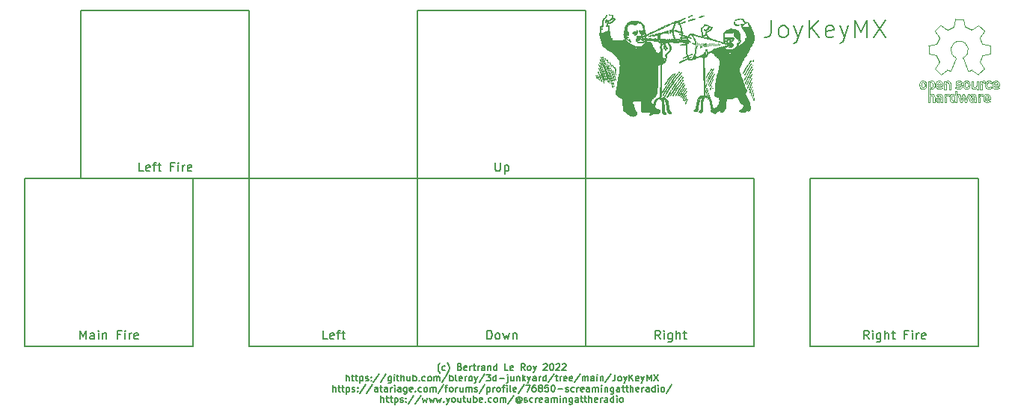
<source format=gbr>
%TF.GenerationSoftware,KiCad,Pcbnew,(6.0.1)*%
%TF.CreationDate,2022-11-23T18:56:56-08:00*%
%TF.ProjectId,JoyKeyMX-plate,4a6f794b-6579-44d5-982d-706c6174652e,rev?*%
%TF.SameCoordinates,Original*%
%TF.FileFunction,Legend,Top*%
%TF.FilePolarity,Positive*%
%FSLAX46Y46*%
G04 Gerber Fmt 4.6, Leading zero omitted, Abs format (unit mm)*
G04 Created by KiCad (PCBNEW (6.0.1)) date 2022-11-23 18:56:56*
%MOMM*%
%LPD*%
G01*
G04 APERTURE LIST*
%ADD10C,0.150000*%
%ADD11C,0.010000*%
%ADD12C,0.090000*%
G04 APERTURE END LIST*
D10*
X157480761Y-99488761D02*
X157480761Y-100917333D01*
X157385523Y-101203047D01*
X157195047Y-101393523D01*
X156909333Y-101488761D01*
X156718857Y-101488761D01*
X158718857Y-101488761D02*
X158528380Y-101393523D01*
X158433142Y-101298285D01*
X158337904Y-101107809D01*
X158337904Y-100536380D01*
X158433142Y-100345904D01*
X158528380Y-100250666D01*
X158718857Y-100155428D01*
X159004571Y-100155428D01*
X159195047Y-100250666D01*
X159290285Y-100345904D01*
X159385523Y-100536380D01*
X159385523Y-101107809D01*
X159290285Y-101298285D01*
X159195047Y-101393523D01*
X159004571Y-101488761D01*
X158718857Y-101488761D01*
X160052190Y-100155428D02*
X160528380Y-101488761D01*
X161004571Y-100155428D02*
X160528380Y-101488761D01*
X160337904Y-101964952D01*
X160242666Y-102060190D01*
X160052190Y-102155428D01*
X161766476Y-101488761D02*
X161766476Y-99488761D01*
X162909333Y-101488761D02*
X162052190Y-100345904D01*
X162909333Y-99488761D02*
X161766476Y-100631619D01*
X164528380Y-101393523D02*
X164337904Y-101488761D01*
X163956952Y-101488761D01*
X163766476Y-101393523D01*
X163671238Y-101203047D01*
X163671238Y-100441142D01*
X163766476Y-100250666D01*
X163956952Y-100155428D01*
X164337904Y-100155428D01*
X164528380Y-100250666D01*
X164623619Y-100441142D01*
X164623619Y-100631619D01*
X163671238Y-100822095D01*
X165290285Y-100155428D02*
X165766476Y-101488761D01*
X166242666Y-100155428D02*
X165766476Y-101488761D01*
X165576000Y-101964952D01*
X165480761Y-102060190D01*
X165290285Y-102155428D01*
X167004571Y-101488761D02*
X167004571Y-99488761D01*
X167671238Y-100917333D01*
X168337904Y-99488761D01*
X168337904Y-101488761D01*
X169099809Y-99488761D02*
X170433142Y-101488761D01*
X170433142Y-99488761D02*
X169099809Y-101488761D01*
X119982142Y-139529750D02*
X119946428Y-139494035D01*
X119875000Y-139386892D01*
X119839285Y-139315464D01*
X119803571Y-139208321D01*
X119767857Y-139029750D01*
X119767857Y-138886892D01*
X119803571Y-138708321D01*
X119839285Y-138601178D01*
X119875000Y-138529750D01*
X119946428Y-138422607D01*
X119982142Y-138386892D01*
X120589285Y-139208321D02*
X120517857Y-139244035D01*
X120375000Y-139244035D01*
X120303571Y-139208321D01*
X120267857Y-139172607D01*
X120232142Y-139101178D01*
X120232142Y-138886892D01*
X120267857Y-138815464D01*
X120303571Y-138779750D01*
X120375000Y-138744035D01*
X120517857Y-138744035D01*
X120589285Y-138779750D01*
X120839285Y-139529750D02*
X120875000Y-139494035D01*
X120946428Y-139386892D01*
X120982142Y-139315464D01*
X121017857Y-139208321D01*
X121053571Y-139029750D01*
X121053571Y-138886892D01*
X121017857Y-138708321D01*
X120982142Y-138601178D01*
X120946428Y-138529750D01*
X120875000Y-138422607D01*
X120839285Y-138386892D01*
X122232142Y-138851178D02*
X122339285Y-138886892D01*
X122375000Y-138922607D01*
X122410714Y-138994035D01*
X122410714Y-139101178D01*
X122375000Y-139172607D01*
X122339285Y-139208321D01*
X122267857Y-139244035D01*
X121982142Y-139244035D01*
X121982142Y-138494035D01*
X122232142Y-138494035D01*
X122303571Y-138529750D01*
X122339285Y-138565464D01*
X122375000Y-138636892D01*
X122375000Y-138708321D01*
X122339285Y-138779750D01*
X122303571Y-138815464D01*
X122232142Y-138851178D01*
X121982142Y-138851178D01*
X123017857Y-139208321D02*
X122946428Y-139244035D01*
X122803571Y-139244035D01*
X122732142Y-139208321D01*
X122696428Y-139136892D01*
X122696428Y-138851178D01*
X122732142Y-138779750D01*
X122803571Y-138744035D01*
X122946428Y-138744035D01*
X123017857Y-138779750D01*
X123053571Y-138851178D01*
X123053571Y-138922607D01*
X122696428Y-138994035D01*
X123375000Y-139244035D02*
X123375000Y-138744035D01*
X123375000Y-138886892D02*
X123410714Y-138815464D01*
X123446428Y-138779750D01*
X123517857Y-138744035D01*
X123589285Y-138744035D01*
X123732142Y-138744035D02*
X124017857Y-138744035D01*
X123839285Y-138494035D02*
X123839285Y-139136892D01*
X123875000Y-139208321D01*
X123946428Y-139244035D01*
X124017857Y-139244035D01*
X124267857Y-139244035D02*
X124267857Y-138744035D01*
X124267857Y-138886892D02*
X124303571Y-138815464D01*
X124339285Y-138779750D01*
X124410714Y-138744035D01*
X124482142Y-138744035D01*
X125053571Y-139244035D02*
X125053571Y-138851178D01*
X125017857Y-138779750D01*
X124946428Y-138744035D01*
X124803571Y-138744035D01*
X124732142Y-138779750D01*
X125053571Y-139208321D02*
X124982142Y-139244035D01*
X124803571Y-139244035D01*
X124732142Y-139208321D01*
X124696428Y-139136892D01*
X124696428Y-139065464D01*
X124732142Y-138994035D01*
X124803571Y-138958321D01*
X124982142Y-138958321D01*
X125053571Y-138922607D01*
X125410714Y-138744035D02*
X125410714Y-139244035D01*
X125410714Y-138815464D02*
X125446428Y-138779750D01*
X125517857Y-138744035D01*
X125625000Y-138744035D01*
X125696428Y-138779750D01*
X125732142Y-138851178D01*
X125732142Y-139244035D01*
X126410714Y-139244035D02*
X126410714Y-138494035D01*
X126410714Y-139208321D02*
X126339285Y-139244035D01*
X126196428Y-139244035D01*
X126125000Y-139208321D01*
X126089285Y-139172607D01*
X126053571Y-139101178D01*
X126053571Y-138886892D01*
X126089285Y-138815464D01*
X126125000Y-138779750D01*
X126196428Y-138744035D01*
X126339285Y-138744035D01*
X126410714Y-138779750D01*
X127696428Y-139244035D02*
X127339285Y-139244035D01*
X127339285Y-138494035D01*
X128232142Y-139208321D02*
X128160714Y-139244035D01*
X128017857Y-139244035D01*
X127946428Y-139208321D01*
X127910714Y-139136892D01*
X127910714Y-138851178D01*
X127946428Y-138779750D01*
X128017857Y-138744035D01*
X128160714Y-138744035D01*
X128232142Y-138779750D01*
X128267857Y-138851178D01*
X128267857Y-138922607D01*
X127910714Y-138994035D01*
X129589285Y-139244035D02*
X129339285Y-138886892D01*
X129160714Y-139244035D02*
X129160714Y-138494035D01*
X129446428Y-138494035D01*
X129517857Y-138529750D01*
X129553571Y-138565464D01*
X129589285Y-138636892D01*
X129589285Y-138744035D01*
X129553571Y-138815464D01*
X129517857Y-138851178D01*
X129446428Y-138886892D01*
X129160714Y-138886892D01*
X130017857Y-139244035D02*
X129946428Y-139208321D01*
X129910714Y-139172607D01*
X129875000Y-139101178D01*
X129875000Y-138886892D01*
X129910714Y-138815464D01*
X129946428Y-138779750D01*
X130017857Y-138744035D01*
X130125000Y-138744035D01*
X130196428Y-138779750D01*
X130232142Y-138815464D01*
X130267857Y-138886892D01*
X130267857Y-139101178D01*
X130232142Y-139172607D01*
X130196428Y-139208321D01*
X130125000Y-139244035D01*
X130017857Y-139244035D01*
X130517857Y-138744035D02*
X130696428Y-139244035D01*
X130875000Y-138744035D02*
X130696428Y-139244035D01*
X130625000Y-139422607D01*
X130589285Y-139458321D01*
X130517857Y-139494035D01*
X131696428Y-138565464D02*
X131732142Y-138529750D01*
X131803571Y-138494035D01*
X131982142Y-138494035D01*
X132053571Y-138529750D01*
X132089285Y-138565464D01*
X132125000Y-138636892D01*
X132125000Y-138708321D01*
X132089285Y-138815464D01*
X131660714Y-139244035D01*
X132125000Y-139244035D01*
X132589285Y-138494035D02*
X132660714Y-138494035D01*
X132732142Y-138529750D01*
X132767857Y-138565464D01*
X132803571Y-138636892D01*
X132839285Y-138779750D01*
X132839285Y-138958321D01*
X132803571Y-139101178D01*
X132767857Y-139172607D01*
X132732142Y-139208321D01*
X132660714Y-139244035D01*
X132589285Y-139244035D01*
X132517857Y-139208321D01*
X132482142Y-139172607D01*
X132446428Y-139101178D01*
X132410714Y-138958321D01*
X132410714Y-138779750D01*
X132446428Y-138636892D01*
X132482142Y-138565464D01*
X132517857Y-138529750D01*
X132589285Y-138494035D01*
X133125000Y-138565464D02*
X133160714Y-138529750D01*
X133232142Y-138494035D01*
X133410714Y-138494035D01*
X133482142Y-138529750D01*
X133517857Y-138565464D01*
X133553571Y-138636892D01*
X133553571Y-138708321D01*
X133517857Y-138815464D01*
X133089285Y-139244035D01*
X133553571Y-139244035D01*
X133839285Y-138565464D02*
X133875000Y-138529750D01*
X133946428Y-138494035D01*
X134125000Y-138494035D01*
X134196428Y-138529750D01*
X134232142Y-138565464D01*
X134267857Y-138636892D01*
X134267857Y-138708321D01*
X134232142Y-138815464D01*
X133803571Y-139244035D01*
X134267857Y-139244035D01*
X109392857Y-140451535D02*
X109392857Y-139701535D01*
X109714285Y-140451535D02*
X109714285Y-140058678D01*
X109678571Y-139987250D01*
X109607142Y-139951535D01*
X109500000Y-139951535D01*
X109428571Y-139987250D01*
X109392857Y-140022964D01*
X109964285Y-139951535D02*
X110250000Y-139951535D01*
X110071428Y-139701535D02*
X110071428Y-140344392D01*
X110107142Y-140415821D01*
X110178571Y-140451535D01*
X110250000Y-140451535D01*
X110392857Y-139951535D02*
X110678571Y-139951535D01*
X110500000Y-139701535D02*
X110500000Y-140344392D01*
X110535714Y-140415821D01*
X110607142Y-140451535D01*
X110678571Y-140451535D01*
X110928571Y-139951535D02*
X110928571Y-140701535D01*
X110928571Y-139987250D02*
X111000000Y-139951535D01*
X111142857Y-139951535D01*
X111214285Y-139987250D01*
X111250000Y-140022964D01*
X111285714Y-140094392D01*
X111285714Y-140308678D01*
X111250000Y-140380107D01*
X111214285Y-140415821D01*
X111142857Y-140451535D01*
X111000000Y-140451535D01*
X110928571Y-140415821D01*
X111571428Y-140415821D02*
X111642857Y-140451535D01*
X111785714Y-140451535D01*
X111857142Y-140415821D01*
X111892857Y-140344392D01*
X111892857Y-140308678D01*
X111857142Y-140237250D01*
X111785714Y-140201535D01*
X111678571Y-140201535D01*
X111607142Y-140165821D01*
X111571428Y-140094392D01*
X111571428Y-140058678D01*
X111607142Y-139987250D01*
X111678571Y-139951535D01*
X111785714Y-139951535D01*
X111857142Y-139987250D01*
X112214285Y-140380107D02*
X112250000Y-140415821D01*
X112214285Y-140451535D01*
X112178571Y-140415821D01*
X112214285Y-140380107D01*
X112214285Y-140451535D01*
X112214285Y-139987250D02*
X112250000Y-140022964D01*
X112214285Y-140058678D01*
X112178571Y-140022964D01*
X112214285Y-139987250D01*
X112214285Y-140058678D01*
X113107142Y-139665821D02*
X112464285Y-140630107D01*
X113892857Y-139665821D02*
X113250000Y-140630107D01*
X114464285Y-139951535D02*
X114464285Y-140558678D01*
X114428571Y-140630107D01*
X114392857Y-140665821D01*
X114321428Y-140701535D01*
X114214285Y-140701535D01*
X114142857Y-140665821D01*
X114464285Y-140415821D02*
X114392857Y-140451535D01*
X114250000Y-140451535D01*
X114178571Y-140415821D01*
X114142857Y-140380107D01*
X114107142Y-140308678D01*
X114107142Y-140094392D01*
X114142857Y-140022964D01*
X114178571Y-139987250D01*
X114250000Y-139951535D01*
X114392857Y-139951535D01*
X114464285Y-139987250D01*
X114821428Y-140451535D02*
X114821428Y-139951535D01*
X114821428Y-139701535D02*
X114785714Y-139737250D01*
X114821428Y-139772964D01*
X114857142Y-139737250D01*
X114821428Y-139701535D01*
X114821428Y-139772964D01*
X115071428Y-139951535D02*
X115357142Y-139951535D01*
X115178571Y-139701535D02*
X115178571Y-140344392D01*
X115214285Y-140415821D01*
X115285714Y-140451535D01*
X115357142Y-140451535D01*
X115607142Y-140451535D02*
X115607142Y-139701535D01*
X115928571Y-140451535D02*
X115928571Y-140058678D01*
X115892857Y-139987250D01*
X115821428Y-139951535D01*
X115714285Y-139951535D01*
X115642857Y-139987250D01*
X115607142Y-140022964D01*
X116607142Y-139951535D02*
X116607142Y-140451535D01*
X116285714Y-139951535D02*
X116285714Y-140344392D01*
X116321428Y-140415821D01*
X116392857Y-140451535D01*
X116500000Y-140451535D01*
X116571428Y-140415821D01*
X116607142Y-140380107D01*
X116964285Y-140451535D02*
X116964285Y-139701535D01*
X116964285Y-139987250D02*
X117035714Y-139951535D01*
X117178571Y-139951535D01*
X117250000Y-139987250D01*
X117285714Y-140022964D01*
X117321428Y-140094392D01*
X117321428Y-140308678D01*
X117285714Y-140380107D01*
X117250000Y-140415821D01*
X117178571Y-140451535D01*
X117035714Y-140451535D01*
X116964285Y-140415821D01*
X117642857Y-140380107D02*
X117678571Y-140415821D01*
X117642857Y-140451535D01*
X117607142Y-140415821D01*
X117642857Y-140380107D01*
X117642857Y-140451535D01*
X118321428Y-140415821D02*
X118250000Y-140451535D01*
X118107142Y-140451535D01*
X118035714Y-140415821D01*
X118000000Y-140380107D01*
X117964285Y-140308678D01*
X117964285Y-140094392D01*
X118000000Y-140022964D01*
X118035714Y-139987250D01*
X118107142Y-139951535D01*
X118250000Y-139951535D01*
X118321428Y-139987250D01*
X118750000Y-140451535D02*
X118678571Y-140415821D01*
X118642857Y-140380107D01*
X118607142Y-140308678D01*
X118607142Y-140094392D01*
X118642857Y-140022964D01*
X118678571Y-139987250D01*
X118750000Y-139951535D01*
X118857142Y-139951535D01*
X118928571Y-139987250D01*
X118964285Y-140022964D01*
X119000000Y-140094392D01*
X119000000Y-140308678D01*
X118964285Y-140380107D01*
X118928571Y-140415821D01*
X118857142Y-140451535D01*
X118750000Y-140451535D01*
X119321428Y-140451535D02*
X119321428Y-139951535D01*
X119321428Y-140022964D02*
X119357142Y-139987250D01*
X119428571Y-139951535D01*
X119535714Y-139951535D01*
X119607142Y-139987250D01*
X119642857Y-140058678D01*
X119642857Y-140451535D01*
X119642857Y-140058678D02*
X119678571Y-139987250D01*
X119750000Y-139951535D01*
X119857142Y-139951535D01*
X119928571Y-139987250D01*
X119964285Y-140058678D01*
X119964285Y-140451535D01*
X120857142Y-139665821D02*
X120214285Y-140630107D01*
X121107142Y-140451535D02*
X121107142Y-139701535D01*
X121107142Y-139987250D02*
X121178571Y-139951535D01*
X121321428Y-139951535D01*
X121392857Y-139987250D01*
X121428571Y-140022964D01*
X121464285Y-140094392D01*
X121464285Y-140308678D01*
X121428571Y-140380107D01*
X121392857Y-140415821D01*
X121321428Y-140451535D01*
X121178571Y-140451535D01*
X121107142Y-140415821D01*
X121892857Y-140451535D02*
X121821428Y-140415821D01*
X121785714Y-140344392D01*
X121785714Y-139701535D01*
X122464285Y-140415821D02*
X122392857Y-140451535D01*
X122250000Y-140451535D01*
X122178571Y-140415821D01*
X122142857Y-140344392D01*
X122142857Y-140058678D01*
X122178571Y-139987250D01*
X122250000Y-139951535D01*
X122392857Y-139951535D01*
X122464285Y-139987250D01*
X122500000Y-140058678D01*
X122500000Y-140130107D01*
X122142857Y-140201535D01*
X122821428Y-140451535D02*
X122821428Y-139951535D01*
X122821428Y-140094392D02*
X122857142Y-140022964D01*
X122892857Y-139987250D01*
X122964285Y-139951535D01*
X123035714Y-139951535D01*
X123392857Y-140451535D02*
X123321428Y-140415821D01*
X123285714Y-140380107D01*
X123250000Y-140308678D01*
X123250000Y-140094392D01*
X123285714Y-140022964D01*
X123321428Y-139987250D01*
X123392857Y-139951535D01*
X123500000Y-139951535D01*
X123571428Y-139987250D01*
X123607142Y-140022964D01*
X123642857Y-140094392D01*
X123642857Y-140308678D01*
X123607142Y-140380107D01*
X123571428Y-140415821D01*
X123500000Y-140451535D01*
X123392857Y-140451535D01*
X123892857Y-139951535D02*
X124071428Y-140451535D01*
X124250000Y-139951535D02*
X124071428Y-140451535D01*
X124000000Y-140630107D01*
X123964285Y-140665821D01*
X123892857Y-140701535D01*
X125071428Y-139665821D02*
X124428571Y-140630107D01*
X125250000Y-139701535D02*
X125714285Y-139701535D01*
X125464285Y-139987250D01*
X125571428Y-139987250D01*
X125642857Y-140022964D01*
X125678571Y-140058678D01*
X125714285Y-140130107D01*
X125714285Y-140308678D01*
X125678571Y-140380107D01*
X125642857Y-140415821D01*
X125571428Y-140451535D01*
X125357142Y-140451535D01*
X125285714Y-140415821D01*
X125250000Y-140380107D01*
X126357142Y-140451535D02*
X126357142Y-139701535D01*
X126357142Y-140415821D02*
X126285714Y-140451535D01*
X126142857Y-140451535D01*
X126071428Y-140415821D01*
X126035714Y-140380107D01*
X126000000Y-140308678D01*
X126000000Y-140094392D01*
X126035714Y-140022964D01*
X126071428Y-139987250D01*
X126142857Y-139951535D01*
X126285714Y-139951535D01*
X126357142Y-139987250D01*
X126714285Y-140165821D02*
X127285714Y-140165821D01*
X127642857Y-139951535D02*
X127642857Y-140594392D01*
X127607142Y-140665821D01*
X127535714Y-140701535D01*
X127500000Y-140701535D01*
X127642857Y-139701535D02*
X127607142Y-139737250D01*
X127642857Y-139772964D01*
X127678571Y-139737250D01*
X127642857Y-139701535D01*
X127642857Y-139772964D01*
X128321428Y-139951535D02*
X128321428Y-140451535D01*
X128000000Y-139951535D02*
X128000000Y-140344392D01*
X128035714Y-140415821D01*
X128107142Y-140451535D01*
X128214285Y-140451535D01*
X128285714Y-140415821D01*
X128321428Y-140380107D01*
X128678571Y-139951535D02*
X128678571Y-140451535D01*
X128678571Y-140022964D02*
X128714285Y-139987250D01*
X128785714Y-139951535D01*
X128892857Y-139951535D01*
X128964285Y-139987250D01*
X129000000Y-140058678D01*
X129000000Y-140451535D01*
X129357142Y-140451535D02*
X129357142Y-139701535D01*
X129428571Y-140165821D02*
X129642857Y-140451535D01*
X129642857Y-139951535D02*
X129357142Y-140237250D01*
X129892857Y-139951535D02*
X130071428Y-140451535D01*
X130250000Y-139951535D02*
X130071428Y-140451535D01*
X130000000Y-140630107D01*
X129964285Y-140665821D01*
X129892857Y-140701535D01*
X130857142Y-140451535D02*
X130857142Y-140058678D01*
X130821428Y-139987250D01*
X130750000Y-139951535D01*
X130607142Y-139951535D01*
X130535714Y-139987250D01*
X130857142Y-140415821D02*
X130785714Y-140451535D01*
X130607142Y-140451535D01*
X130535714Y-140415821D01*
X130500000Y-140344392D01*
X130500000Y-140272964D01*
X130535714Y-140201535D01*
X130607142Y-140165821D01*
X130785714Y-140165821D01*
X130857142Y-140130107D01*
X131214285Y-140451535D02*
X131214285Y-139951535D01*
X131214285Y-140094392D02*
X131250000Y-140022964D01*
X131285714Y-139987250D01*
X131357142Y-139951535D01*
X131428571Y-139951535D01*
X132000000Y-140451535D02*
X132000000Y-139701535D01*
X132000000Y-140415821D02*
X131928571Y-140451535D01*
X131785714Y-140451535D01*
X131714285Y-140415821D01*
X131678571Y-140380107D01*
X131642857Y-140308678D01*
X131642857Y-140094392D01*
X131678571Y-140022964D01*
X131714285Y-139987250D01*
X131785714Y-139951535D01*
X131928571Y-139951535D01*
X132000000Y-139987250D01*
X132892857Y-139665821D02*
X132250000Y-140630107D01*
X133035714Y-139951535D02*
X133321428Y-139951535D01*
X133142857Y-139701535D02*
X133142857Y-140344392D01*
X133178571Y-140415821D01*
X133250000Y-140451535D01*
X133321428Y-140451535D01*
X133571428Y-140451535D02*
X133571428Y-139951535D01*
X133571428Y-140094392D02*
X133607142Y-140022964D01*
X133642857Y-139987250D01*
X133714285Y-139951535D01*
X133785714Y-139951535D01*
X134321428Y-140415821D02*
X134250000Y-140451535D01*
X134107142Y-140451535D01*
X134035714Y-140415821D01*
X134000000Y-140344392D01*
X134000000Y-140058678D01*
X134035714Y-139987250D01*
X134107142Y-139951535D01*
X134250000Y-139951535D01*
X134321428Y-139987250D01*
X134357142Y-140058678D01*
X134357142Y-140130107D01*
X134000000Y-140201535D01*
X134964285Y-140415821D02*
X134892857Y-140451535D01*
X134750000Y-140451535D01*
X134678571Y-140415821D01*
X134642857Y-140344392D01*
X134642857Y-140058678D01*
X134678571Y-139987250D01*
X134750000Y-139951535D01*
X134892857Y-139951535D01*
X134964285Y-139987250D01*
X135000000Y-140058678D01*
X135000000Y-140130107D01*
X134642857Y-140201535D01*
X135857142Y-139665821D02*
X135214285Y-140630107D01*
X136107142Y-140451535D02*
X136107142Y-139951535D01*
X136107142Y-140022964D02*
X136142857Y-139987250D01*
X136214285Y-139951535D01*
X136321428Y-139951535D01*
X136392857Y-139987250D01*
X136428571Y-140058678D01*
X136428571Y-140451535D01*
X136428571Y-140058678D02*
X136464285Y-139987250D01*
X136535714Y-139951535D01*
X136642857Y-139951535D01*
X136714285Y-139987250D01*
X136750000Y-140058678D01*
X136750000Y-140451535D01*
X137428571Y-140451535D02*
X137428571Y-140058678D01*
X137392857Y-139987250D01*
X137321428Y-139951535D01*
X137178571Y-139951535D01*
X137107142Y-139987250D01*
X137428571Y-140415821D02*
X137357142Y-140451535D01*
X137178571Y-140451535D01*
X137107142Y-140415821D01*
X137071428Y-140344392D01*
X137071428Y-140272964D01*
X137107142Y-140201535D01*
X137178571Y-140165821D01*
X137357142Y-140165821D01*
X137428571Y-140130107D01*
X137785714Y-140451535D02*
X137785714Y-139951535D01*
X137785714Y-139701535D02*
X137750000Y-139737250D01*
X137785714Y-139772964D01*
X137821428Y-139737250D01*
X137785714Y-139701535D01*
X137785714Y-139772964D01*
X138142857Y-139951535D02*
X138142857Y-140451535D01*
X138142857Y-140022964D02*
X138178571Y-139987250D01*
X138250000Y-139951535D01*
X138357142Y-139951535D01*
X138428571Y-139987250D01*
X138464285Y-140058678D01*
X138464285Y-140451535D01*
X139357142Y-139665821D02*
X138714285Y-140630107D01*
X139821428Y-139701535D02*
X139821428Y-140237250D01*
X139785714Y-140344392D01*
X139714285Y-140415821D01*
X139607142Y-140451535D01*
X139535714Y-140451535D01*
X140285714Y-140451535D02*
X140214285Y-140415821D01*
X140178571Y-140380107D01*
X140142857Y-140308678D01*
X140142857Y-140094392D01*
X140178571Y-140022964D01*
X140214285Y-139987250D01*
X140285714Y-139951535D01*
X140392857Y-139951535D01*
X140464285Y-139987250D01*
X140500000Y-140022964D01*
X140535714Y-140094392D01*
X140535714Y-140308678D01*
X140500000Y-140380107D01*
X140464285Y-140415821D01*
X140392857Y-140451535D01*
X140285714Y-140451535D01*
X140785714Y-139951535D02*
X140964285Y-140451535D01*
X141142857Y-139951535D02*
X140964285Y-140451535D01*
X140892857Y-140630107D01*
X140857142Y-140665821D01*
X140785714Y-140701535D01*
X141428571Y-140451535D02*
X141428571Y-139701535D01*
X141857142Y-140451535D02*
X141535714Y-140022964D01*
X141857142Y-139701535D02*
X141428571Y-140130107D01*
X142464285Y-140415821D02*
X142392857Y-140451535D01*
X142250000Y-140451535D01*
X142178571Y-140415821D01*
X142142857Y-140344392D01*
X142142857Y-140058678D01*
X142178571Y-139987250D01*
X142250000Y-139951535D01*
X142392857Y-139951535D01*
X142464285Y-139987250D01*
X142500000Y-140058678D01*
X142500000Y-140130107D01*
X142142857Y-140201535D01*
X142750000Y-139951535D02*
X142928571Y-140451535D01*
X143107142Y-139951535D02*
X142928571Y-140451535D01*
X142857142Y-140630107D01*
X142821428Y-140665821D01*
X142750000Y-140701535D01*
X143392857Y-140451535D02*
X143392857Y-139701535D01*
X143642857Y-140237250D01*
X143892857Y-139701535D01*
X143892857Y-140451535D01*
X144178571Y-139701535D02*
X144678571Y-140451535D01*
X144678571Y-139701535D02*
X144178571Y-140451535D01*
X107857142Y-141659035D02*
X107857142Y-140909035D01*
X108178571Y-141659035D02*
X108178571Y-141266178D01*
X108142857Y-141194750D01*
X108071428Y-141159035D01*
X107964285Y-141159035D01*
X107892857Y-141194750D01*
X107857142Y-141230464D01*
X108428571Y-141159035D02*
X108714285Y-141159035D01*
X108535714Y-140909035D02*
X108535714Y-141551892D01*
X108571428Y-141623321D01*
X108642857Y-141659035D01*
X108714285Y-141659035D01*
X108857142Y-141159035D02*
X109142857Y-141159035D01*
X108964285Y-140909035D02*
X108964285Y-141551892D01*
X109000000Y-141623321D01*
X109071428Y-141659035D01*
X109142857Y-141659035D01*
X109392857Y-141159035D02*
X109392857Y-141909035D01*
X109392857Y-141194750D02*
X109464285Y-141159035D01*
X109607142Y-141159035D01*
X109678571Y-141194750D01*
X109714285Y-141230464D01*
X109750000Y-141301892D01*
X109750000Y-141516178D01*
X109714285Y-141587607D01*
X109678571Y-141623321D01*
X109607142Y-141659035D01*
X109464285Y-141659035D01*
X109392857Y-141623321D01*
X110035714Y-141623321D02*
X110107142Y-141659035D01*
X110250000Y-141659035D01*
X110321428Y-141623321D01*
X110357142Y-141551892D01*
X110357142Y-141516178D01*
X110321428Y-141444750D01*
X110250000Y-141409035D01*
X110142857Y-141409035D01*
X110071428Y-141373321D01*
X110035714Y-141301892D01*
X110035714Y-141266178D01*
X110071428Y-141194750D01*
X110142857Y-141159035D01*
X110250000Y-141159035D01*
X110321428Y-141194750D01*
X110678571Y-141587607D02*
X110714285Y-141623321D01*
X110678571Y-141659035D01*
X110642857Y-141623321D01*
X110678571Y-141587607D01*
X110678571Y-141659035D01*
X110678571Y-141194750D02*
X110714285Y-141230464D01*
X110678571Y-141266178D01*
X110642857Y-141230464D01*
X110678571Y-141194750D01*
X110678571Y-141266178D01*
X111571428Y-140873321D02*
X110928571Y-141837607D01*
X112357142Y-140873321D02*
X111714285Y-141837607D01*
X112928571Y-141659035D02*
X112928571Y-141266178D01*
X112892857Y-141194750D01*
X112821428Y-141159035D01*
X112678571Y-141159035D01*
X112607142Y-141194750D01*
X112928571Y-141623321D02*
X112857142Y-141659035D01*
X112678571Y-141659035D01*
X112607142Y-141623321D01*
X112571428Y-141551892D01*
X112571428Y-141480464D01*
X112607142Y-141409035D01*
X112678571Y-141373321D01*
X112857142Y-141373321D01*
X112928571Y-141337607D01*
X113178571Y-141159035D02*
X113464285Y-141159035D01*
X113285714Y-140909035D02*
X113285714Y-141551892D01*
X113321428Y-141623321D01*
X113392857Y-141659035D01*
X113464285Y-141659035D01*
X114035714Y-141659035D02*
X114035714Y-141266178D01*
X114000000Y-141194750D01*
X113928571Y-141159035D01*
X113785714Y-141159035D01*
X113714285Y-141194750D01*
X114035714Y-141623321D02*
X113964285Y-141659035D01*
X113785714Y-141659035D01*
X113714285Y-141623321D01*
X113678571Y-141551892D01*
X113678571Y-141480464D01*
X113714285Y-141409035D01*
X113785714Y-141373321D01*
X113964285Y-141373321D01*
X114035714Y-141337607D01*
X114392857Y-141659035D02*
X114392857Y-141159035D01*
X114392857Y-141301892D02*
X114428571Y-141230464D01*
X114464285Y-141194750D01*
X114535714Y-141159035D01*
X114607142Y-141159035D01*
X114857142Y-141659035D02*
X114857142Y-141159035D01*
X114857142Y-140909035D02*
X114821428Y-140944750D01*
X114857142Y-140980464D01*
X114892857Y-140944750D01*
X114857142Y-140909035D01*
X114857142Y-140980464D01*
X115535714Y-141659035D02*
X115535714Y-141266178D01*
X115500000Y-141194750D01*
X115428571Y-141159035D01*
X115285714Y-141159035D01*
X115214285Y-141194750D01*
X115535714Y-141623321D02*
X115464285Y-141659035D01*
X115285714Y-141659035D01*
X115214285Y-141623321D01*
X115178571Y-141551892D01*
X115178571Y-141480464D01*
X115214285Y-141409035D01*
X115285714Y-141373321D01*
X115464285Y-141373321D01*
X115535714Y-141337607D01*
X116214285Y-141159035D02*
X116214285Y-141766178D01*
X116178571Y-141837607D01*
X116142857Y-141873321D01*
X116071428Y-141909035D01*
X115964285Y-141909035D01*
X115892857Y-141873321D01*
X116214285Y-141623321D02*
X116142857Y-141659035D01*
X116000000Y-141659035D01*
X115928571Y-141623321D01*
X115892857Y-141587607D01*
X115857142Y-141516178D01*
X115857142Y-141301892D01*
X115892857Y-141230464D01*
X115928571Y-141194750D01*
X116000000Y-141159035D01*
X116142857Y-141159035D01*
X116214285Y-141194750D01*
X116857142Y-141623321D02*
X116785714Y-141659035D01*
X116642857Y-141659035D01*
X116571428Y-141623321D01*
X116535714Y-141551892D01*
X116535714Y-141266178D01*
X116571428Y-141194750D01*
X116642857Y-141159035D01*
X116785714Y-141159035D01*
X116857142Y-141194750D01*
X116892857Y-141266178D01*
X116892857Y-141337607D01*
X116535714Y-141409035D01*
X117214285Y-141587607D02*
X117250000Y-141623321D01*
X117214285Y-141659035D01*
X117178571Y-141623321D01*
X117214285Y-141587607D01*
X117214285Y-141659035D01*
X117892857Y-141623321D02*
X117821428Y-141659035D01*
X117678571Y-141659035D01*
X117607142Y-141623321D01*
X117571428Y-141587607D01*
X117535714Y-141516178D01*
X117535714Y-141301892D01*
X117571428Y-141230464D01*
X117607142Y-141194750D01*
X117678571Y-141159035D01*
X117821428Y-141159035D01*
X117892857Y-141194750D01*
X118321428Y-141659035D02*
X118250000Y-141623321D01*
X118214285Y-141587607D01*
X118178571Y-141516178D01*
X118178571Y-141301892D01*
X118214285Y-141230464D01*
X118250000Y-141194750D01*
X118321428Y-141159035D01*
X118428571Y-141159035D01*
X118500000Y-141194750D01*
X118535714Y-141230464D01*
X118571428Y-141301892D01*
X118571428Y-141516178D01*
X118535714Y-141587607D01*
X118500000Y-141623321D01*
X118428571Y-141659035D01*
X118321428Y-141659035D01*
X118892857Y-141659035D02*
X118892857Y-141159035D01*
X118892857Y-141230464D02*
X118928571Y-141194750D01*
X119000000Y-141159035D01*
X119107142Y-141159035D01*
X119178571Y-141194750D01*
X119214285Y-141266178D01*
X119214285Y-141659035D01*
X119214285Y-141266178D02*
X119250000Y-141194750D01*
X119321428Y-141159035D01*
X119428571Y-141159035D01*
X119500000Y-141194750D01*
X119535714Y-141266178D01*
X119535714Y-141659035D01*
X120428571Y-140873321D02*
X119785714Y-141837607D01*
X120571428Y-141159035D02*
X120857142Y-141159035D01*
X120678571Y-141659035D02*
X120678571Y-141016178D01*
X120714285Y-140944750D01*
X120785714Y-140909035D01*
X120857142Y-140909035D01*
X121214285Y-141659035D02*
X121142857Y-141623321D01*
X121107142Y-141587607D01*
X121071428Y-141516178D01*
X121071428Y-141301892D01*
X121107142Y-141230464D01*
X121142857Y-141194750D01*
X121214285Y-141159035D01*
X121321428Y-141159035D01*
X121392857Y-141194750D01*
X121428571Y-141230464D01*
X121464285Y-141301892D01*
X121464285Y-141516178D01*
X121428571Y-141587607D01*
X121392857Y-141623321D01*
X121321428Y-141659035D01*
X121214285Y-141659035D01*
X121785714Y-141659035D02*
X121785714Y-141159035D01*
X121785714Y-141301892D02*
X121821428Y-141230464D01*
X121857142Y-141194750D01*
X121928571Y-141159035D01*
X122000000Y-141159035D01*
X122571428Y-141159035D02*
X122571428Y-141659035D01*
X122250000Y-141159035D02*
X122250000Y-141551892D01*
X122285714Y-141623321D01*
X122357142Y-141659035D01*
X122464285Y-141659035D01*
X122535714Y-141623321D01*
X122571428Y-141587607D01*
X122928571Y-141659035D02*
X122928571Y-141159035D01*
X122928571Y-141230464D02*
X122964285Y-141194750D01*
X123035714Y-141159035D01*
X123142857Y-141159035D01*
X123214285Y-141194750D01*
X123250000Y-141266178D01*
X123250000Y-141659035D01*
X123250000Y-141266178D02*
X123285714Y-141194750D01*
X123357142Y-141159035D01*
X123464285Y-141159035D01*
X123535714Y-141194750D01*
X123571428Y-141266178D01*
X123571428Y-141659035D01*
X123892857Y-141623321D02*
X123964285Y-141659035D01*
X124107142Y-141659035D01*
X124178571Y-141623321D01*
X124214285Y-141551892D01*
X124214285Y-141516178D01*
X124178571Y-141444750D01*
X124107142Y-141409035D01*
X124000000Y-141409035D01*
X123928571Y-141373321D01*
X123892857Y-141301892D01*
X123892857Y-141266178D01*
X123928571Y-141194750D01*
X124000000Y-141159035D01*
X124107142Y-141159035D01*
X124178571Y-141194750D01*
X125071428Y-140873321D02*
X124428571Y-141837607D01*
X125321428Y-141159035D02*
X125321428Y-141909035D01*
X125321428Y-141194750D02*
X125392857Y-141159035D01*
X125535714Y-141159035D01*
X125607142Y-141194750D01*
X125642857Y-141230464D01*
X125678571Y-141301892D01*
X125678571Y-141516178D01*
X125642857Y-141587607D01*
X125607142Y-141623321D01*
X125535714Y-141659035D01*
X125392857Y-141659035D01*
X125321428Y-141623321D01*
X126000000Y-141659035D02*
X126000000Y-141159035D01*
X126000000Y-141301892D02*
X126035714Y-141230464D01*
X126071428Y-141194750D01*
X126142857Y-141159035D01*
X126214285Y-141159035D01*
X126571428Y-141659035D02*
X126500000Y-141623321D01*
X126464285Y-141587607D01*
X126428571Y-141516178D01*
X126428571Y-141301892D01*
X126464285Y-141230464D01*
X126500000Y-141194750D01*
X126571428Y-141159035D01*
X126678571Y-141159035D01*
X126750000Y-141194750D01*
X126785714Y-141230464D01*
X126821428Y-141301892D01*
X126821428Y-141516178D01*
X126785714Y-141587607D01*
X126750000Y-141623321D01*
X126678571Y-141659035D01*
X126571428Y-141659035D01*
X127035714Y-141159035D02*
X127321428Y-141159035D01*
X127142857Y-141659035D02*
X127142857Y-141016178D01*
X127178571Y-140944750D01*
X127250000Y-140909035D01*
X127321428Y-140909035D01*
X127571428Y-141659035D02*
X127571428Y-141159035D01*
X127571428Y-140909035D02*
X127535714Y-140944750D01*
X127571428Y-140980464D01*
X127607142Y-140944750D01*
X127571428Y-140909035D01*
X127571428Y-140980464D01*
X128035714Y-141659035D02*
X127964285Y-141623321D01*
X127928571Y-141551892D01*
X127928571Y-140909035D01*
X128607142Y-141623321D02*
X128535714Y-141659035D01*
X128392857Y-141659035D01*
X128321428Y-141623321D01*
X128285714Y-141551892D01*
X128285714Y-141266178D01*
X128321428Y-141194750D01*
X128392857Y-141159035D01*
X128535714Y-141159035D01*
X128607142Y-141194750D01*
X128642857Y-141266178D01*
X128642857Y-141337607D01*
X128285714Y-141409035D01*
X129500000Y-140873321D02*
X128857142Y-141837607D01*
X129678571Y-140909035D02*
X130178571Y-140909035D01*
X129857142Y-141659035D01*
X130785714Y-140909035D02*
X130642857Y-140909035D01*
X130571428Y-140944750D01*
X130535714Y-140980464D01*
X130464285Y-141087607D01*
X130428571Y-141230464D01*
X130428571Y-141516178D01*
X130464285Y-141587607D01*
X130500000Y-141623321D01*
X130571428Y-141659035D01*
X130714285Y-141659035D01*
X130785714Y-141623321D01*
X130821428Y-141587607D01*
X130857142Y-141516178D01*
X130857142Y-141337607D01*
X130821428Y-141266178D01*
X130785714Y-141230464D01*
X130714285Y-141194750D01*
X130571428Y-141194750D01*
X130500000Y-141230464D01*
X130464285Y-141266178D01*
X130428571Y-141337607D01*
X131285714Y-141230464D02*
X131214285Y-141194750D01*
X131178571Y-141159035D01*
X131142857Y-141087607D01*
X131142857Y-141051892D01*
X131178571Y-140980464D01*
X131214285Y-140944750D01*
X131285714Y-140909035D01*
X131428571Y-140909035D01*
X131500000Y-140944750D01*
X131535714Y-140980464D01*
X131571428Y-141051892D01*
X131571428Y-141087607D01*
X131535714Y-141159035D01*
X131500000Y-141194750D01*
X131428571Y-141230464D01*
X131285714Y-141230464D01*
X131214285Y-141266178D01*
X131178571Y-141301892D01*
X131142857Y-141373321D01*
X131142857Y-141516178D01*
X131178571Y-141587607D01*
X131214285Y-141623321D01*
X131285714Y-141659035D01*
X131428571Y-141659035D01*
X131500000Y-141623321D01*
X131535714Y-141587607D01*
X131571428Y-141516178D01*
X131571428Y-141373321D01*
X131535714Y-141301892D01*
X131500000Y-141266178D01*
X131428571Y-141230464D01*
X132250000Y-140909035D02*
X131892857Y-140909035D01*
X131857142Y-141266178D01*
X131892857Y-141230464D01*
X131964285Y-141194750D01*
X132142857Y-141194750D01*
X132214285Y-141230464D01*
X132250000Y-141266178D01*
X132285714Y-141337607D01*
X132285714Y-141516178D01*
X132250000Y-141587607D01*
X132214285Y-141623321D01*
X132142857Y-141659035D01*
X131964285Y-141659035D01*
X131892857Y-141623321D01*
X131857142Y-141587607D01*
X132750000Y-140909035D02*
X132821428Y-140909035D01*
X132892857Y-140944750D01*
X132928571Y-140980464D01*
X132964285Y-141051892D01*
X133000000Y-141194750D01*
X133000000Y-141373321D01*
X132964285Y-141516178D01*
X132928571Y-141587607D01*
X132892857Y-141623321D01*
X132821428Y-141659035D01*
X132750000Y-141659035D01*
X132678571Y-141623321D01*
X132642857Y-141587607D01*
X132607142Y-141516178D01*
X132571428Y-141373321D01*
X132571428Y-141194750D01*
X132607142Y-141051892D01*
X132642857Y-140980464D01*
X132678571Y-140944750D01*
X132750000Y-140909035D01*
X133321428Y-141373321D02*
X133892857Y-141373321D01*
X134214285Y-141623321D02*
X134285714Y-141659035D01*
X134428571Y-141659035D01*
X134500000Y-141623321D01*
X134535714Y-141551892D01*
X134535714Y-141516178D01*
X134500000Y-141444750D01*
X134428571Y-141409035D01*
X134321428Y-141409035D01*
X134250000Y-141373321D01*
X134214285Y-141301892D01*
X134214285Y-141266178D01*
X134250000Y-141194750D01*
X134321428Y-141159035D01*
X134428571Y-141159035D01*
X134500000Y-141194750D01*
X135178571Y-141623321D02*
X135107142Y-141659035D01*
X134964285Y-141659035D01*
X134892857Y-141623321D01*
X134857142Y-141587607D01*
X134821428Y-141516178D01*
X134821428Y-141301892D01*
X134857142Y-141230464D01*
X134892857Y-141194750D01*
X134964285Y-141159035D01*
X135107142Y-141159035D01*
X135178571Y-141194750D01*
X135500000Y-141659035D02*
X135500000Y-141159035D01*
X135500000Y-141301892D02*
X135535714Y-141230464D01*
X135571428Y-141194750D01*
X135642857Y-141159035D01*
X135714285Y-141159035D01*
X136250000Y-141623321D02*
X136178571Y-141659035D01*
X136035714Y-141659035D01*
X135964285Y-141623321D01*
X135928571Y-141551892D01*
X135928571Y-141266178D01*
X135964285Y-141194750D01*
X136035714Y-141159035D01*
X136178571Y-141159035D01*
X136250000Y-141194750D01*
X136285714Y-141266178D01*
X136285714Y-141337607D01*
X135928571Y-141409035D01*
X136928571Y-141659035D02*
X136928571Y-141266178D01*
X136892857Y-141194750D01*
X136821428Y-141159035D01*
X136678571Y-141159035D01*
X136607142Y-141194750D01*
X136928571Y-141623321D02*
X136857142Y-141659035D01*
X136678571Y-141659035D01*
X136607142Y-141623321D01*
X136571428Y-141551892D01*
X136571428Y-141480464D01*
X136607142Y-141409035D01*
X136678571Y-141373321D01*
X136857142Y-141373321D01*
X136928571Y-141337607D01*
X137285714Y-141659035D02*
X137285714Y-141159035D01*
X137285714Y-141230464D02*
X137321428Y-141194750D01*
X137392857Y-141159035D01*
X137500000Y-141159035D01*
X137571428Y-141194750D01*
X137607142Y-141266178D01*
X137607142Y-141659035D01*
X137607142Y-141266178D02*
X137642857Y-141194750D01*
X137714285Y-141159035D01*
X137821428Y-141159035D01*
X137892857Y-141194750D01*
X137928571Y-141266178D01*
X137928571Y-141659035D01*
X138285714Y-141659035D02*
X138285714Y-141159035D01*
X138285714Y-140909035D02*
X138250000Y-140944750D01*
X138285714Y-140980464D01*
X138321428Y-140944750D01*
X138285714Y-140909035D01*
X138285714Y-140980464D01*
X138642857Y-141159035D02*
X138642857Y-141659035D01*
X138642857Y-141230464D02*
X138678571Y-141194750D01*
X138750000Y-141159035D01*
X138857142Y-141159035D01*
X138928571Y-141194750D01*
X138964285Y-141266178D01*
X138964285Y-141659035D01*
X139642857Y-141159035D02*
X139642857Y-141766178D01*
X139607142Y-141837607D01*
X139571428Y-141873321D01*
X139500000Y-141909035D01*
X139392857Y-141909035D01*
X139321428Y-141873321D01*
X139642857Y-141623321D02*
X139571428Y-141659035D01*
X139428571Y-141659035D01*
X139357142Y-141623321D01*
X139321428Y-141587607D01*
X139285714Y-141516178D01*
X139285714Y-141301892D01*
X139321428Y-141230464D01*
X139357142Y-141194750D01*
X139428571Y-141159035D01*
X139571428Y-141159035D01*
X139642857Y-141194750D01*
X140321428Y-141659035D02*
X140321428Y-141266178D01*
X140285714Y-141194750D01*
X140214285Y-141159035D01*
X140071428Y-141159035D01*
X140000000Y-141194750D01*
X140321428Y-141623321D02*
X140250000Y-141659035D01*
X140071428Y-141659035D01*
X140000000Y-141623321D01*
X139964285Y-141551892D01*
X139964285Y-141480464D01*
X140000000Y-141409035D01*
X140071428Y-141373321D01*
X140250000Y-141373321D01*
X140321428Y-141337607D01*
X140571428Y-141159035D02*
X140857142Y-141159035D01*
X140678571Y-140909035D02*
X140678571Y-141551892D01*
X140714285Y-141623321D01*
X140785714Y-141659035D01*
X140857142Y-141659035D01*
X141000000Y-141159035D02*
X141285714Y-141159035D01*
X141107142Y-140909035D02*
X141107142Y-141551892D01*
X141142857Y-141623321D01*
X141214285Y-141659035D01*
X141285714Y-141659035D01*
X141535714Y-141659035D02*
X141535714Y-140909035D01*
X141857142Y-141659035D02*
X141857142Y-141266178D01*
X141821428Y-141194750D01*
X141750000Y-141159035D01*
X141642857Y-141159035D01*
X141571428Y-141194750D01*
X141535714Y-141230464D01*
X142500000Y-141623321D02*
X142428571Y-141659035D01*
X142285714Y-141659035D01*
X142214285Y-141623321D01*
X142178571Y-141551892D01*
X142178571Y-141266178D01*
X142214285Y-141194750D01*
X142285714Y-141159035D01*
X142428571Y-141159035D01*
X142500000Y-141194750D01*
X142535714Y-141266178D01*
X142535714Y-141337607D01*
X142178571Y-141409035D01*
X142857142Y-141659035D02*
X142857142Y-141159035D01*
X142857142Y-141301892D02*
X142892857Y-141230464D01*
X142928571Y-141194750D01*
X143000000Y-141159035D01*
X143071428Y-141159035D01*
X143642857Y-141659035D02*
X143642857Y-141266178D01*
X143607142Y-141194750D01*
X143535714Y-141159035D01*
X143392857Y-141159035D01*
X143321428Y-141194750D01*
X143642857Y-141623321D02*
X143571428Y-141659035D01*
X143392857Y-141659035D01*
X143321428Y-141623321D01*
X143285714Y-141551892D01*
X143285714Y-141480464D01*
X143321428Y-141409035D01*
X143392857Y-141373321D01*
X143571428Y-141373321D01*
X143642857Y-141337607D01*
X144321428Y-141659035D02*
X144321428Y-140909035D01*
X144321428Y-141623321D02*
X144250000Y-141659035D01*
X144107142Y-141659035D01*
X144035714Y-141623321D01*
X144000000Y-141587607D01*
X143964285Y-141516178D01*
X143964285Y-141301892D01*
X144000000Y-141230464D01*
X144035714Y-141194750D01*
X144107142Y-141159035D01*
X144250000Y-141159035D01*
X144321428Y-141194750D01*
X144678571Y-141659035D02*
X144678571Y-141159035D01*
X144678571Y-140909035D02*
X144642857Y-140944750D01*
X144678571Y-140980464D01*
X144714285Y-140944750D01*
X144678571Y-140909035D01*
X144678571Y-140980464D01*
X145142857Y-141659035D02*
X145071428Y-141623321D01*
X145035714Y-141587607D01*
X145000000Y-141516178D01*
X145000000Y-141301892D01*
X145035714Y-141230464D01*
X145071428Y-141194750D01*
X145142857Y-141159035D01*
X145250000Y-141159035D01*
X145321428Y-141194750D01*
X145357142Y-141230464D01*
X145392857Y-141301892D01*
X145392857Y-141516178D01*
X145357142Y-141587607D01*
X145321428Y-141623321D01*
X145250000Y-141659035D01*
X145142857Y-141659035D01*
X146250000Y-140873321D02*
X145607142Y-141837607D01*
X113321428Y-142866535D02*
X113321428Y-142116535D01*
X113642857Y-142866535D02*
X113642857Y-142473678D01*
X113607142Y-142402250D01*
X113535714Y-142366535D01*
X113428571Y-142366535D01*
X113357142Y-142402250D01*
X113321428Y-142437964D01*
X113892857Y-142366535D02*
X114178571Y-142366535D01*
X114000000Y-142116535D02*
X114000000Y-142759392D01*
X114035714Y-142830821D01*
X114107142Y-142866535D01*
X114178571Y-142866535D01*
X114321428Y-142366535D02*
X114607142Y-142366535D01*
X114428571Y-142116535D02*
X114428571Y-142759392D01*
X114464285Y-142830821D01*
X114535714Y-142866535D01*
X114607142Y-142866535D01*
X114857142Y-142366535D02*
X114857142Y-143116535D01*
X114857142Y-142402250D02*
X114928571Y-142366535D01*
X115071428Y-142366535D01*
X115142857Y-142402250D01*
X115178571Y-142437964D01*
X115214285Y-142509392D01*
X115214285Y-142723678D01*
X115178571Y-142795107D01*
X115142857Y-142830821D01*
X115071428Y-142866535D01*
X114928571Y-142866535D01*
X114857142Y-142830821D01*
X115500000Y-142830821D02*
X115571428Y-142866535D01*
X115714285Y-142866535D01*
X115785714Y-142830821D01*
X115821428Y-142759392D01*
X115821428Y-142723678D01*
X115785714Y-142652250D01*
X115714285Y-142616535D01*
X115607142Y-142616535D01*
X115535714Y-142580821D01*
X115500000Y-142509392D01*
X115500000Y-142473678D01*
X115535714Y-142402250D01*
X115607142Y-142366535D01*
X115714285Y-142366535D01*
X115785714Y-142402250D01*
X116142857Y-142795107D02*
X116178571Y-142830821D01*
X116142857Y-142866535D01*
X116107142Y-142830821D01*
X116142857Y-142795107D01*
X116142857Y-142866535D01*
X116142857Y-142402250D02*
X116178571Y-142437964D01*
X116142857Y-142473678D01*
X116107142Y-142437964D01*
X116142857Y-142402250D01*
X116142857Y-142473678D01*
X117035714Y-142080821D02*
X116392857Y-143045107D01*
X117821428Y-142080821D02*
X117178571Y-143045107D01*
X118000000Y-142366535D02*
X118142857Y-142866535D01*
X118285714Y-142509392D01*
X118428571Y-142866535D01*
X118571428Y-142366535D01*
X118785714Y-142366535D02*
X118928571Y-142866535D01*
X119071428Y-142509392D01*
X119214285Y-142866535D01*
X119357142Y-142366535D01*
X119571428Y-142366535D02*
X119714285Y-142866535D01*
X119857142Y-142509392D01*
X120000000Y-142866535D01*
X120142857Y-142366535D01*
X120428571Y-142795107D02*
X120464285Y-142830821D01*
X120428571Y-142866535D01*
X120392857Y-142830821D01*
X120428571Y-142795107D01*
X120428571Y-142866535D01*
X120714285Y-142366535D02*
X120892857Y-142866535D01*
X121071428Y-142366535D02*
X120892857Y-142866535D01*
X120821428Y-143045107D01*
X120785714Y-143080821D01*
X120714285Y-143116535D01*
X121464285Y-142866535D02*
X121392857Y-142830821D01*
X121357142Y-142795107D01*
X121321428Y-142723678D01*
X121321428Y-142509392D01*
X121357142Y-142437964D01*
X121392857Y-142402250D01*
X121464285Y-142366535D01*
X121571428Y-142366535D01*
X121642857Y-142402250D01*
X121678571Y-142437964D01*
X121714285Y-142509392D01*
X121714285Y-142723678D01*
X121678571Y-142795107D01*
X121642857Y-142830821D01*
X121571428Y-142866535D01*
X121464285Y-142866535D01*
X122357142Y-142366535D02*
X122357142Y-142866535D01*
X122035714Y-142366535D02*
X122035714Y-142759392D01*
X122071428Y-142830821D01*
X122142857Y-142866535D01*
X122250000Y-142866535D01*
X122321428Y-142830821D01*
X122357142Y-142795107D01*
X122607142Y-142366535D02*
X122892857Y-142366535D01*
X122714285Y-142116535D02*
X122714285Y-142759392D01*
X122750000Y-142830821D01*
X122821428Y-142866535D01*
X122892857Y-142866535D01*
X123464285Y-142366535D02*
X123464285Y-142866535D01*
X123142857Y-142366535D02*
X123142857Y-142759392D01*
X123178571Y-142830821D01*
X123250000Y-142866535D01*
X123357142Y-142866535D01*
X123428571Y-142830821D01*
X123464285Y-142795107D01*
X123821428Y-142866535D02*
X123821428Y-142116535D01*
X123821428Y-142402250D02*
X123892857Y-142366535D01*
X124035714Y-142366535D01*
X124107142Y-142402250D01*
X124142857Y-142437964D01*
X124178571Y-142509392D01*
X124178571Y-142723678D01*
X124142857Y-142795107D01*
X124107142Y-142830821D01*
X124035714Y-142866535D01*
X123892857Y-142866535D01*
X123821428Y-142830821D01*
X124785714Y-142830821D02*
X124714285Y-142866535D01*
X124571428Y-142866535D01*
X124500000Y-142830821D01*
X124464285Y-142759392D01*
X124464285Y-142473678D01*
X124500000Y-142402250D01*
X124571428Y-142366535D01*
X124714285Y-142366535D01*
X124785714Y-142402250D01*
X124821428Y-142473678D01*
X124821428Y-142545107D01*
X124464285Y-142616535D01*
X125142857Y-142795107D02*
X125178571Y-142830821D01*
X125142857Y-142866535D01*
X125107142Y-142830821D01*
X125142857Y-142795107D01*
X125142857Y-142866535D01*
X125821428Y-142830821D02*
X125750000Y-142866535D01*
X125607142Y-142866535D01*
X125535714Y-142830821D01*
X125500000Y-142795107D01*
X125464285Y-142723678D01*
X125464285Y-142509392D01*
X125500000Y-142437964D01*
X125535714Y-142402250D01*
X125607142Y-142366535D01*
X125750000Y-142366535D01*
X125821428Y-142402250D01*
X126250000Y-142866535D02*
X126178571Y-142830821D01*
X126142857Y-142795107D01*
X126107142Y-142723678D01*
X126107142Y-142509392D01*
X126142857Y-142437964D01*
X126178571Y-142402250D01*
X126250000Y-142366535D01*
X126357142Y-142366535D01*
X126428571Y-142402250D01*
X126464285Y-142437964D01*
X126500000Y-142509392D01*
X126500000Y-142723678D01*
X126464285Y-142795107D01*
X126428571Y-142830821D01*
X126357142Y-142866535D01*
X126250000Y-142866535D01*
X126821428Y-142866535D02*
X126821428Y-142366535D01*
X126821428Y-142437964D02*
X126857142Y-142402250D01*
X126928571Y-142366535D01*
X127035714Y-142366535D01*
X127107142Y-142402250D01*
X127142857Y-142473678D01*
X127142857Y-142866535D01*
X127142857Y-142473678D02*
X127178571Y-142402250D01*
X127250000Y-142366535D01*
X127357142Y-142366535D01*
X127428571Y-142402250D01*
X127464285Y-142473678D01*
X127464285Y-142866535D01*
X128357142Y-142080821D02*
X127714285Y-143045107D01*
X129071428Y-142509392D02*
X129035714Y-142473678D01*
X128964285Y-142437964D01*
X128892857Y-142437964D01*
X128821428Y-142473678D01*
X128785714Y-142509392D01*
X128750000Y-142580821D01*
X128750000Y-142652250D01*
X128785714Y-142723678D01*
X128821428Y-142759392D01*
X128892857Y-142795107D01*
X128964285Y-142795107D01*
X129035714Y-142759392D01*
X129071428Y-142723678D01*
X129071428Y-142437964D02*
X129071428Y-142723678D01*
X129107142Y-142759392D01*
X129142857Y-142759392D01*
X129214285Y-142723678D01*
X129250000Y-142652250D01*
X129250000Y-142473678D01*
X129178571Y-142366535D01*
X129071428Y-142295107D01*
X128928571Y-142259392D01*
X128785714Y-142295107D01*
X128678571Y-142366535D01*
X128607142Y-142473678D01*
X128571428Y-142616535D01*
X128607142Y-142759392D01*
X128678571Y-142866535D01*
X128785714Y-142937964D01*
X128928571Y-142973678D01*
X129071428Y-142937964D01*
X129178571Y-142866535D01*
X129535714Y-142830821D02*
X129607142Y-142866535D01*
X129750000Y-142866535D01*
X129821428Y-142830821D01*
X129857142Y-142759392D01*
X129857142Y-142723678D01*
X129821428Y-142652250D01*
X129750000Y-142616535D01*
X129642857Y-142616535D01*
X129571428Y-142580821D01*
X129535714Y-142509392D01*
X129535714Y-142473678D01*
X129571428Y-142402250D01*
X129642857Y-142366535D01*
X129750000Y-142366535D01*
X129821428Y-142402250D01*
X130500000Y-142830821D02*
X130428571Y-142866535D01*
X130285714Y-142866535D01*
X130214285Y-142830821D01*
X130178571Y-142795107D01*
X130142857Y-142723678D01*
X130142857Y-142509392D01*
X130178571Y-142437964D01*
X130214285Y-142402250D01*
X130285714Y-142366535D01*
X130428571Y-142366535D01*
X130500000Y-142402250D01*
X130821428Y-142866535D02*
X130821428Y-142366535D01*
X130821428Y-142509392D02*
X130857142Y-142437964D01*
X130892857Y-142402250D01*
X130964285Y-142366535D01*
X131035714Y-142366535D01*
X131571428Y-142830821D02*
X131500000Y-142866535D01*
X131357142Y-142866535D01*
X131285714Y-142830821D01*
X131250000Y-142759392D01*
X131250000Y-142473678D01*
X131285714Y-142402250D01*
X131357142Y-142366535D01*
X131500000Y-142366535D01*
X131571428Y-142402250D01*
X131607142Y-142473678D01*
X131607142Y-142545107D01*
X131250000Y-142616535D01*
X132250000Y-142866535D02*
X132250000Y-142473678D01*
X132214285Y-142402250D01*
X132142857Y-142366535D01*
X132000000Y-142366535D01*
X131928571Y-142402250D01*
X132250000Y-142830821D02*
X132178571Y-142866535D01*
X132000000Y-142866535D01*
X131928571Y-142830821D01*
X131892857Y-142759392D01*
X131892857Y-142687964D01*
X131928571Y-142616535D01*
X132000000Y-142580821D01*
X132178571Y-142580821D01*
X132250000Y-142545107D01*
X132607142Y-142866535D02*
X132607142Y-142366535D01*
X132607142Y-142437964D02*
X132642857Y-142402250D01*
X132714285Y-142366535D01*
X132821428Y-142366535D01*
X132892857Y-142402250D01*
X132928571Y-142473678D01*
X132928571Y-142866535D01*
X132928571Y-142473678D02*
X132964285Y-142402250D01*
X133035714Y-142366535D01*
X133142857Y-142366535D01*
X133214285Y-142402250D01*
X133250000Y-142473678D01*
X133250000Y-142866535D01*
X133607142Y-142866535D02*
X133607142Y-142366535D01*
X133607142Y-142116535D02*
X133571428Y-142152250D01*
X133607142Y-142187964D01*
X133642857Y-142152250D01*
X133607142Y-142116535D01*
X133607142Y-142187964D01*
X133964285Y-142366535D02*
X133964285Y-142866535D01*
X133964285Y-142437964D02*
X134000000Y-142402250D01*
X134071428Y-142366535D01*
X134178571Y-142366535D01*
X134250000Y-142402250D01*
X134285714Y-142473678D01*
X134285714Y-142866535D01*
X134964285Y-142366535D02*
X134964285Y-142973678D01*
X134928571Y-143045107D01*
X134892857Y-143080821D01*
X134821428Y-143116535D01*
X134714285Y-143116535D01*
X134642857Y-143080821D01*
X134964285Y-142830821D02*
X134892857Y-142866535D01*
X134750000Y-142866535D01*
X134678571Y-142830821D01*
X134642857Y-142795107D01*
X134607142Y-142723678D01*
X134607142Y-142509392D01*
X134642857Y-142437964D01*
X134678571Y-142402250D01*
X134750000Y-142366535D01*
X134892857Y-142366535D01*
X134964285Y-142402250D01*
X135642857Y-142866535D02*
X135642857Y-142473678D01*
X135607142Y-142402250D01*
X135535714Y-142366535D01*
X135392857Y-142366535D01*
X135321428Y-142402250D01*
X135642857Y-142830821D02*
X135571428Y-142866535D01*
X135392857Y-142866535D01*
X135321428Y-142830821D01*
X135285714Y-142759392D01*
X135285714Y-142687964D01*
X135321428Y-142616535D01*
X135392857Y-142580821D01*
X135571428Y-142580821D01*
X135642857Y-142545107D01*
X135892857Y-142366535D02*
X136178571Y-142366535D01*
X136000000Y-142116535D02*
X136000000Y-142759392D01*
X136035714Y-142830821D01*
X136107142Y-142866535D01*
X136178571Y-142866535D01*
X136321428Y-142366535D02*
X136607142Y-142366535D01*
X136428571Y-142116535D02*
X136428571Y-142759392D01*
X136464285Y-142830821D01*
X136535714Y-142866535D01*
X136607142Y-142866535D01*
X136857142Y-142866535D02*
X136857142Y-142116535D01*
X137178571Y-142866535D02*
X137178571Y-142473678D01*
X137142857Y-142402250D01*
X137071428Y-142366535D01*
X136964285Y-142366535D01*
X136892857Y-142402250D01*
X136857142Y-142437964D01*
X137821428Y-142830821D02*
X137750000Y-142866535D01*
X137607142Y-142866535D01*
X137535714Y-142830821D01*
X137500000Y-142759392D01*
X137500000Y-142473678D01*
X137535714Y-142402250D01*
X137607142Y-142366535D01*
X137750000Y-142366535D01*
X137821428Y-142402250D01*
X137857142Y-142473678D01*
X137857142Y-142545107D01*
X137500000Y-142616535D01*
X138178571Y-142866535D02*
X138178571Y-142366535D01*
X138178571Y-142509392D02*
X138214285Y-142437964D01*
X138250000Y-142402250D01*
X138321428Y-142366535D01*
X138392857Y-142366535D01*
X138964285Y-142866535D02*
X138964285Y-142473678D01*
X138928571Y-142402250D01*
X138857142Y-142366535D01*
X138714285Y-142366535D01*
X138642857Y-142402250D01*
X138964285Y-142830821D02*
X138892857Y-142866535D01*
X138714285Y-142866535D01*
X138642857Y-142830821D01*
X138607142Y-142759392D01*
X138607142Y-142687964D01*
X138642857Y-142616535D01*
X138714285Y-142580821D01*
X138892857Y-142580821D01*
X138964285Y-142545107D01*
X139642857Y-142866535D02*
X139642857Y-142116535D01*
X139642857Y-142830821D02*
X139571428Y-142866535D01*
X139428571Y-142866535D01*
X139357142Y-142830821D01*
X139321428Y-142795107D01*
X139285714Y-142723678D01*
X139285714Y-142509392D01*
X139321428Y-142437964D01*
X139357142Y-142402250D01*
X139428571Y-142366535D01*
X139571428Y-142366535D01*
X139642857Y-142402250D01*
X140000000Y-142866535D02*
X140000000Y-142366535D01*
X140000000Y-142116535D02*
X139964285Y-142152250D01*
X140000000Y-142187964D01*
X140035714Y-142152250D01*
X140000000Y-142116535D01*
X140000000Y-142187964D01*
X140464285Y-142866535D02*
X140392857Y-142830821D01*
X140357142Y-142795107D01*
X140321428Y-142723678D01*
X140321428Y-142509392D01*
X140357142Y-142437964D01*
X140392857Y-142402250D01*
X140464285Y-142366535D01*
X140571428Y-142366535D01*
X140642857Y-142402250D01*
X140678571Y-142437964D01*
X140714285Y-142509392D01*
X140714285Y-142723678D01*
X140678571Y-142795107D01*
X140642857Y-142830821D01*
X140571428Y-142866535D01*
X140464285Y-142866535D01*
X86423809Y-116657380D02*
X85947619Y-116657380D01*
X85947619Y-115657380D01*
X87138095Y-116609761D02*
X87042857Y-116657380D01*
X86852380Y-116657380D01*
X86757142Y-116609761D01*
X86709523Y-116514523D01*
X86709523Y-116133571D01*
X86757142Y-116038333D01*
X86852380Y-115990714D01*
X87042857Y-115990714D01*
X87138095Y-116038333D01*
X87185714Y-116133571D01*
X87185714Y-116228809D01*
X86709523Y-116324047D01*
X87471428Y-115990714D02*
X87852380Y-115990714D01*
X87614285Y-116657380D02*
X87614285Y-115800238D01*
X87661904Y-115705000D01*
X87757142Y-115657380D01*
X87852380Y-115657380D01*
X88042857Y-115990714D02*
X88423809Y-115990714D01*
X88185714Y-115657380D02*
X88185714Y-116514523D01*
X88233333Y-116609761D01*
X88328571Y-116657380D01*
X88423809Y-116657380D01*
X89852380Y-116133571D02*
X89519047Y-116133571D01*
X89519047Y-116657380D02*
X89519047Y-115657380D01*
X89995238Y-115657380D01*
X90376190Y-116657380D02*
X90376190Y-115990714D01*
X90376190Y-115657380D02*
X90328571Y-115705000D01*
X90376190Y-115752619D01*
X90423809Y-115705000D01*
X90376190Y-115657380D01*
X90376190Y-115752619D01*
X90852380Y-116657380D02*
X90852380Y-115990714D01*
X90852380Y-116181190D02*
X90900000Y-116085952D01*
X90947619Y-116038333D01*
X91042857Y-115990714D01*
X91138095Y-115990714D01*
X91852380Y-116609761D02*
X91757142Y-116657380D01*
X91566666Y-116657380D01*
X91471428Y-116609761D01*
X91423809Y-116514523D01*
X91423809Y-116133571D01*
X91471428Y-116038333D01*
X91566666Y-115990714D01*
X91757142Y-115990714D01*
X91852380Y-116038333D01*
X91900000Y-116133571D01*
X91900000Y-116228809D01*
X91423809Y-116324047D01*
X126261904Y-115657380D02*
X126261904Y-116466904D01*
X126309523Y-116562142D01*
X126357142Y-116609761D01*
X126452380Y-116657380D01*
X126642857Y-116657380D01*
X126738095Y-116609761D01*
X126785714Y-116562142D01*
X126833333Y-116466904D01*
X126833333Y-115657380D01*
X127309523Y-115990714D02*
X127309523Y-116990714D01*
X127309523Y-116038333D02*
X127404761Y-115990714D01*
X127595238Y-115990714D01*
X127690476Y-116038333D01*
X127738095Y-116085952D01*
X127785714Y-116181190D01*
X127785714Y-116466904D01*
X127738095Y-116562142D01*
X127690476Y-116609761D01*
X127595238Y-116657380D01*
X127404761Y-116657380D01*
X127309523Y-116609761D01*
X125309523Y-135707380D02*
X125309523Y-134707380D01*
X125547619Y-134707380D01*
X125690476Y-134755000D01*
X125785714Y-134850238D01*
X125833333Y-134945476D01*
X125880952Y-135135952D01*
X125880952Y-135278809D01*
X125833333Y-135469285D01*
X125785714Y-135564523D01*
X125690476Y-135659761D01*
X125547619Y-135707380D01*
X125309523Y-135707380D01*
X126452380Y-135707380D02*
X126357142Y-135659761D01*
X126309523Y-135612142D01*
X126261904Y-135516904D01*
X126261904Y-135231190D01*
X126309523Y-135135952D01*
X126357142Y-135088333D01*
X126452380Y-135040714D01*
X126595238Y-135040714D01*
X126690476Y-135088333D01*
X126738095Y-135135952D01*
X126785714Y-135231190D01*
X126785714Y-135516904D01*
X126738095Y-135612142D01*
X126690476Y-135659761D01*
X126595238Y-135707380D01*
X126452380Y-135707380D01*
X127119047Y-135040714D02*
X127309523Y-135707380D01*
X127500000Y-135231190D01*
X127690476Y-135707380D01*
X127880952Y-135040714D01*
X128261904Y-135040714D02*
X128261904Y-135707380D01*
X128261904Y-135135952D02*
X128309523Y-135088333D01*
X128404761Y-135040714D01*
X128547619Y-135040714D01*
X128642857Y-135088333D01*
X128690476Y-135183571D01*
X128690476Y-135707380D01*
X144930952Y-135707380D02*
X144597619Y-135231190D01*
X144359523Y-135707380D02*
X144359523Y-134707380D01*
X144740476Y-134707380D01*
X144835714Y-134755000D01*
X144883333Y-134802619D01*
X144930952Y-134897857D01*
X144930952Y-135040714D01*
X144883333Y-135135952D01*
X144835714Y-135183571D01*
X144740476Y-135231190D01*
X144359523Y-135231190D01*
X145359523Y-135707380D02*
X145359523Y-135040714D01*
X145359523Y-134707380D02*
X145311904Y-134755000D01*
X145359523Y-134802619D01*
X145407142Y-134755000D01*
X145359523Y-134707380D01*
X145359523Y-134802619D01*
X146264285Y-135040714D02*
X146264285Y-135850238D01*
X146216666Y-135945476D01*
X146169047Y-135993095D01*
X146073809Y-136040714D01*
X145930952Y-136040714D01*
X145835714Y-135993095D01*
X146264285Y-135659761D02*
X146169047Y-135707380D01*
X145978571Y-135707380D01*
X145883333Y-135659761D01*
X145835714Y-135612142D01*
X145788095Y-135516904D01*
X145788095Y-135231190D01*
X145835714Y-135135952D01*
X145883333Y-135088333D01*
X145978571Y-135040714D01*
X146169047Y-135040714D01*
X146264285Y-135088333D01*
X146740476Y-135707380D02*
X146740476Y-134707380D01*
X147169047Y-135707380D02*
X147169047Y-135183571D01*
X147121428Y-135088333D01*
X147026190Y-135040714D01*
X146883333Y-135040714D01*
X146788095Y-135088333D01*
X146740476Y-135135952D01*
X147502380Y-135040714D02*
X147883333Y-135040714D01*
X147645238Y-134707380D02*
X147645238Y-135564523D01*
X147692857Y-135659761D01*
X147788095Y-135707380D01*
X147883333Y-135707380D01*
X79288095Y-135707380D02*
X79288095Y-134707380D01*
X79621428Y-135421666D01*
X79954761Y-134707380D01*
X79954761Y-135707380D01*
X80859523Y-135707380D02*
X80859523Y-135183571D01*
X80811904Y-135088333D01*
X80716666Y-135040714D01*
X80526190Y-135040714D01*
X80430952Y-135088333D01*
X80859523Y-135659761D02*
X80764285Y-135707380D01*
X80526190Y-135707380D01*
X80430952Y-135659761D01*
X80383333Y-135564523D01*
X80383333Y-135469285D01*
X80430952Y-135374047D01*
X80526190Y-135326428D01*
X80764285Y-135326428D01*
X80859523Y-135278809D01*
X81335714Y-135707380D02*
X81335714Y-135040714D01*
X81335714Y-134707380D02*
X81288095Y-134755000D01*
X81335714Y-134802619D01*
X81383333Y-134755000D01*
X81335714Y-134707380D01*
X81335714Y-134802619D01*
X81811904Y-135040714D02*
X81811904Y-135707380D01*
X81811904Y-135135952D02*
X81859523Y-135088333D01*
X81954761Y-135040714D01*
X82097619Y-135040714D01*
X82192857Y-135088333D01*
X82240476Y-135183571D01*
X82240476Y-135707380D01*
X83811904Y-135183571D02*
X83478571Y-135183571D01*
X83478571Y-135707380D02*
X83478571Y-134707380D01*
X83954761Y-134707380D01*
X84335714Y-135707380D02*
X84335714Y-135040714D01*
X84335714Y-134707380D02*
X84288095Y-134755000D01*
X84335714Y-134802619D01*
X84383333Y-134755000D01*
X84335714Y-134707380D01*
X84335714Y-134802619D01*
X84811904Y-135707380D02*
X84811904Y-135040714D01*
X84811904Y-135231190D02*
X84859523Y-135135952D01*
X84907142Y-135088333D01*
X85002380Y-135040714D01*
X85097619Y-135040714D01*
X85811904Y-135659761D02*
X85716666Y-135707380D01*
X85526190Y-135707380D01*
X85430952Y-135659761D01*
X85383333Y-135564523D01*
X85383333Y-135183571D01*
X85430952Y-135088333D01*
X85526190Y-135040714D01*
X85716666Y-135040714D01*
X85811904Y-135088333D01*
X85859523Y-135183571D01*
X85859523Y-135278809D01*
X85383333Y-135374047D01*
X168545238Y-135707380D02*
X168211904Y-135231190D01*
X167973809Y-135707380D02*
X167973809Y-134707380D01*
X168354761Y-134707380D01*
X168450000Y-134755000D01*
X168497619Y-134802619D01*
X168545238Y-134897857D01*
X168545238Y-135040714D01*
X168497619Y-135135952D01*
X168450000Y-135183571D01*
X168354761Y-135231190D01*
X167973809Y-135231190D01*
X168973809Y-135707380D02*
X168973809Y-135040714D01*
X168973809Y-134707380D02*
X168926190Y-134755000D01*
X168973809Y-134802619D01*
X169021428Y-134755000D01*
X168973809Y-134707380D01*
X168973809Y-134802619D01*
X169878571Y-135040714D02*
X169878571Y-135850238D01*
X169830952Y-135945476D01*
X169783333Y-135993095D01*
X169688095Y-136040714D01*
X169545238Y-136040714D01*
X169450000Y-135993095D01*
X169878571Y-135659761D02*
X169783333Y-135707380D01*
X169592857Y-135707380D01*
X169497619Y-135659761D01*
X169450000Y-135612142D01*
X169402380Y-135516904D01*
X169402380Y-135231190D01*
X169450000Y-135135952D01*
X169497619Y-135088333D01*
X169592857Y-135040714D01*
X169783333Y-135040714D01*
X169878571Y-135088333D01*
X170354761Y-135707380D02*
X170354761Y-134707380D01*
X170783333Y-135707380D02*
X170783333Y-135183571D01*
X170735714Y-135088333D01*
X170640476Y-135040714D01*
X170497619Y-135040714D01*
X170402380Y-135088333D01*
X170354761Y-135135952D01*
X171116666Y-135040714D02*
X171497619Y-135040714D01*
X171259523Y-134707380D02*
X171259523Y-135564523D01*
X171307142Y-135659761D01*
X171402380Y-135707380D01*
X171497619Y-135707380D01*
X172926190Y-135183571D02*
X172592857Y-135183571D01*
X172592857Y-135707380D02*
X172592857Y-134707380D01*
X173069047Y-134707380D01*
X173450000Y-135707380D02*
X173450000Y-135040714D01*
X173450000Y-134707380D02*
X173402380Y-134755000D01*
X173450000Y-134802619D01*
X173497619Y-134755000D01*
X173450000Y-134707380D01*
X173450000Y-134802619D01*
X173926190Y-135707380D02*
X173926190Y-135040714D01*
X173926190Y-135231190D02*
X173973809Y-135135952D01*
X174021428Y-135088333D01*
X174116666Y-135040714D01*
X174211904Y-135040714D01*
X174926190Y-135659761D02*
X174830952Y-135707380D01*
X174640476Y-135707380D01*
X174545238Y-135659761D01*
X174497619Y-135564523D01*
X174497619Y-135183571D01*
X174545238Y-135088333D01*
X174640476Y-135040714D01*
X174830952Y-135040714D01*
X174926190Y-135088333D01*
X174973809Y-135183571D01*
X174973809Y-135278809D01*
X174497619Y-135374047D01*
X107259523Y-135707380D02*
X106783333Y-135707380D01*
X106783333Y-134707380D01*
X107973809Y-135659761D02*
X107878571Y-135707380D01*
X107688095Y-135707380D01*
X107592857Y-135659761D01*
X107545238Y-135564523D01*
X107545238Y-135183571D01*
X107592857Y-135088333D01*
X107688095Y-135040714D01*
X107878571Y-135040714D01*
X107973809Y-135088333D01*
X108021428Y-135183571D01*
X108021428Y-135278809D01*
X107545238Y-135374047D01*
X108307142Y-135040714D02*
X108688095Y-135040714D01*
X108450000Y-135707380D02*
X108450000Y-134850238D01*
X108497619Y-134755000D01*
X108592857Y-134707380D01*
X108688095Y-134707380D01*
X108878571Y-135040714D02*
X109259523Y-135040714D01*
X109021428Y-134707380D02*
X109021428Y-135564523D01*
X109069047Y-135659761D01*
X109164285Y-135707380D01*
X109259523Y-135707380D01*
%TO.C,SW7*%
X155575000Y-136525000D02*
X136525000Y-136525000D01*
X136525000Y-136525000D02*
X136525000Y-117475000D01*
X155575000Y-117475000D02*
X155575000Y-136525000D01*
X136525000Y-117475000D02*
X155575000Y-117475000D01*
%TO.C,SW3*%
X98425000Y-117475000D02*
X79375000Y-117475000D01*
X79375000Y-117475000D02*
X79375000Y-98425000D01*
X98425000Y-98425000D02*
X98425000Y-117475000D01*
X79375000Y-98425000D02*
X98425000Y-98425000D01*
%TO.C,SW4*%
X136525000Y-117475000D02*
X117475000Y-117475000D01*
X117475000Y-117475000D02*
X117475000Y-98425000D01*
X136525000Y-98425000D02*
X136525000Y-117475000D01*
X117475000Y-98425000D02*
X136525000Y-98425000D01*
%TO.C,SW2*%
X180975000Y-136525000D02*
X161925000Y-136525000D01*
X161925000Y-136525000D02*
X161925000Y-117475000D01*
X180975000Y-117475000D02*
X180975000Y-136525000D01*
X161925000Y-117475000D02*
X180975000Y-117475000D01*
%TO.C,SW1*%
X92075000Y-136525000D02*
X73025000Y-136525000D01*
X73025000Y-136525000D02*
X73025000Y-117475000D01*
X92075000Y-117475000D02*
X92075000Y-136525000D01*
X73025000Y-117475000D02*
X92075000Y-117475000D01*
%TO.C,SW5*%
X136525000Y-136525000D02*
X117475000Y-136525000D01*
X117475000Y-136525000D02*
X117475000Y-117475000D01*
X136525000Y-117475000D02*
X136525000Y-136525000D01*
X117475000Y-117475000D02*
X136525000Y-117475000D01*
%TO.C,SW6*%
X117475000Y-136525000D02*
X98425000Y-136525000D01*
X98425000Y-136525000D02*
X98425000Y-117475000D01*
X117475000Y-117475000D02*
X117475000Y-136525000D01*
X98425000Y-117475000D02*
X117475000Y-117475000D01*
D11*
%TO.C,G\u002A\u002A\u002A*%
X138462177Y-104296201D02*
X138477700Y-104320676D01*
X138477700Y-104320676D02*
X138479111Y-104331406D01*
X138479111Y-104331406D02*
X138486105Y-104356983D01*
X138486105Y-104356983D02*
X138504816Y-104404496D01*
X138504816Y-104404496D02*
X138531839Y-104465580D01*
X138531839Y-104465580D02*
X138545918Y-104495506D01*
X138545918Y-104495506D02*
X138580511Y-104573189D01*
X138580511Y-104573189D02*
X138619127Y-104668585D01*
X138619127Y-104668585D02*
X138655954Y-104767003D01*
X138655954Y-104767003D02*
X138674690Y-104821134D01*
X138674690Y-104821134D02*
X138705515Y-104910766D01*
X138705515Y-104910766D02*
X138738876Y-105002885D01*
X138738876Y-105002885D02*
X138769959Y-105084411D01*
X138769959Y-105084411D02*
X138786835Y-105125934D01*
X138786835Y-105125934D02*
X138806430Y-105177444D01*
X138806430Y-105177444D02*
X138833470Y-105255946D01*
X138833470Y-105255946D02*
X138866241Y-105355827D01*
X138866241Y-105355827D02*
X138903029Y-105471473D01*
X138903029Y-105471473D02*
X138942119Y-105597272D01*
X138942119Y-105597272D02*
X138981797Y-105727611D01*
X138981797Y-105727611D02*
X139020350Y-105856876D01*
X139020350Y-105856876D02*
X139056063Y-105979455D01*
X139056063Y-105979455D02*
X139087222Y-106089735D01*
X139087222Y-106089735D02*
X139112114Y-106182103D01*
X139112114Y-106182103D02*
X139124702Y-106232307D01*
X139124702Y-106232307D02*
X139140590Y-106306833D01*
X139140590Y-106306833D02*
X139149926Y-106367293D01*
X139149926Y-106367293D02*
X139152699Y-106409706D01*
X139152699Y-106409706D02*
X139148895Y-106430093D01*
X139148895Y-106430093D02*
X139138503Y-106424474D01*
X139138503Y-106424474D02*
X139125215Y-106398051D01*
X139125215Y-106398051D02*
X139114810Y-106367813D01*
X139114810Y-106367813D02*
X139097057Y-106310387D01*
X139097057Y-106310387D02*
X139073569Y-106231245D01*
X139073569Y-106231245D02*
X139045960Y-106135856D01*
X139045960Y-106135856D02*
X139015845Y-106029693D01*
X139015845Y-106029693D02*
X139002830Y-105983184D01*
X139002830Y-105983184D02*
X138963403Y-105846458D01*
X138963403Y-105846458D02*
X138916575Y-105691876D01*
X138916575Y-105691876D02*
X138864535Y-105526068D01*
X138864535Y-105526068D02*
X138809474Y-105355665D01*
X138809474Y-105355665D02*
X138753580Y-105187297D01*
X138753580Y-105187297D02*
X138699043Y-105027594D01*
X138699043Y-105027594D02*
X138648053Y-104883189D01*
X138648053Y-104883189D02*
X138602799Y-104760710D01*
X138602799Y-104760710D02*
X138579079Y-104699929D01*
X138579079Y-104699929D02*
X138553065Y-104632327D01*
X138553065Y-104632327D02*
X138525235Y-104555428D01*
X138525235Y-104555428D02*
X138498127Y-104476837D01*
X138498127Y-104476837D02*
X138474275Y-104404158D01*
X138474275Y-104404158D02*
X138456216Y-104344996D01*
X138456216Y-104344996D02*
X138446488Y-104306954D01*
X138446488Y-104306954D02*
X138445498Y-104299434D01*
X138445498Y-104299434D02*
X138455869Y-104293288D01*
X138455869Y-104293288D02*
X138462177Y-104296201D01*
X138462177Y-104296201D02*
X138462177Y-104296201D01*
G36*
X138462177Y-104296201D02*
G01*
X138477700Y-104320676D01*
X138479111Y-104331406D01*
X138486105Y-104356983D01*
X138504816Y-104404496D01*
X138531839Y-104465580D01*
X138545918Y-104495506D01*
X138580511Y-104573189D01*
X138619127Y-104668585D01*
X138655954Y-104767003D01*
X138674690Y-104821134D01*
X138705515Y-104910766D01*
X138738876Y-105002885D01*
X138769959Y-105084411D01*
X138786835Y-105125934D01*
X138806430Y-105177444D01*
X138833470Y-105255946D01*
X138866241Y-105355827D01*
X138903029Y-105471473D01*
X138942119Y-105597272D01*
X138981797Y-105727611D01*
X139020350Y-105856876D01*
X139056063Y-105979455D01*
X139087222Y-106089735D01*
X139112114Y-106182103D01*
X139124702Y-106232307D01*
X139140590Y-106306833D01*
X139149926Y-106367293D01*
X139152699Y-106409706D01*
X139148895Y-106430093D01*
X139138503Y-106424474D01*
X139125215Y-106398051D01*
X139114810Y-106367813D01*
X139097057Y-106310387D01*
X139073569Y-106231245D01*
X139045960Y-106135856D01*
X139015845Y-106029693D01*
X139002830Y-105983184D01*
X138963403Y-105846458D01*
X138916575Y-105691876D01*
X138864535Y-105526068D01*
X138809474Y-105355665D01*
X138753580Y-105187297D01*
X138699043Y-105027594D01*
X138648053Y-104883189D01*
X138602799Y-104760710D01*
X138579079Y-104699929D01*
X138553065Y-104632327D01*
X138525235Y-104555428D01*
X138498127Y-104476837D01*
X138474275Y-104404158D01*
X138456216Y-104344996D01*
X138446488Y-104306954D01*
X138445498Y-104299434D01*
X138455869Y-104293288D01*
X138462177Y-104296201D01*
G37*
X138462177Y-104296201D02*
X138477700Y-104320676D01*
X138479111Y-104331406D01*
X138486105Y-104356983D01*
X138504816Y-104404496D01*
X138531839Y-104465580D01*
X138545918Y-104495506D01*
X138580511Y-104573189D01*
X138619127Y-104668585D01*
X138655954Y-104767003D01*
X138674690Y-104821134D01*
X138705515Y-104910766D01*
X138738876Y-105002885D01*
X138769959Y-105084411D01*
X138786835Y-105125934D01*
X138806430Y-105177444D01*
X138833470Y-105255946D01*
X138866241Y-105355827D01*
X138903029Y-105471473D01*
X138942119Y-105597272D01*
X138981797Y-105727611D01*
X139020350Y-105856876D01*
X139056063Y-105979455D01*
X139087222Y-106089735D01*
X139112114Y-106182103D01*
X139124702Y-106232307D01*
X139140590Y-106306833D01*
X139149926Y-106367293D01*
X139152699Y-106409706D01*
X139148895Y-106430093D01*
X139138503Y-106424474D01*
X139125215Y-106398051D01*
X139114810Y-106367813D01*
X139097057Y-106310387D01*
X139073569Y-106231245D01*
X139045960Y-106135856D01*
X139015845Y-106029693D01*
X139002830Y-105983184D01*
X138963403Y-105846458D01*
X138916575Y-105691876D01*
X138864535Y-105526068D01*
X138809474Y-105355665D01*
X138753580Y-105187297D01*
X138699043Y-105027594D01*
X138648053Y-104883189D01*
X138602799Y-104760710D01*
X138579079Y-104699929D01*
X138553065Y-104632327D01*
X138525235Y-104555428D01*
X138498127Y-104476837D01*
X138474275Y-104404158D01*
X138456216Y-104344996D01*
X138446488Y-104306954D01*
X138445498Y-104299434D01*
X138455869Y-104293288D01*
X138462177Y-104296201D01*
X150452158Y-107973608D02*
X150458268Y-107999100D01*
X150458268Y-107999100D02*
X150453533Y-108043473D01*
X150453533Y-108043473D02*
X150440987Y-108096205D01*
X150440987Y-108096205D02*
X150423667Y-108146773D01*
X150423667Y-108146773D02*
X150404606Y-108184656D01*
X150404606Y-108184656D02*
X150387050Y-108199334D01*
X150387050Y-108199334D02*
X150371934Y-108191831D01*
X150371934Y-108191831D02*
X150370036Y-108164265D01*
X150370036Y-108164265D02*
X150374445Y-108135834D01*
X150374445Y-108135834D02*
X150390581Y-108068905D01*
X150390581Y-108068905D02*
X150410249Y-108014984D01*
X150410249Y-108014984D02*
X150430470Y-107980291D01*
X150430470Y-107980291D02*
X150448265Y-107971045D01*
X150448265Y-107971045D02*
X150452158Y-107973608D01*
X150452158Y-107973608D02*
X150452158Y-107973608D01*
G36*
X150452158Y-107973608D02*
G01*
X150458268Y-107999100D01*
X150453533Y-108043473D01*
X150440987Y-108096205D01*
X150423667Y-108146773D01*
X150404606Y-108184656D01*
X150387050Y-108199334D01*
X150371934Y-108191831D01*
X150370036Y-108164265D01*
X150374445Y-108135834D01*
X150390581Y-108068905D01*
X150410249Y-108014984D01*
X150430470Y-107980291D01*
X150448265Y-107971045D01*
X150452158Y-107973608D01*
G37*
X150452158Y-107973608D02*
X150458268Y-107999100D01*
X150453533Y-108043473D01*
X150440987Y-108096205D01*
X150423667Y-108146773D01*
X150404606Y-108184656D01*
X150387050Y-108199334D01*
X150371934Y-108191831D01*
X150370036Y-108164265D01*
X150374445Y-108135834D01*
X150390581Y-108068905D01*
X150410249Y-108014984D01*
X150430470Y-107980291D01*
X150448265Y-107971045D01*
X150452158Y-107973608D01*
X139175575Y-104266450D02*
X139198360Y-104294661D01*
X139198360Y-104294661D02*
X139206275Y-104306991D01*
X139206275Y-104306991D02*
X139226915Y-104347413D01*
X139226915Y-104347413D02*
X139250722Y-104403802D01*
X139250722Y-104403802D02*
X139274871Y-104467953D01*
X139274871Y-104467953D02*
X139296535Y-104531663D01*
X139296535Y-104531663D02*
X139312886Y-104586727D01*
X139312886Y-104586727D02*
X139321098Y-104624940D01*
X139321098Y-104624940D02*
X139320198Y-104637625D01*
X139320198Y-104637625D02*
X139308405Y-104629055D01*
X139308405Y-104629055D02*
X139287537Y-104597415D01*
X139287537Y-104597415D02*
X139269821Y-104564584D01*
X139269821Y-104564584D02*
X139240011Y-104500832D01*
X139240011Y-104500832D02*
X139211473Y-104432127D01*
X139211473Y-104432127D02*
X139186900Y-104366055D01*
X139186900Y-104366055D02*
X139168989Y-104310198D01*
X139168989Y-104310198D02*
X139160435Y-104272140D01*
X139160435Y-104272140D02*
X139161582Y-104260019D01*
X139161582Y-104260019D02*
X139175575Y-104266450D01*
X139175575Y-104266450D02*
X139175575Y-104266450D01*
G36*
X139175575Y-104266450D02*
G01*
X139198360Y-104294661D01*
X139206275Y-104306991D01*
X139226915Y-104347413D01*
X139250722Y-104403802D01*
X139274871Y-104467953D01*
X139296535Y-104531663D01*
X139312886Y-104586727D01*
X139321098Y-104624940D01*
X139320198Y-104637625D01*
X139308405Y-104629055D01*
X139287537Y-104597415D01*
X139269821Y-104564584D01*
X139240011Y-104500832D01*
X139211473Y-104432127D01*
X139186900Y-104366055D01*
X139168989Y-104310198D01*
X139160435Y-104272140D01*
X139161582Y-104260019D01*
X139175575Y-104266450D01*
G37*
X139175575Y-104266450D02*
X139198360Y-104294661D01*
X139206275Y-104306991D01*
X139226915Y-104347413D01*
X139250722Y-104403802D01*
X139274871Y-104467953D01*
X139296535Y-104531663D01*
X139312886Y-104586727D01*
X139321098Y-104624940D01*
X139320198Y-104637625D01*
X139308405Y-104629055D01*
X139287537Y-104597415D01*
X139269821Y-104564584D01*
X139240011Y-104500832D01*
X139211473Y-104432127D01*
X139186900Y-104366055D01*
X139168989Y-104310198D01*
X139160435Y-104272140D01*
X139161582Y-104260019D01*
X139175575Y-104266450D01*
X138348901Y-100458501D02*
X138372350Y-100495686D01*
X138372350Y-100495686D02*
X138374577Y-100531835D01*
X138374577Y-100531835D02*
X138356899Y-100565581D01*
X138356899Y-100565581D02*
X138324894Y-100577152D01*
X138324894Y-100577152D02*
X138291299Y-100564736D01*
X138291299Y-100564736D02*
X138276118Y-100545855D01*
X138276118Y-100545855D02*
X138264918Y-100502662D01*
X138264918Y-100502662D02*
X138274057Y-100465186D01*
X138274057Y-100465186D02*
X138299852Y-100444907D01*
X138299852Y-100444907D02*
X138308845Y-100443867D01*
X138308845Y-100443867D02*
X138348901Y-100458501D01*
X138348901Y-100458501D02*
X138348901Y-100458501D01*
G36*
X138348901Y-100458501D02*
G01*
X138372350Y-100495686D01*
X138374577Y-100531835D01*
X138356899Y-100565581D01*
X138324894Y-100577152D01*
X138291299Y-100564736D01*
X138276118Y-100545855D01*
X138264918Y-100502662D01*
X138274057Y-100465186D01*
X138299852Y-100444907D01*
X138308845Y-100443867D01*
X138348901Y-100458501D01*
G37*
X138348901Y-100458501D02*
X138372350Y-100495686D01*
X138374577Y-100531835D01*
X138356899Y-100565581D01*
X138324894Y-100577152D01*
X138291299Y-100564736D01*
X138276118Y-100545855D01*
X138264918Y-100502662D01*
X138274057Y-100465186D01*
X138299852Y-100444907D01*
X138308845Y-100443867D01*
X138348901Y-100458501D01*
X138115996Y-103943739D02*
X138138332Y-103979528D01*
X138138332Y-103979528D02*
X138170977Y-104040959D01*
X138170977Y-104040959D02*
X138214680Y-104129490D01*
X138214680Y-104129490D02*
X138270189Y-104246581D01*
X138270189Y-104246581D02*
X138324582Y-104363934D01*
X138324582Y-104363934D02*
X138415862Y-104568891D01*
X138415862Y-104568891D02*
X138496848Y-104765872D01*
X138496848Y-104765872D02*
X138571611Y-104965675D01*
X138571611Y-104965675D02*
X138644224Y-105179095D01*
X138644224Y-105179095D02*
X138706259Y-105375884D01*
X138706259Y-105375884D02*
X138742624Y-105492249D01*
X138742624Y-105492249D02*
X138779822Y-105606981D01*
X138779822Y-105606981D02*
X138815424Y-105712901D01*
X138815424Y-105712901D02*
X138847005Y-105802830D01*
X138847005Y-105802830D02*
X138872137Y-105869590D01*
X138872137Y-105869590D02*
X138877996Y-105883884D01*
X138877996Y-105883884D02*
X138912285Y-105977217D01*
X138912285Y-105977217D02*
X138942222Y-106086505D01*
X138942222Y-106086505D02*
X138969766Y-106219302D01*
X138969766Y-106219302D02*
X138979760Y-106276002D01*
X138979760Y-106276002D02*
X138998788Y-106393738D01*
X138998788Y-106393738D02*
X139010800Y-106480697D01*
X139010800Y-106480697D02*
X139015835Y-106536484D01*
X139015835Y-106536484D02*
X139013934Y-106560706D01*
X139013934Y-106560706D02*
X139005137Y-106552970D01*
X139005137Y-106552970D02*
X138989484Y-106512882D01*
X138989484Y-106512882D02*
X138967014Y-106440049D01*
X138967014Y-106440049D02*
X138964065Y-106429801D01*
X138964065Y-106429801D02*
X138861288Y-106077482D01*
X138861288Y-106077482D02*
X138760150Y-105744481D01*
X138760150Y-105744481D02*
X138661281Y-105432613D01*
X138661281Y-105432613D02*
X138565311Y-105143696D01*
X138565311Y-105143696D02*
X138472870Y-104879544D01*
X138472870Y-104879544D02*
X138384587Y-104641973D01*
X138384587Y-104641973D02*
X138301093Y-104432800D01*
X138301093Y-104432800D02*
X138223016Y-104253841D01*
X138223016Y-104253841D02*
X138174167Y-104151980D01*
X138174167Y-104151980D02*
X138130182Y-104061287D01*
X138130182Y-104061287D02*
X138102755Y-103996837D01*
X138102755Y-103996837D02*
X138090987Y-103955852D01*
X138090987Y-103955852D02*
X138093982Y-103935553D01*
X138093982Y-103935553D02*
X138103223Y-103932134D01*
X138103223Y-103932134D02*
X138115996Y-103943739D01*
X138115996Y-103943739D02*
X138115996Y-103943739D01*
G36*
X138115996Y-103943739D02*
G01*
X138138332Y-103979528D01*
X138170977Y-104040959D01*
X138214680Y-104129490D01*
X138270189Y-104246581D01*
X138324582Y-104363934D01*
X138415862Y-104568891D01*
X138496848Y-104765872D01*
X138571611Y-104965675D01*
X138644224Y-105179095D01*
X138706259Y-105375884D01*
X138742624Y-105492249D01*
X138779822Y-105606981D01*
X138815424Y-105712901D01*
X138847005Y-105802830D01*
X138872137Y-105869590D01*
X138877996Y-105883884D01*
X138912285Y-105977217D01*
X138942222Y-106086505D01*
X138969766Y-106219302D01*
X138979760Y-106276002D01*
X138998788Y-106393738D01*
X139010800Y-106480697D01*
X139015835Y-106536484D01*
X139013934Y-106560706D01*
X139005137Y-106552970D01*
X138989484Y-106512882D01*
X138967014Y-106440049D01*
X138964065Y-106429801D01*
X138861288Y-106077482D01*
X138760150Y-105744481D01*
X138661281Y-105432613D01*
X138565311Y-105143696D01*
X138472870Y-104879544D01*
X138384587Y-104641973D01*
X138301093Y-104432800D01*
X138223016Y-104253841D01*
X138174167Y-104151980D01*
X138130182Y-104061287D01*
X138102755Y-103996837D01*
X138090987Y-103955852D01*
X138093982Y-103935553D01*
X138103223Y-103932134D01*
X138115996Y-103943739D01*
G37*
X138115996Y-103943739D02*
X138138332Y-103979528D01*
X138170977Y-104040959D01*
X138214680Y-104129490D01*
X138270189Y-104246581D01*
X138324582Y-104363934D01*
X138415862Y-104568891D01*
X138496848Y-104765872D01*
X138571611Y-104965675D01*
X138644224Y-105179095D01*
X138706259Y-105375884D01*
X138742624Y-105492249D01*
X138779822Y-105606981D01*
X138815424Y-105712901D01*
X138847005Y-105802830D01*
X138872137Y-105869590D01*
X138877996Y-105883884D01*
X138912285Y-105977217D01*
X138942222Y-106086505D01*
X138969766Y-106219302D01*
X138979760Y-106276002D01*
X138998788Y-106393738D01*
X139010800Y-106480697D01*
X139015835Y-106536484D01*
X139013934Y-106560706D01*
X139005137Y-106552970D01*
X138989484Y-106512882D01*
X138967014Y-106440049D01*
X138964065Y-106429801D01*
X138861288Y-106077482D01*
X138760150Y-105744481D01*
X138661281Y-105432613D01*
X138565311Y-105143696D01*
X138472870Y-104879544D01*
X138384587Y-104641973D01*
X138301093Y-104432800D01*
X138223016Y-104253841D01*
X138174167Y-104151980D01*
X138130182Y-104061287D01*
X138102755Y-103996837D01*
X138090987Y-103955852D01*
X138093982Y-103935553D01*
X138103223Y-103932134D01*
X138115996Y-103943739D01*
X147870045Y-108271291D02*
X147865874Y-108288387D01*
X147865874Y-108288387D02*
X147849360Y-108330273D01*
X147849360Y-108330273D02*
X147822918Y-108391255D01*
X147822918Y-108391255D02*
X147788959Y-108465638D01*
X147788959Y-108465638D02*
X147776116Y-108492999D01*
X147776116Y-108492999D02*
X147729591Y-108587481D01*
X147729591Y-108587481D02*
X147691783Y-108655952D01*
X147691783Y-108655952D02*
X147663870Y-108696425D01*
X147663870Y-108696425D02*
X147648962Y-108707334D01*
X147648962Y-108707334D02*
X147626096Y-108701875D01*
X147626096Y-108701875D02*
X147623111Y-108697129D01*
X147623111Y-108697129D02*
X147630863Y-108667188D01*
X147630863Y-108667188D02*
X147651766Y-108618699D01*
X147651766Y-108618699D02*
X147682292Y-108557746D01*
X147682292Y-108557746D02*
X147718911Y-108490418D01*
X147718911Y-108490418D02*
X147758094Y-108422799D01*
X147758094Y-108422799D02*
X147796312Y-108360975D01*
X147796312Y-108360975D02*
X147830035Y-108311034D01*
X147830035Y-108311034D02*
X147855734Y-108279059D01*
X147855734Y-108279059D02*
X147869881Y-108271139D01*
X147869881Y-108271139D02*
X147870045Y-108271291D01*
X147870045Y-108271291D02*
X147870045Y-108271291D01*
G36*
X147870045Y-108271291D02*
G01*
X147865874Y-108288387D01*
X147849360Y-108330273D01*
X147822918Y-108391255D01*
X147788959Y-108465638D01*
X147776116Y-108492999D01*
X147729591Y-108587481D01*
X147691783Y-108655952D01*
X147663870Y-108696425D01*
X147648962Y-108707334D01*
X147626096Y-108701875D01*
X147623111Y-108697129D01*
X147630863Y-108667188D01*
X147651766Y-108618699D01*
X147682292Y-108557746D01*
X147718911Y-108490418D01*
X147758094Y-108422799D01*
X147796312Y-108360975D01*
X147830035Y-108311034D01*
X147855734Y-108279059D01*
X147869881Y-108271139D01*
X147870045Y-108271291D01*
G37*
X147870045Y-108271291D02*
X147865874Y-108288387D01*
X147849360Y-108330273D01*
X147822918Y-108391255D01*
X147788959Y-108465638D01*
X147776116Y-108492999D01*
X147729591Y-108587481D01*
X147691783Y-108655952D01*
X147663870Y-108696425D01*
X147648962Y-108707334D01*
X147626096Y-108701875D01*
X147623111Y-108697129D01*
X147630863Y-108667188D01*
X147651766Y-108618699D01*
X147682292Y-108557746D01*
X147718911Y-108490418D01*
X147758094Y-108422799D01*
X147796312Y-108360975D01*
X147830035Y-108311034D01*
X147855734Y-108279059D01*
X147869881Y-108271139D01*
X147870045Y-108271291D01*
X145683210Y-100725874D02*
X145687586Y-100755105D01*
X145687586Y-100755105D02*
X145689711Y-100782534D01*
X145689711Y-100782534D02*
X145691281Y-100853867D01*
X145691281Y-100853867D02*
X145686355Y-100916324D01*
X145686355Y-100916324D02*
X145676436Y-100964979D01*
X145676436Y-100964979D02*
X145663026Y-100994904D01*
X145663026Y-100994904D02*
X145647627Y-101001170D01*
X145647627Y-101001170D02*
X145631741Y-100978850D01*
X145631741Y-100978850D02*
X145630683Y-100976178D01*
X145630683Y-100976178D02*
X145625800Y-100937124D01*
X145625800Y-100937124D02*
X145629241Y-100879586D01*
X145629241Y-100879586D02*
X145639125Y-100817369D01*
X145639125Y-100817369D02*
X145653567Y-100764279D01*
X145653567Y-100764279D02*
X145662222Y-100744919D01*
X145662222Y-100744919D02*
X145675805Y-100723915D01*
X145675805Y-100723915D02*
X145683210Y-100725874D01*
X145683210Y-100725874D02*
X145683210Y-100725874D01*
G36*
X145683210Y-100725874D02*
G01*
X145687586Y-100755105D01*
X145689711Y-100782534D01*
X145691281Y-100853867D01*
X145686355Y-100916324D01*
X145676436Y-100964979D01*
X145663026Y-100994904D01*
X145647627Y-101001170D01*
X145631741Y-100978850D01*
X145630683Y-100976178D01*
X145625800Y-100937124D01*
X145629241Y-100879586D01*
X145639125Y-100817369D01*
X145653567Y-100764279D01*
X145662222Y-100744919D01*
X145675805Y-100723915D01*
X145683210Y-100725874D01*
G37*
X145683210Y-100725874D02*
X145687586Y-100755105D01*
X145689711Y-100782534D01*
X145691281Y-100853867D01*
X145686355Y-100916324D01*
X145676436Y-100964979D01*
X145663026Y-100994904D01*
X145647627Y-101001170D01*
X145631741Y-100978850D01*
X145630683Y-100976178D01*
X145625800Y-100937124D01*
X145629241Y-100879586D01*
X145639125Y-100817369D01*
X145653567Y-100764279D01*
X145662222Y-100744919D01*
X145675805Y-100723915D01*
X145683210Y-100725874D01*
X150620258Y-102150092D02*
X150626421Y-102162566D01*
X150626421Y-102162566D02*
X150636149Y-102226869D01*
X150636149Y-102226869D02*
X150624430Y-102300170D01*
X150624430Y-102300170D02*
X150612456Y-102331934D01*
X150612456Y-102331934D02*
X150599603Y-102358351D01*
X150599603Y-102358351D02*
X150592539Y-102363447D01*
X150592539Y-102363447D02*
X150589376Y-102343285D01*
X150589376Y-102343285D02*
X150588224Y-102293929D01*
X150588224Y-102293929D02*
X150588079Y-102281134D01*
X150588079Y-102281134D02*
X150590205Y-102216148D01*
X150590205Y-102216148D02*
X150597230Y-102169698D01*
X150597230Y-102169698D02*
X150607724Y-102146206D01*
X150607724Y-102146206D02*
X150620258Y-102150092D01*
X150620258Y-102150092D02*
X150620258Y-102150092D01*
G36*
X150620258Y-102150092D02*
G01*
X150626421Y-102162566D01*
X150636149Y-102226869D01*
X150624430Y-102300170D01*
X150612456Y-102331934D01*
X150599603Y-102358351D01*
X150592539Y-102363447D01*
X150589376Y-102343285D01*
X150588224Y-102293929D01*
X150588079Y-102281134D01*
X150590205Y-102216148D01*
X150597230Y-102169698D01*
X150607724Y-102146206D01*
X150620258Y-102150092D01*
G37*
X150620258Y-102150092D02*
X150626421Y-102162566D01*
X150636149Y-102226869D01*
X150624430Y-102300170D01*
X150612456Y-102331934D01*
X150599603Y-102358351D01*
X150592539Y-102363447D01*
X150589376Y-102343285D01*
X150588224Y-102293929D01*
X150588079Y-102281134D01*
X150590205Y-102216148D01*
X150597230Y-102169698D01*
X150607724Y-102146206D01*
X150620258Y-102150092D01*
X146351160Y-105602937D02*
X146350289Y-105607976D01*
X146350289Y-105607976D02*
X146338656Y-105625364D01*
X146338656Y-105625364D02*
X146308982Y-105665486D01*
X146308982Y-105665486D02*
X146264208Y-105724489D01*
X146264208Y-105724489D02*
X146207271Y-105798522D01*
X146207271Y-105798522D02*
X146141112Y-105883733D01*
X146141112Y-105883733D02*
X146090644Y-105948276D01*
X146090644Y-105948276D02*
X145934917Y-106149124D01*
X145934917Y-106149124D02*
X145786996Y-106344320D01*
X145786996Y-106344320D02*
X145651249Y-106528006D01*
X145651249Y-106528006D02*
X145532042Y-106694323D01*
X145532042Y-106694323D02*
X145494093Y-106748707D01*
X145494093Y-106748707D02*
X145454230Y-106796353D01*
X145454230Y-106796353D02*
X145417185Y-106823708D01*
X145417185Y-106823708D02*
X145388173Y-106828787D01*
X145388173Y-106828787D02*
X145372409Y-106809608D01*
X145372409Y-106809608D02*
X145370977Y-106795530D01*
X145370977Y-106795530D02*
X145384324Y-106765693D01*
X145384324Y-106765693D02*
X145417093Y-106734370D01*
X145417093Y-106734370D02*
X145423533Y-106730051D01*
X145423533Y-106730051D02*
X145457379Y-106703701D01*
X145457379Y-106703701D02*
X145490814Y-106665886D01*
X145490814Y-106665886D02*
X145527075Y-106611730D01*
X145527075Y-106611730D02*
X145569397Y-106536357D01*
X145569397Y-106536357D02*
X145621018Y-106434890D01*
X145621018Y-106434890D02*
X145625622Y-106425548D01*
X145625622Y-106425548D02*
X145671917Y-106341662D01*
X145671917Y-106341662D02*
X145729803Y-106251936D01*
X145729803Y-106251936D02*
X145793491Y-106164066D01*
X145793491Y-106164066D02*
X145857192Y-106085743D01*
X145857192Y-106085743D02*
X145915115Y-106024664D01*
X145915115Y-106024664D02*
X145948012Y-105997074D01*
X145948012Y-105997074D02*
X145980401Y-105967812D01*
X145980401Y-105967812D02*
X146025089Y-105919393D01*
X146025089Y-105919393D02*
X146074589Y-105860147D01*
X146074589Y-105860147D02*
X146097634Y-105830607D01*
X146097634Y-105830607D02*
X146160723Y-105751960D01*
X146160723Y-105751960D02*
X146221083Y-105684420D01*
X146221083Y-105684420D02*
X146274315Y-105632359D01*
X146274315Y-105632359D02*
X146316022Y-105600145D01*
X146316022Y-105600145D02*
X146338178Y-105591601D01*
X146338178Y-105591601D02*
X146351160Y-105602937D01*
X146351160Y-105602937D02*
X146351160Y-105602937D01*
G36*
X146351160Y-105602937D02*
G01*
X146350289Y-105607976D01*
X146338656Y-105625364D01*
X146308982Y-105665486D01*
X146264208Y-105724489D01*
X146207271Y-105798522D01*
X146141112Y-105883733D01*
X146090644Y-105948276D01*
X145934917Y-106149124D01*
X145786996Y-106344320D01*
X145651249Y-106528006D01*
X145532042Y-106694323D01*
X145494093Y-106748707D01*
X145454230Y-106796353D01*
X145417185Y-106823708D01*
X145388173Y-106828787D01*
X145372409Y-106809608D01*
X145370977Y-106795530D01*
X145384324Y-106765693D01*
X145417093Y-106734370D01*
X145423533Y-106730051D01*
X145457379Y-106703701D01*
X145490814Y-106665886D01*
X145527075Y-106611730D01*
X145569397Y-106536357D01*
X145621018Y-106434890D01*
X145625622Y-106425548D01*
X145671917Y-106341662D01*
X145729803Y-106251936D01*
X145793491Y-106164066D01*
X145857192Y-106085743D01*
X145915115Y-106024664D01*
X145948012Y-105997074D01*
X145980401Y-105967812D01*
X146025089Y-105919393D01*
X146074589Y-105860147D01*
X146097634Y-105830607D01*
X146160723Y-105751960D01*
X146221083Y-105684420D01*
X146274315Y-105632359D01*
X146316022Y-105600145D01*
X146338178Y-105591601D01*
X146351160Y-105602937D01*
G37*
X146351160Y-105602937D02*
X146350289Y-105607976D01*
X146338656Y-105625364D01*
X146308982Y-105665486D01*
X146264208Y-105724489D01*
X146207271Y-105798522D01*
X146141112Y-105883733D01*
X146090644Y-105948276D01*
X145934917Y-106149124D01*
X145786996Y-106344320D01*
X145651249Y-106528006D01*
X145532042Y-106694323D01*
X145494093Y-106748707D01*
X145454230Y-106796353D01*
X145417185Y-106823708D01*
X145388173Y-106828787D01*
X145372409Y-106809608D01*
X145370977Y-106795530D01*
X145384324Y-106765693D01*
X145417093Y-106734370D01*
X145423533Y-106730051D01*
X145457379Y-106703701D01*
X145490814Y-106665886D01*
X145527075Y-106611730D01*
X145569397Y-106536357D01*
X145621018Y-106434890D01*
X145625622Y-106425548D01*
X145671917Y-106341662D01*
X145729803Y-106251936D01*
X145793491Y-106164066D01*
X145857192Y-106085743D01*
X145915115Y-106024664D01*
X145948012Y-105997074D01*
X145980401Y-105967812D01*
X146025089Y-105919393D01*
X146074589Y-105860147D01*
X146097634Y-105830607D01*
X146160723Y-105751960D01*
X146221083Y-105684420D01*
X146274315Y-105632359D01*
X146316022Y-105600145D01*
X146338178Y-105591601D01*
X146351160Y-105602937D01*
X155373519Y-104601162D02*
X155361151Y-104628431D01*
X155361151Y-104628431D02*
X155343561Y-104643247D01*
X155343561Y-104643247D02*
X155342303Y-104643334D01*
X155342303Y-104643334D02*
X155336981Y-104631064D01*
X155336981Y-104631064D02*
X155345487Y-104608017D01*
X155345487Y-104608017D02*
X155362571Y-104583734D01*
X155362571Y-104583734D02*
X155371881Y-104580193D01*
X155371881Y-104580193D02*
X155373519Y-104601162D01*
X155373519Y-104601162D02*
X155373519Y-104601162D01*
G36*
X155373519Y-104601162D02*
G01*
X155361151Y-104628431D01*
X155343561Y-104643247D01*
X155342303Y-104643334D01*
X155336981Y-104631064D01*
X155345487Y-104608017D01*
X155362571Y-104583734D01*
X155371881Y-104580193D01*
X155373519Y-104601162D01*
G37*
X155373519Y-104601162D02*
X155361151Y-104628431D01*
X155343561Y-104643247D01*
X155342303Y-104643334D01*
X155336981Y-104631064D01*
X155345487Y-104608017D01*
X155362571Y-104583734D01*
X155371881Y-104580193D01*
X155373519Y-104601162D01*
X139205259Y-105419054D02*
X139225066Y-105462074D01*
X139225066Y-105462074D02*
X139252126Y-105533802D01*
X139252126Y-105533802D02*
X139267647Y-105578931D01*
X139267647Y-105578931D02*
X139288858Y-105648414D01*
X139288858Y-105648414D02*
X139300763Y-105700433D01*
X139300763Y-105700433D02*
X139303281Y-105731579D01*
X139303281Y-105731579D02*
X139296328Y-105738442D01*
X139296328Y-105738442D02*
X139279822Y-105717611D01*
X139279822Y-105717611D02*
X139270606Y-105700916D01*
X139270606Y-105700916D02*
X139251657Y-105655993D01*
X139251657Y-105655993D02*
X139230685Y-105593849D01*
X139230685Y-105593849D02*
X139217077Y-105546072D01*
X139217077Y-105546072D02*
X139198614Y-105468250D01*
X139198614Y-105468250D02*
X139191108Y-105421541D01*
X139191108Y-105421541D02*
X139193631Y-105405342D01*
X139193631Y-105405342D02*
X139205259Y-105419054D01*
X139205259Y-105419054D02*
X139205259Y-105419054D01*
G36*
X139205259Y-105419054D02*
G01*
X139225066Y-105462074D01*
X139252126Y-105533802D01*
X139267647Y-105578931D01*
X139288858Y-105648414D01*
X139300763Y-105700433D01*
X139303281Y-105731579D01*
X139296328Y-105738442D01*
X139279822Y-105717611D01*
X139270606Y-105700916D01*
X139251657Y-105655993D01*
X139230685Y-105593849D01*
X139217077Y-105546072D01*
X139198614Y-105468250D01*
X139191108Y-105421541D01*
X139193631Y-105405342D01*
X139205259Y-105419054D01*
G37*
X139205259Y-105419054D02*
X139225066Y-105462074D01*
X139252126Y-105533802D01*
X139267647Y-105578931D01*
X139288858Y-105648414D01*
X139300763Y-105700433D01*
X139303281Y-105731579D01*
X139296328Y-105738442D01*
X139279822Y-105717611D01*
X139270606Y-105700916D01*
X139251657Y-105655993D01*
X139230685Y-105593849D01*
X139217077Y-105546072D01*
X139198614Y-105468250D01*
X139191108Y-105421541D01*
X139193631Y-105405342D01*
X139205259Y-105419054D01*
X146843983Y-105621635D02*
X146844178Y-105625467D01*
X146844178Y-105625467D02*
X146831160Y-105641750D01*
X146831160Y-105641750D02*
X146826245Y-105642401D01*
X146826245Y-105642401D02*
X146816132Y-105632027D01*
X146816132Y-105632027D02*
X146818778Y-105625467D01*
X146818778Y-105625467D02*
X146833994Y-105609313D01*
X146833994Y-105609313D02*
X146836710Y-105608534D01*
X146836710Y-105608534D02*
X146843983Y-105621635D01*
X146843983Y-105621635D02*
X146843983Y-105621635D01*
G36*
X146843983Y-105621635D02*
G01*
X146844178Y-105625467D01*
X146831160Y-105641750D01*
X146826245Y-105642401D01*
X146816132Y-105632027D01*
X146818778Y-105625467D01*
X146833994Y-105609313D01*
X146836710Y-105608534D01*
X146843983Y-105621635D01*
G37*
X146843983Y-105621635D02*
X146844178Y-105625467D01*
X146831160Y-105641750D01*
X146826245Y-105642401D01*
X146816132Y-105632027D01*
X146818778Y-105625467D01*
X146833994Y-105609313D01*
X146836710Y-105608534D01*
X146843983Y-105621635D01*
X150497116Y-105699828D02*
X150495375Y-105719198D01*
X150495375Y-105719198D02*
X150480199Y-105758535D01*
X150480199Y-105758535D02*
X150456001Y-105809025D01*
X150456001Y-105809025D02*
X150427197Y-105861856D01*
X150427197Y-105861856D02*
X150398200Y-105908212D01*
X150398200Y-105908212D02*
X150381702Y-105930267D01*
X150381702Y-105930267D02*
X150358964Y-105955464D01*
X150358964Y-105955464D02*
X150353038Y-105954760D01*
X150353038Y-105954760D02*
X150357276Y-105938734D01*
X150357276Y-105938734D02*
X150372594Y-105902141D01*
X150372594Y-105902141D02*
X150397174Y-105853660D01*
X150397174Y-105853660D02*
X150426367Y-105801237D01*
X150426367Y-105801237D02*
X150455522Y-105752816D01*
X150455522Y-105752816D02*
X150479989Y-105716341D01*
X150479989Y-105716341D02*
X150495116Y-105699758D01*
X150495116Y-105699758D02*
X150497116Y-105699828D01*
X150497116Y-105699828D02*
X150497116Y-105699828D01*
G36*
X150497116Y-105699828D02*
G01*
X150495375Y-105719198D01*
X150480199Y-105758535D01*
X150456001Y-105809025D01*
X150427197Y-105861856D01*
X150398200Y-105908212D01*
X150381702Y-105930267D01*
X150358964Y-105955464D01*
X150353038Y-105954760D01*
X150357276Y-105938734D01*
X150372594Y-105902141D01*
X150397174Y-105853660D01*
X150426367Y-105801237D01*
X150455522Y-105752816D01*
X150479989Y-105716341D01*
X150495116Y-105699758D01*
X150497116Y-105699828D01*
G37*
X150497116Y-105699828D02*
X150495375Y-105719198D01*
X150480199Y-105758535D01*
X150456001Y-105809025D01*
X150427197Y-105861856D01*
X150398200Y-105908212D01*
X150381702Y-105930267D01*
X150358964Y-105955464D01*
X150353038Y-105954760D01*
X150357276Y-105938734D01*
X150372594Y-105902141D01*
X150397174Y-105853660D01*
X150426367Y-105801237D01*
X150455522Y-105752816D01*
X150479989Y-105716341D01*
X150495116Y-105699758D01*
X150497116Y-105699828D01*
X149268645Y-102202313D02*
X149283889Y-102234955D01*
X149283889Y-102234955D02*
X149291221Y-102270486D01*
X149291221Y-102270486D02*
X149286176Y-102292775D01*
X149286176Y-102292775D02*
X149272506Y-102288380D01*
X149272506Y-102288380D02*
X149256901Y-102258507D01*
X149256901Y-102258507D02*
X149253265Y-102247685D01*
X149253265Y-102247685D02*
X149244648Y-102207354D01*
X149244648Y-102207354D02*
X149248671Y-102188478D01*
X149248671Y-102188478D02*
X149250715Y-102188000D01*
X149250715Y-102188000D02*
X149268645Y-102202313D01*
X149268645Y-102202313D02*
X149268645Y-102202313D01*
G36*
X149268645Y-102202313D02*
G01*
X149283889Y-102234955D01*
X149291221Y-102270486D01*
X149286176Y-102292775D01*
X149272506Y-102288380D01*
X149256901Y-102258507D01*
X149253265Y-102247685D01*
X149244648Y-102207354D01*
X149248671Y-102188478D01*
X149250715Y-102188000D01*
X149268645Y-102202313D01*
G37*
X149268645Y-102202313D02*
X149283889Y-102234955D01*
X149291221Y-102270486D01*
X149286176Y-102292775D01*
X149272506Y-102288380D01*
X149256901Y-102258507D01*
X149253265Y-102247685D01*
X149244648Y-102207354D01*
X149248671Y-102188478D01*
X149250715Y-102188000D01*
X149268645Y-102202313D01*
X138907276Y-104051446D02*
X138911738Y-104057402D01*
X138911738Y-104057402D02*
X138928255Y-104087923D01*
X138928255Y-104087923D02*
X138948405Y-104135921D01*
X138948405Y-104135921D02*
X138968944Y-104191933D01*
X138968944Y-104191933D02*
X138986630Y-104246492D01*
X138986630Y-104246492D02*
X138998222Y-104290136D01*
X138998222Y-104290136D02*
X139000478Y-104313399D01*
X139000478Y-104313399D02*
X138999821Y-104314535D01*
X138999821Y-104314535D02*
X138989945Y-104303759D01*
X138989945Y-104303759D02*
X138969962Y-104268432D01*
X138969962Y-104268432D02*
X138943382Y-104215014D01*
X138943382Y-104215014D02*
X138929255Y-104184723D01*
X138929255Y-104184723D02*
X138900382Y-104116633D01*
X138900382Y-104116633D02*
X138883299Y-104066004D01*
X138883299Y-104066004D02*
X138878455Y-104036091D01*
X138878455Y-104036091D02*
X138886298Y-104030153D01*
X138886298Y-104030153D02*
X138907276Y-104051446D01*
X138907276Y-104051446D02*
X138907276Y-104051446D01*
G36*
X138907276Y-104051446D02*
G01*
X138911738Y-104057402D01*
X138928255Y-104087923D01*
X138948405Y-104135921D01*
X138968944Y-104191933D01*
X138986630Y-104246492D01*
X138998222Y-104290136D01*
X139000478Y-104313399D01*
X138999821Y-104314535D01*
X138989945Y-104303759D01*
X138969962Y-104268432D01*
X138943382Y-104215014D01*
X138929255Y-104184723D01*
X138900382Y-104116633D01*
X138883299Y-104066004D01*
X138878455Y-104036091D01*
X138886298Y-104030153D01*
X138907276Y-104051446D01*
G37*
X138907276Y-104051446D02*
X138911738Y-104057402D01*
X138928255Y-104087923D01*
X138948405Y-104135921D01*
X138968944Y-104191933D01*
X138986630Y-104246492D01*
X138998222Y-104290136D01*
X139000478Y-104313399D01*
X138999821Y-104314535D01*
X138989945Y-104303759D01*
X138969962Y-104268432D01*
X138943382Y-104215014D01*
X138929255Y-104184723D01*
X138900382Y-104116633D01*
X138883299Y-104066004D01*
X138878455Y-104036091D01*
X138886298Y-104030153D01*
X138907276Y-104051446D01*
X150940127Y-105008036D02*
X150921352Y-105050500D01*
X150921352Y-105050500D02*
X150880267Y-105117481D01*
X150880267Y-105117481D02*
X150878504Y-105120148D01*
X150878504Y-105120148D02*
X150845386Y-105171345D01*
X150845386Y-105171345D02*
X150800343Y-105242618D01*
X150800343Y-105242618D02*
X150748959Y-105325054D01*
X150748959Y-105325054D02*
X150696822Y-105409740D01*
X150696822Y-105409740D02*
X150689791Y-105421252D01*
X150689791Y-105421252D02*
X150633732Y-105512171D01*
X150633732Y-105512171D02*
X150592526Y-105576364D01*
X150592526Y-105576364D02*
X150564146Y-105616464D01*
X150564146Y-105616464D02*
X150546564Y-105635104D01*
X150546564Y-105635104D02*
X150537753Y-105634918D01*
X150537753Y-105634918D02*
X150535644Y-105621484D01*
X150535644Y-105621484D02*
X150544158Y-105595955D01*
X150544158Y-105595955D02*
X150566341Y-105552232D01*
X150566341Y-105552232D02*
X150593480Y-105506185D01*
X150593480Y-105506185D02*
X150624463Y-105455320D01*
X150624463Y-105455320D02*
X150666644Y-105384194D01*
X150666644Y-105384194D02*
X150714589Y-105302052D01*
X150714589Y-105302052D02*
X150762867Y-105218134D01*
X150762867Y-105218134D02*
X150765110Y-105214201D01*
X150765110Y-105214201D02*
X150809433Y-105139198D01*
X150809433Y-105139198D02*
X150850638Y-105074428D01*
X150850638Y-105074428D02*
X150884657Y-105025951D01*
X150884657Y-105025951D02*
X150907418Y-104999830D01*
X150907418Y-104999830D02*
X150910474Y-104997705D01*
X150910474Y-104997705D02*
X150936524Y-104990351D01*
X150936524Y-104990351D02*
X150940127Y-105008036D01*
X150940127Y-105008036D02*
X150940127Y-105008036D01*
G36*
X150940127Y-105008036D02*
G01*
X150921352Y-105050500D01*
X150880267Y-105117481D01*
X150878504Y-105120148D01*
X150845386Y-105171345D01*
X150800343Y-105242618D01*
X150748959Y-105325054D01*
X150696822Y-105409740D01*
X150689791Y-105421252D01*
X150633732Y-105512171D01*
X150592526Y-105576364D01*
X150564146Y-105616464D01*
X150546564Y-105635104D01*
X150537753Y-105634918D01*
X150535644Y-105621484D01*
X150544158Y-105595955D01*
X150566341Y-105552232D01*
X150593480Y-105506185D01*
X150624463Y-105455320D01*
X150666644Y-105384194D01*
X150714589Y-105302052D01*
X150762867Y-105218134D01*
X150765110Y-105214201D01*
X150809433Y-105139198D01*
X150850638Y-105074428D01*
X150884657Y-105025951D01*
X150907418Y-104999830D01*
X150910474Y-104997705D01*
X150936524Y-104990351D01*
X150940127Y-105008036D01*
G37*
X150940127Y-105008036D02*
X150921352Y-105050500D01*
X150880267Y-105117481D01*
X150878504Y-105120148D01*
X150845386Y-105171345D01*
X150800343Y-105242618D01*
X150748959Y-105325054D01*
X150696822Y-105409740D01*
X150689791Y-105421252D01*
X150633732Y-105512171D01*
X150592526Y-105576364D01*
X150564146Y-105616464D01*
X150546564Y-105635104D01*
X150537753Y-105634918D01*
X150535644Y-105621484D01*
X150544158Y-105595955D01*
X150566341Y-105552232D01*
X150593480Y-105506185D01*
X150624463Y-105455320D01*
X150666644Y-105384194D01*
X150714589Y-105302052D01*
X150762867Y-105218134D01*
X150765110Y-105214201D01*
X150809433Y-105139198D01*
X150850638Y-105074428D01*
X150884657Y-105025951D01*
X150907418Y-104999830D01*
X150910474Y-104997705D01*
X150936524Y-104990351D01*
X150940127Y-105008036D01*
X147956318Y-108509964D02*
X147954400Y-108528947D01*
X147954400Y-108528947D02*
X147941093Y-108572205D01*
X147941093Y-108572205D02*
X147919088Y-108633214D01*
X147919088Y-108633214D02*
X147891075Y-108705452D01*
X147891075Y-108705452D02*
X147859746Y-108782397D01*
X147859746Y-108782397D02*
X147827789Y-108857525D01*
X147827789Y-108857525D02*
X147797896Y-108924314D01*
X147797896Y-108924314D02*
X147772758Y-108976241D01*
X147772758Y-108976241D02*
X147755063Y-109006785D01*
X147755063Y-109006785D02*
X147749189Y-109012134D01*
X147749189Y-109012134D02*
X147721802Y-109003175D01*
X147721802Y-109003175D02*
X147719066Y-109000845D01*
X147719066Y-109000845D02*
X147709412Y-108975981D01*
X147709412Y-108975981D02*
X147707778Y-108958089D01*
X147707778Y-108958089D02*
X147715270Y-108926521D01*
X147715270Y-108926521D02*
X147735525Y-108876353D01*
X147735525Y-108876353D02*
X147765211Y-108813593D01*
X147765211Y-108813593D02*
X147800994Y-108744252D01*
X147800994Y-108744252D02*
X147839542Y-108674338D01*
X147839542Y-108674338D02*
X147877521Y-108609861D01*
X147877521Y-108609861D02*
X147911598Y-108556829D01*
X147911598Y-108556829D02*
X147938442Y-108521253D01*
X147938442Y-108521253D02*
X147954719Y-108509141D01*
X147954719Y-108509141D02*
X147956318Y-108509964D01*
X147956318Y-108509964D02*
X147956318Y-108509964D01*
G36*
X147956318Y-108509964D02*
G01*
X147954400Y-108528947D01*
X147941093Y-108572205D01*
X147919088Y-108633214D01*
X147891075Y-108705452D01*
X147859746Y-108782397D01*
X147827789Y-108857525D01*
X147797896Y-108924314D01*
X147772758Y-108976241D01*
X147755063Y-109006785D01*
X147749189Y-109012134D01*
X147721802Y-109003175D01*
X147719066Y-109000845D01*
X147709412Y-108975981D01*
X147707778Y-108958089D01*
X147715270Y-108926521D01*
X147735525Y-108876353D01*
X147765211Y-108813593D01*
X147800994Y-108744252D01*
X147839542Y-108674338D01*
X147877521Y-108609861D01*
X147911598Y-108556829D01*
X147938442Y-108521253D01*
X147954719Y-108509141D01*
X147956318Y-108509964D01*
G37*
X147956318Y-108509964D02*
X147954400Y-108528947D01*
X147941093Y-108572205D01*
X147919088Y-108633214D01*
X147891075Y-108705452D01*
X147859746Y-108782397D01*
X147827789Y-108857525D01*
X147797896Y-108924314D01*
X147772758Y-108976241D01*
X147755063Y-109006785D01*
X147749189Y-109012134D01*
X147721802Y-109003175D01*
X147719066Y-109000845D01*
X147709412Y-108975981D01*
X147707778Y-108958089D01*
X147715270Y-108926521D01*
X147735525Y-108876353D01*
X147765211Y-108813593D01*
X147800994Y-108744252D01*
X147839542Y-108674338D01*
X147877521Y-108609861D01*
X147911598Y-108556829D01*
X147938442Y-108521253D01*
X147954719Y-108509141D01*
X147956318Y-108509964D01*
X147410554Y-106822976D02*
X147397338Y-106855064D01*
X147397338Y-106855064D02*
X147369562Y-106900408D01*
X147369562Y-106900408D02*
X147348676Y-106929334D01*
X147348676Y-106929334D02*
X147330847Y-106955964D01*
X147330847Y-106955964D02*
X147298850Y-107006963D01*
X147298850Y-107006963D02*
X147255644Y-107077487D01*
X147255644Y-107077487D02*
X147204187Y-107162687D01*
X147204187Y-107162687D02*
X147147439Y-107257716D01*
X147147439Y-107257716D02*
X147121276Y-107301867D01*
X147121276Y-107301867D02*
X147062683Y-107400376D01*
X147062683Y-107400376D02*
X147007626Y-107491812D01*
X147007626Y-107491812D02*
X146959169Y-107571172D01*
X146959169Y-107571172D02*
X146920378Y-107633453D01*
X146920378Y-107633453D02*
X146894320Y-107673651D01*
X146894320Y-107673651D02*
X146887818Y-107682867D01*
X146887818Y-107682867D02*
X146863777Y-107718270D01*
X146863777Y-107718270D02*
X146828317Y-107774781D01*
X146828317Y-107774781D02*
X146786621Y-107843989D01*
X146786621Y-107843989D02*
X146752168Y-107903000D01*
X146752168Y-107903000D02*
X146713121Y-107970488D01*
X146713121Y-107970488D02*
X146680280Y-108026489D01*
X146680280Y-108026489D02*
X146657268Y-108064879D01*
X146657268Y-108064879D02*
X146647878Y-108079389D01*
X146647878Y-108079389D02*
X146643059Y-108070002D01*
X146643059Y-108070002D02*
X146640979Y-108037571D01*
X146640979Y-108037571D02*
X146640978Y-108036390D01*
X146640978Y-108036390D02*
X146649852Y-108000293D01*
X146649852Y-108000293D02*
X146675467Y-107938920D01*
X146675467Y-107938920D02*
X146716310Y-107855523D01*
X146716310Y-107855523D02*
X146770867Y-107753353D01*
X146770867Y-107753353D02*
X146782149Y-107733001D01*
X146782149Y-107733001D02*
X146834064Y-107639424D01*
X146834064Y-107639424D02*
X146885020Y-107546833D01*
X146885020Y-107546833D02*
X146930651Y-107463220D01*
X146930651Y-107463220D02*
X146966585Y-107396575D01*
X146966585Y-107396575D02*
X146981116Y-107369124D01*
X146981116Y-107369124D02*
X147007359Y-107324872D01*
X147007359Y-107324872D02*
X147047255Y-107264898D01*
X147047255Y-107264898D02*
X147097046Y-107194138D01*
X147097046Y-107194138D02*
X147152978Y-107117525D01*
X147152978Y-107117525D02*
X147211296Y-107039996D01*
X147211296Y-107039996D02*
X147268243Y-106966484D01*
X147268243Y-106966484D02*
X147320064Y-106901926D01*
X147320064Y-106901926D02*
X147363004Y-106851256D01*
X147363004Y-106851256D02*
X147393308Y-106819410D01*
X147393308Y-106819410D02*
X147405990Y-106810801D01*
X147405990Y-106810801D02*
X147410554Y-106822976D01*
X147410554Y-106822976D02*
X147410554Y-106822976D01*
G36*
X147410554Y-106822976D02*
G01*
X147397338Y-106855064D01*
X147369562Y-106900408D01*
X147348676Y-106929334D01*
X147330847Y-106955964D01*
X147298850Y-107006963D01*
X147255644Y-107077487D01*
X147204187Y-107162687D01*
X147147439Y-107257716D01*
X147121276Y-107301867D01*
X147062683Y-107400376D01*
X147007626Y-107491812D01*
X146959169Y-107571172D01*
X146920378Y-107633453D01*
X146894320Y-107673651D01*
X146887818Y-107682867D01*
X146863777Y-107718270D01*
X146828317Y-107774781D01*
X146786621Y-107843989D01*
X146752168Y-107903000D01*
X146713121Y-107970488D01*
X146680280Y-108026489D01*
X146657268Y-108064879D01*
X146647878Y-108079389D01*
X146643059Y-108070002D01*
X146640979Y-108037571D01*
X146640978Y-108036390D01*
X146649852Y-108000293D01*
X146675467Y-107938920D01*
X146716310Y-107855523D01*
X146770867Y-107753353D01*
X146782149Y-107733001D01*
X146834064Y-107639424D01*
X146885020Y-107546833D01*
X146930651Y-107463220D01*
X146966585Y-107396575D01*
X146981116Y-107369124D01*
X147007359Y-107324872D01*
X147047255Y-107264898D01*
X147097046Y-107194138D01*
X147152978Y-107117525D01*
X147211296Y-107039996D01*
X147268243Y-106966484D01*
X147320064Y-106901926D01*
X147363004Y-106851256D01*
X147393308Y-106819410D01*
X147405990Y-106810801D01*
X147410554Y-106822976D01*
G37*
X147410554Y-106822976D02*
X147397338Y-106855064D01*
X147369562Y-106900408D01*
X147348676Y-106929334D01*
X147330847Y-106955964D01*
X147298850Y-107006963D01*
X147255644Y-107077487D01*
X147204187Y-107162687D01*
X147147439Y-107257716D01*
X147121276Y-107301867D01*
X147062683Y-107400376D01*
X147007626Y-107491812D01*
X146959169Y-107571172D01*
X146920378Y-107633453D01*
X146894320Y-107673651D01*
X146887818Y-107682867D01*
X146863777Y-107718270D01*
X146828317Y-107774781D01*
X146786621Y-107843989D01*
X146752168Y-107903000D01*
X146713121Y-107970488D01*
X146680280Y-108026489D01*
X146657268Y-108064879D01*
X146647878Y-108079389D01*
X146643059Y-108070002D01*
X146640979Y-108037571D01*
X146640978Y-108036390D01*
X146649852Y-108000293D01*
X146675467Y-107938920D01*
X146716310Y-107855523D01*
X146770867Y-107753353D01*
X146782149Y-107733001D01*
X146834064Y-107639424D01*
X146885020Y-107546833D01*
X146930651Y-107463220D01*
X146966585Y-107396575D01*
X146981116Y-107369124D01*
X147007359Y-107324872D01*
X147047255Y-107264898D01*
X147097046Y-107194138D01*
X147152978Y-107117525D01*
X147211296Y-107039996D01*
X147268243Y-106966484D01*
X147320064Y-106901926D01*
X147363004Y-106851256D01*
X147393308Y-106819410D01*
X147405990Y-106810801D01*
X147410554Y-106822976D01*
X155383063Y-107447406D02*
X155376211Y-107483900D01*
X155376211Y-107483900D02*
X155360976Y-107537767D01*
X155360976Y-107537767D02*
X155339254Y-107608703D01*
X155339254Y-107608703D02*
X155313229Y-107690208D01*
X155313229Y-107690208D02*
X155285084Y-107775781D01*
X155285084Y-107775781D02*
X155257002Y-107858923D01*
X155257002Y-107858923D02*
X155231169Y-107933133D01*
X155231169Y-107933133D02*
X155209767Y-107991910D01*
X155209767Y-107991910D02*
X155194980Y-108028754D01*
X155194980Y-108028754D02*
X155190199Y-108037621D01*
X155190199Y-108037621D02*
X155180450Y-108034293D01*
X155180450Y-108034293D02*
X155175605Y-108003025D01*
X155175605Y-108003025D02*
X155175378Y-107991337D01*
X155175378Y-107991337D02*
X155180883Y-107953217D01*
X155180883Y-107953217D02*
X155195772Y-107891186D01*
X155195772Y-107891186D02*
X155217604Y-107813070D01*
X155217604Y-107813070D02*
X155243938Y-107726691D01*
X155243938Y-107726691D02*
X155272333Y-107639876D01*
X155272333Y-107639876D02*
X155300349Y-107560448D01*
X155300349Y-107560448D02*
X155325546Y-107496232D01*
X155325546Y-107496232D02*
X155338944Y-107466967D01*
X155338944Y-107466967D02*
X155363348Y-107429054D01*
X155363348Y-107429054D02*
X155379202Y-107423055D01*
X155379202Y-107423055D02*
X155383063Y-107447406D01*
X155383063Y-107447406D02*
X155383063Y-107447406D01*
G36*
X155383063Y-107447406D02*
G01*
X155376211Y-107483900D01*
X155360976Y-107537767D01*
X155339254Y-107608703D01*
X155313229Y-107690208D01*
X155285084Y-107775781D01*
X155257002Y-107858923D01*
X155231169Y-107933133D01*
X155209767Y-107991910D01*
X155194980Y-108028754D01*
X155190199Y-108037621D01*
X155180450Y-108034293D01*
X155175605Y-108003025D01*
X155175378Y-107991337D01*
X155180883Y-107953217D01*
X155195772Y-107891186D01*
X155217604Y-107813070D01*
X155243938Y-107726691D01*
X155272333Y-107639876D01*
X155300349Y-107560448D01*
X155325546Y-107496232D01*
X155338944Y-107466967D01*
X155363348Y-107429054D01*
X155379202Y-107423055D01*
X155383063Y-107447406D01*
G37*
X155383063Y-107447406D02*
X155376211Y-107483900D01*
X155360976Y-107537767D01*
X155339254Y-107608703D01*
X155313229Y-107690208D01*
X155285084Y-107775781D01*
X155257002Y-107858923D01*
X155231169Y-107933133D01*
X155209767Y-107991910D01*
X155194980Y-108028754D01*
X155190199Y-108037621D01*
X155180450Y-108034293D01*
X155175605Y-108003025D01*
X155175378Y-107991337D01*
X155180883Y-107953217D01*
X155195772Y-107891186D01*
X155217604Y-107813070D01*
X155243938Y-107726691D01*
X155272333Y-107639876D01*
X155300349Y-107560448D01*
X155325546Y-107496232D01*
X155338944Y-107466967D01*
X155363348Y-107429054D01*
X155379202Y-107423055D01*
X155383063Y-107447406D01*
X147664538Y-106812504D02*
X147665658Y-106819457D01*
X147665658Y-106819457D02*
X147660168Y-106834425D01*
X147660168Y-106834425D02*
X147646380Y-106860172D01*
X147646380Y-106860172D02*
X147622605Y-106899465D01*
X147622605Y-106899465D02*
X147587153Y-106955066D01*
X147587153Y-106955066D02*
X147538335Y-107029742D01*
X147538335Y-107029742D02*
X147474462Y-107126257D01*
X147474462Y-107126257D02*
X147393845Y-107247375D01*
X147393845Y-107247375D02*
X147369134Y-107284437D01*
X147369134Y-107284437D02*
X147294192Y-107398525D01*
X147294192Y-107398525D02*
X147220646Y-107513638D01*
X147220646Y-107513638D02*
X147152126Y-107623856D01*
X147152126Y-107623856D02*
X147092266Y-107723260D01*
X147092266Y-107723260D02*
X147044697Y-107805929D01*
X147044697Y-107805929D02*
X147015624Y-107860667D01*
X147015624Y-107860667D02*
X146962645Y-107964643D01*
X146962645Y-107964643D02*
X146920152Y-108040943D01*
X146920152Y-108040943D02*
X146888739Y-108088671D01*
X146888739Y-108088671D02*
X146869001Y-108106930D01*
X146869001Y-108106930D02*
X146861532Y-108094826D01*
X146861532Y-108094826D02*
X146861487Y-108093129D01*
X146861487Y-108093129D02*
X146869405Y-108056974D01*
X146869405Y-108056974D02*
X146891792Y-107998074D01*
X146891792Y-107998074D02*
X146925750Y-107922753D01*
X146925750Y-107922753D02*
X146968378Y-107837338D01*
X146968378Y-107837338D02*
X147016777Y-107748156D01*
X147016777Y-107748156D02*
X147030964Y-107723379D01*
X147030964Y-107723379D02*
X147087059Y-107629168D01*
X147087059Y-107629168D02*
X147151043Y-107525993D01*
X147151043Y-107525993D02*
X147220347Y-107417592D01*
X147220347Y-107417592D02*
X147292398Y-107307704D01*
X147292398Y-107307704D02*
X147364628Y-107200067D01*
X147364628Y-107200067D02*
X147434464Y-107098419D01*
X147434464Y-107098419D02*
X147499336Y-107006500D01*
X147499336Y-107006500D02*
X147556674Y-106928048D01*
X147556674Y-106928048D02*
X147603906Y-106866800D01*
X147603906Y-106866800D02*
X147638462Y-106826496D01*
X147638462Y-106826496D02*
X147657772Y-106810873D01*
X147657772Y-106810873D02*
X147658499Y-106810801D01*
X147658499Y-106810801D02*
X147664538Y-106812504D01*
X147664538Y-106812504D02*
X147664538Y-106812504D01*
G36*
X147664538Y-106812504D02*
G01*
X147665658Y-106819457D01*
X147660168Y-106834425D01*
X147646380Y-106860172D01*
X147622605Y-106899465D01*
X147587153Y-106955066D01*
X147538335Y-107029742D01*
X147474462Y-107126257D01*
X147393845Y-107247375D01*
X147369134Y-107284437D01*
X147294192Y-107398525D01*
X147220646Y-107513638D01*
X147152126Y-107623856D01*
X147092266Y-107723260D01*
X147044697Y-107805929D01*
X147015624Y-107860667D01*
X146962645Y-107964643D01*
X146920152Y-108040943D01*
X146888739Y-108088671D01*
X146869001Y-108106930D01*
X146861532Y-108094826D01*
X146861487Y-108093129D01*
X146869405Y-108056974D01*
X146891792Y-107998074D01*
X146925750Y-107922753D01*
X146968378Y-107837338D01*
X147016777Y-107748156D01*
X147030964Y-107723379D01*
X147087059Y-107629168D01*
X147151043Y-107525993D01*
X147220347Y-107417592D01*
X147292398Y-107307704D01*
X147364628Y-107200067D01*
X147434464Y-107098419D01*
X147499336Y-107006500D01*
X147556674Y-106928048D01*
X147603906Y-106866800D01*
X147638462Y-106826496D01*
X147657772Y-106810873D01*
X147658499Y-106810801D01*
X147664538Y-106812504D01*
G37*
X147664538Y-106812504D02*
X147665658Y-106819457D01*
X147660168Y-106834425D01*
X147646380Y-106860172D01*
X147622605Y-106899465D01*
X147587153Y-106955066D01*
X147538335Y-107029742D01*
X147474462Y-107126257D01*
X147393845Y-107247375D01*
X147369134Y-107284437D01*
X147294192Y-107398525D01*
X147220646Y-107513638D01*
X147152126Y-107623856D01*
X147092266Y-107723260D01*
X147044697Y-107805929D01*
X147015624Y-107860667D01*
X146962645Y-107964643D01*
X146920152Y-108040943D01*
X146888739Y-108088671D01*
X146869001Y-108106930D01*
X146861532Y-108094826D01*
X146861487Y-108093129D01*
X146869405Y-108056974D01*
X146891792Y-107998074D01*
X146925750Y-107922753D01*
X146968378Y-107837338D01*
X147016777Y-107748156D01*
X147030964Y-107723379D01*
X147087059Y-107629168D01*
X147151043Y-107525993D01*
X147220347Y-107417592D01*
X147292398Y-107307704D01*
X147364628Y-107200067D01*
X147434464Y-107098419D01*
X147499336Y-107006500D01*
X147556674Y-106928048D01*
X147603906Y-106866800D01*
X147638462Y-106826496D01*
X147657772Y-106810873D01*
X147658499Y-106810801D01*
X147664538Y-106812504D01*
X155329224Y-105061341D02*
X155329076Y-105084241D01*
X155329076Y-105084241D02*
X155311211Y-105134017D01*
X155311211Y-105134017D02*
X155276374Y-105209149D01*
X155276374Y-105209149D02*
X155225306Y-105308118D01*
X155225306Y-105308118D02*
X155158749Y-105429404D01*
X155158749Y-105429404D02*
X155093334Y-105544104D01*
X155093334Y-105544104D02*
X155039089Y-105641196D01*
X155039089Y-105641196D02*
X154977705Y-105756602D01*
X154977705Y-105756602D02*
X154912245Y-105884049D01*
X154912245Y-105884049D02*
X154845767Y-106017264D01*
X154845767Y-106017264D02*
X154781333Y-106149973D01*
X154781333Y-106149973D02*
X154722003Y-106275905D01*
X154722003Y-106275905D02*
X154670836Y-106388786D01*
X154670836Y-106388786D02*
X154630895Y-106482343D01*
X154630895Y-106482343D02*
X154612325Y-106530031D01*
X154612325Y-106530031D02*
X154586027Y-106596336D01*
X154586027Y-106596336D02*
X154561071Y-106649597D01*
X154561071Y-106649597D02*
X154541163Y-106682319D01*
X154541163Y-106682319D02*
X154533782Y-106688821D01*
X154533782Y-106688821D02*
X154518345Y-106685932D01*
X154518345Y-106685932D02*
X154517649Y-106658079D01*
X154517649Y-106658079D02*
X154519325Y-106647858D01*
X154519325Y-106647858D02*
X154536017Y-106585143D01*
X154536017Y-106585143D02*
X154565535Y-106502013D01*
X154565535Y-106502013D02*
X154603937Y-106407480D01*
X154603937Y-106407480D02*
X154647283Y-106310554D01*
X154647283Y-106310554D02*
X154691632Y-106220247D01*
X154691632Y-106220247D02*
X154733044Y-106145570D01*
X154733044Y-106145570D02*
X154751676Y-106116534D01*
X154751676Y-106116534D02*
X154777285Y-106066683D01*
X154777285Y-106066683D02*
X154790804Y-106023401D01*
X154790804Y-106023401D02*
X154801925Y-105992951D01*
X154801925Y-105992951D02*
X154826935Y-105938354D01*
X154826935Y-105938354D02*
X154863030Y-105864928D01*
X154863030Y-105864928D02*
X154907406Y-105777992D01*
X154907406Y-105777992D02*
X154957259Y-105682865D01*
X154957259Y-105682865D02*
X155009784Y-105584866D01*
X155009784Y-105584866D02*
X155062178Y-105489314D01*
X155062178Y-105489314D02*
X155111636Y-105401527D01*
X155111636Y-105401527D02*
X155155355Y-105326825D01*
X155155355Y-105326825D02*
X155174671Y-105295267D01*
X155174671Y-105295267D02*
X155213919Y-105230414D01*
X155213919Y-105230414D02*
X155251800Y-105164431D01*
X155251800Y-105164431D02*
X155275889Y-105119686D01*
X155275889Y-105119686D02*
X155302267Y-105076339D01*
X155302267Y-105076339D02*
X155322769Y-105059293D01*
X155322769Y-105059293D02*
X155329224Y-105061341D01*
X155329224Y-105061341D02*
X155329224Y-105061341D01*
G36*
X155329224Y-105061341D02*
G01*
X155329076Y-105084241D01*
X155311211Y-105134017D01*
X155276374Y-105209149D01*
X155225306Y-105308118D01*
X155158749Y-105429404D01*
X155093334Y-105544104D01*
X155039089Y-105641196D01*
X154977705Y-105756602D01*
X154912245Y-105884049D01*
X154845767Y-106017264D01*
X154781333Y-106149973D01*
X154722003Y-106275905D01*
X154670836Y-106388786D01*
X154630895Y-106482343D01*
X154612325Y-106530031D01*
X154586027Y-106596336D01*
X154561071Y-106649597D01*
X154541163Y-106682319D01*
X154533782Y-106688821D01*
X154518345Y-106685932D01*
X154517649Y-106658079D01*
X154519325Y-106647858D01*
X154536017Y-106585143D01*
X154565535Y-106502013D01*
X154603937Y-106407480D01*
X154647283Y-106310554D01*
X154691632Y-106220247D01*
X154733044Y-106145570D01*
X154751676Y-106116534D01*
X154777285Y-106066683D01*
X154790804Y-106023401D01*
X154801925Y-105992951D01*
X154826935Y-105938354D01*
X154863030Y-105864928D01*
X154907406Y-105777992D01*
X154957259Y-105682865D01*
X155009784Y-105584866D01*
X155062178Y-105489314D01*
X155111636Y-105401527D01*
X155155355Y-105326825D01*
X155174671Y-105295267D01*
X155213919Y-105230414D01*
X155251800Y-105164431D01*
X155275889Y-105119686D01*
X155302267Y-105076339D01*
X155322769Y-105059293D01*
X155329224Y-105061341D01*
G37*
X155329224Y-105061341D02*
X155329076Y-105084241D01*
X155311211Y-105134017D01*
X155276374Y-105209149D01*
X155225306Y-105308118D01*
X155158749Y-105429404D01*
X155093334Y-105544104D01*
X155039089Y-105641196D01*
X154977705Y-105756602D01*
X154912245Y-105884049D01*
X154845767Y-106017264D01*
X154781333Y-106149973D01*
X154722003Y-106275905D01*
X154670836Y-106388786D01*
X154630895Y-106482343D01*
X154612325Y-106530031D01*
X154586027Y-106596336D01*
X154561071Y-106649597D01*
X154541163Y-106682319D01*
X154533782Y-106688821D01*
X154518345Y-106685932D01*
X154517649Y-106658079D01*
X154519325Y-106647858D01*
X154536017Y-106585143D01*
X154565535Y-106502013D01*
X154603937Y-106407480D01*
X154647283Y-106310554D01*
X154691632Y-106220247D01*
X154733044Y-106145570D01*
X154751676Y-106116534D01*
X154777285Y-106066683D01*
X154790804Y-106023401D01*
X154801925Y-105992951D01*
X154826935Y-105938354D01*
X154863030Y-105864928D01*
X154907406Y-105777992D01*
X154957259Y-105682865D01*
X155009784Y-105584866D01*
X155062178Y-105489314D01*
X155111636Y-105401527D01*
X155155355Y-105326825D01*
X155174671Y-105295267D01*
X155213919Y-105230414D01*
X155251800Y-105164431D01*
X155275889Y-105119686D01*
X155302267Y-105076339D01*
X155322769Y-105059293D01*
X155329224Y-105061341D01*
X146824543Y-106441522D02*
X146823151Y-106452648D01*
X146823151Y-106452648D02*
X146814178Y-106473684D01*
X146814178Y-106473684D02*
X146796351Y-106506671D01*
X146796351Y-106506671D02*
X146768400Y-106553648D01*
X146768400Y-106553648D02*
X146729051Y-106616655D01*
X146729051Y-106616655D02*
X146677033Y-106697732D01*
X146677033Y-106697732D02*
X146611074Y-106798919D01*
X146611074Y-106798919D02*
X146529901Y-106922256D01*
X146529901Y-106922256D02*
X146432244Y-107069784D01*
X146432244Y-107069784D02*
X146327711Y-107227176D01*
X146327711Y-107227176D02*
X146239391Y-107361347D01*
X146239391Y-107361347D02*
X146161993Y-107482266D01*
X146161993Y-107482266D02*
X146089115Y-107600339D01*
X146089115Y-107600339D02*
X146014354Y-107725970D01*
X146014354Y-107725970D02*
X145931307Y-107869564D01*
X145931307Y-107869564D02*
X145917032Y-107894534D01*
X145917032Y-107894534D02*
X145841647Y-108023821D01*
X145841647Y-108023821D02*
X145779841Y-108123579D01*
X145779841Y-108123579D02*
X145730764Y-108194919D01*
X145730764Y-108194919D02*
X145693569Y-108238952D01*
X145693569Y-108238952D02*
X145667407Y-108256790D01*
X145667407Y-108256790D02*
X145651430Y-108249543D01*
X145651430Y-108249543D02*
X145649366Y-108245137D01*
X145649366Y-108245137D02*
X145650446Y-108212022D01*
X145650446Y-108212022D02*
X145668145Y-108170094D01*
X145668145Y-108170094D02*
X145669833Y-108167368D01*
X145669833Y-108167368D02*
X145688900Y-108136622D01*
X145688900Y-108136622D02*
X145721814Y-108082836D01*
X145721814Y-108082836D02*
X145764941Y-108011978D01*
X145764941Y-108011978D02*
X145814646Y-107930015D01*
X145814646Y-107930015D02*
X145853033Y-107866540D01*
X145853033Y-107866540D02*
X145906841Y-107778774D01*
X145906841Y-107778774D02*
X145958674Y-107696603D01*
X145958674Y-107696603D02*
X146004398Y-107626411D01*
X146004398Y-107626411D02*
X146039876Y-107574580D01*
X146039876Y-107574580D02*
X146056233Y-107552846D01*
X146056233Y-107552846D02*
X146086487Y-107512464D01*
X146086487Y-107512464D02*
X146130507Y-107448886D01*
X146130507Y-107448886D02*
X146184574Y-107367921D01*
X146184574Y-107367921D02*
X146244969Y-107275379D01*
X146244969Y-107275379D02*
X146307973Y-107177067D01*
X146307973Y-107177067D02*
X146369867Y-107078796D01*
X146369867Y-107078796D02*
X146426933Y-106986373D01*
X146426933Y-106986373D02*
X146475452Y-106905607D01*
X146475452Y-106905607D02*
X146511704Y-106842308D01*
X146511704Y-106842308D02*
X146515033Y-106836201D01*
X146515033Y-106836201D02*
X146542983Y-106789919D01*
X146542983Y-106789919D02*
X146582695Y-106731068D01*
X146582695Y-106731068D02*
X146629735Y-106665438D01*
X146629735Y-106665438D02*
X146679671Y-106598819D01*
X146679671Y-106598819D02*
X146728071Y-106537003D01*
X146728071Y-106537003D02*
X146770502Y-106485779D01*
X146770502Y-106485779D02*
X146802533Y-106450937D01*
X146802533Y-106450937D02*
X146819626Y-106438267D01*
X146819626Y-106438267D02*
X146824543Y-106441522D01*
X146824543Y-106441522D02*
X146824543Y-106441522D01*
G36*
X146824543Y-106441522D02*
G01*
X146823151Y-106452648D01*
X146814178Y-106473684D01*
X146796351Y-106506671D01*
X146768400Y-106553648D01*
X146729051Y-106616655D01*
X146677033Y-106697732D01*
X146611074Y-106798919D01*
X146529901Y-106922256D01*
X146432244Y-107069784D01*
X146327711Y-107227176D01*
X146239391Y-107361347D01*
X146161993Y-107482266D01*
X146089115Y-107600339D01*
X146014354Y-107725970D01*
X145931307Y-107869564D01*
X145917032Y-107894534D01*
X145841647Y-108023821D01*
X145779841Y-108123579D01*
X145730764Y-108194919D01*
X145693569Y-108238952D01*
X145667407Y-108256790D01*
X145651430Y-108249543D01*
X145649366Y-108245137D01*
X145650446Y-108212022D01*
X145668145Y-108170094D01*
X145669833Y-108167368D01*
X145688900Y-108136622D01*
X145721814Y-108082836D01*
X145764941Y-108011978D01*
X145814646Y-107930015D01*
X145853033Y-107866540D01*
X145906841Y-107778774D01*
X145958674Y-107696603D01*
X146004398Y-107626411D01*
X146039876Y-107574580D01*
X146056233Y-107552846D01*
X146086487Y-107512464D01*
X146130507Y-107448886D01*
X146184574Y-107367921D01*
X146244969Y-107275379D01*
X146307973Y-107177067D01*
X146369867Y-107078796D01*
X146426933Y-106986373D01*
X146475452Y-106905607D01*
X146511704Y-106842308D01*
X146515033Y-106836201D01*
X146542983Y-106789919D01*
X146582695Y-106731068D01*
X146629735Y-106665438D01*
X146679671Y-106598819D01*
X146728071Y-106537003D01*
X146770502Y-106485779D01*
X146802533Y-106450937D01*
X146819626Y-106438267D01*
X146824543Y-106441522D01*
G37*
X146824543Y-106441522D02*
X146823151Y-106452648D01*
X146814178Y-106473684D01*
X146796351Y-106506671D01*
X146768400Y-106553648D01*
X146729051Y-106616655D01*
X146677033Y-106697732D01*
X146611074Y-106798919D01*
X146529901Y-106922256D01*
X146432244Y-107069784D01*
X146327711Y-107227176D01*
X146239391Y-107361347D01*
X146161993Y-107482266D01*
X146089115Y-107600339D01*
X146014354Y-107725970D01*
X145931307Y-107869564D01*
X145917032Y-107894534D01*
X145841647Y-108023821D01*
X145779841Y-108123579D01*
X145730764Y-108194919D01*
X145693569Y-108238952D01*
X145667407Y-108256790D01*
X145651430Y-108249543D01*
X145649366Y-108245137D01*
X145650446Y-108212022D01*
X145668145Y-108170094D01*
X145669833Y-108167368D01*
X145688900Y-108136622D01*
X145721814Y-108082836D01*
X145764941Y-108011978D01*
X145814646Y-107930015D01*
X145853033Y-107866540D01*
X145906841Y-107778774D01*
X145958674Y-107696603D01*
X146004398Y-107626411D01*
X146039876Y-107574580D01*
X146056233Y-107552846D01*
X146086487Y-107512464D01*
X146130507Y-107448886D01*
X146184574Y-107367921D01*
X146244969Y-107275379D01*
X146307973Y-107177067D01*
X146369867Y-107078796D01*
X146426933Y-106986373D01*
X146475452Y-106905607D01*
X146511704Y-106842308D01*
X146515033Y-106836201D01*
X146542983Y-106789919D01*
X146582695Y-106731068D01*
X146629735Y-106665438D01*
X146679671Y-106598819D01*
X146728071Y-106537003D01*
X146770502Y-106485779D01*
X146802533Y-106450937D01*
X146819626Y-106438267D01*
X146824543Y-106441522D01*
X147470283Y-106330482D02*
X147464629Y-106357354D01*
X147464629Y-106357354D02*
X147440285Y-106392288D01*
X147440285Y-106392288D02*
X147428378Y-106404401D01*
X147428378Y-106404401D02*
X147398752Y-106427894D01*
X147398752Y-106427894D02*
X147386658Y-106425198D01*
X147386658Y-106425198D02*
X147386044Y-106419587D01*
X147386044Y-106419587D02*
X147395379Y-106387439D01*
X147395379Y-106387439D02*
X147417147Y-106351435D01*
X147417147Y-106351435D02*
X147441999Y-106325168D01*
X147441999Y-106325168D02*
X147454738Y-106319734D01*
X147454738Y-106319734D02*
X147470283Y-106330482D01*
X147470283Y-106330482D02*
X147470283Y-106330482D01*
G36*
X147470283Y-106330482D02*
G01*
X147464629Y-106357354D01*
X147440285Y-106392288D01*
X147428378Y-106404401D01*
X147398752Y-106427894D01*
X147386658Y-106425198D01*
X147386044Y-106419587D01*
X147395379Y-106387439D01*
X147417147Y-106351435D01*
X147441999Y-106325168D01*
X147454738Y-106319734D01*
X147470283Y-106330482D01*
G37*
X147470283Y-106330482D02*
X147464629Y-106357354D01*
X147440285Y-106392288D01*
X147428378Y-106404401D01*
X147398752Y-106427894D01*
X147386658Y-106425198D01*
X147386044Y-106419587D01*
X147395379Y-106387439D01*
X147417147Y-106351435D01*
X147441999Y-106325168D01*
X147454738Y-106319734D01*
X147470283Y-106330482D01*
X153319726Y-99752761D02*
X153343646Y-99813981D01*
X153343646Y-99813981D02*
X153350020Y-99834267D01*
X153350020Y-99834267D02*
X153371639Y-99901512D01*
X153371639Y-99901512D02*
X153392872Y-99946823D01*
X153392872Y-99946823D02*
X153420669Y-99974640D01*
X153420669Y-99974640D02*
X153461984Y-99989407D01*
X153461984Y-99989407D02*
X153523767Y-99995564D01*
X153523767Y-99995564D02*
X153605417Y-99997454D01*
X153605417Y-99997454D02*
X153679402Y-99998605D01*
X153679402Y-99998605D02*
X153740816Y-99999856D01*
X153740816Y-99999856D02*
X153781704Y-100001029D01*
X153781704Y-100001029D02*
X153793702Y-100001687D01*
X153793702Y-100001687D02*
X153798314Y-100012033D01*
X153798314Y-100012033D02*
X153781805Y-100034170D01*
X153781805Y-100034170D02*
X153751383Y-100061327D01*
X153751383Y-100061327D02*
X153714254Y-100086735D01*
X153714254Y-100086735D02*
X153690021Y-100099071D01*
X153690021Y-100099071D02*
X153657928Y-100111880D01*
X153657928Y-100111880D02*
X153631442Y-100117877D01*
X153631442Y-100117877D02*
X153599963Y-100117214D01*
X153599963Y-100117214D02*
X153552889Y-100110045D01*
X153552889Y-100110045D02*
X153507444Y-100101695D01*
X153507444Y-100101695D02*
X153410574Y-100076705D01*
X153410574Y-100076705D02*
X153342765Y-100040654D01*
X153342765Y-100040654D02*
X153299820Y-99988864D01*
X153299820Y-99988864D02*
X153277543Y-99916659D01*
X153277543Y-99916659D02*
X153271754Y-99839102D01*
X153271754Y-99839102D02*
X153274490Y-99767964D01*
X153274490Y-99767964D02*
X153284098Y-99729818D01*
X153284098Y-99729818D02*
X153299526Y-99724729D01*
X153299526Y-99724729D02*
X153319726Y-99752761D01*
X153319726Y-99752761D02*
X153319726Y-99752761D01*
G36*
X153319726Y-99752761D02*
G01*
X153343646Y-99813981D01*
X153350020Y-99834267D01*
X153371639Y-99901512D01*
X153392872Y-99946823D01*
X153420669Y-99974640D01*
X153461984Y-99989407D01*
X153523767Y-99995564D01*
X153605417Y-99997454D01*
X153679402Y-99998605D01*
X153740816Y-99999856D01*
X153781704Y-100001029D01*
X153793702Y-100001687D01*
X153798314Y-100012033D01*
X153781805Y-100034170D01*
X153751383Y-100061327D01*
X153714254Y-100086735D01*
X153690021Y-100099071D01*
X153657928Y-100111880D01*
X153631442Y-100117877D01*
X153599963Y-100117214D01*
X153552889Y-100110045D01*
X153507444Y-100101695D01*
X153410574Y-100076705D01*
X153342765Y-100040654D01*
X153299820Y-99988864D01*
X153277543Y-99916659D01*
X153271754Y-99839102D01*
X153274490Y-99767964D01*
X153284098Y-99729818D01*
X153299526Y-99724729D01*
X153319726Y-99752761D01*
G37*
X153319726Y-99752761D02*
X153343646Y-99813981D01*
X153350020Y-99834267D01*
X153371639Y-99901512D01*
X153392872Y-99946823D01*
X153420669Y-99974640D01*
X153461984Y-99989407D01*
X153523767Y-99995564D01*
X153605417Y-99997454D01*
X153679402Y-99998605D01*
X153740816Y-99999856D01*
X153781704Y-100001029D01*
X153793702Y-100001687D01*
X153798314Y-100012033D01*
X153781805Y-100034170D01*
X153751383Y-100061327D01*
X153714254Y-100086735D01*
X153690021Y-100099071D01*
X153657928Y-100111880D01*
X153631442Y-100117877D01*
X153599963Y-100117214D01*
X153552889Y-100110045D01*
X153507444Y-100101695D01*
X153410574Y-100076705D01*
X153342765Y-100040654D01*
X153299820Y-99988864D01*
X153277543Y-99916659D01*
X153271754Y-99839102D01*
X153274490Y-99767964D01*
X153284098Y-99729818D01*
X153299526Y-99724729D01*
X153319726Y-99752761D01*
X150866416Y-105443086D02*
X150864999Y-105457100D01*
X150864999Y-105457100D02*
X150853845Y-105484777D01*
X150853845Y-105484777D02*
X150831249Y-105529652D01*
X150831249Y-105529652D02*
X150795507Y-105595259D01*
X150795507Y-105595259D02*
X150744915Y-105685135D01*
X150744915Y-105685135D02*
X150721055Y-105727067D01*
X150721055Y-105727067D02*
X150661047Y-105832689D01*
X150661047Y-105832689D02*
X150592819Y-105953366D01*
X150592819Y-105953366D02*
X150524584Y-106074543D01*
X150524584Y-106074543D02*
X150464553Y-106181662D01*
X150464553Y-106181662D02*
X150462160Y-106185948D01*
X150462160Y-106185948D02*
X150408968Y-106279147D01*
X150408968Y-106279147D02*
X150363645Y-106354526D01*
X150363645Y-106354526D02*
X150327644Y-106410138D01*
X150327644Y-106410138D02*
X150302413Y-106444038D01*
X150302413Y-106444038D02*
X150289402Y-106454281D01*
X150289402Y-106454281D02*
X150290064Y-106438920D01*
X150290064Y-106438920D02*
X150305847Y-106396011D01*
X150305847Y-106396011D02*
X150306200Y-106395163D01*
X150306200Y-106395163D02*
X150328349Y-106346789D01*
X150328349Y-106346789D02*
X150363891Y-106274791D01*
X150363891Y-106274791D02*
X150409700Y-106185112D01*
X150409700Y-106185112D02*
X150462651Y-106083692D01*
X150462651Y-106083692D02*
X150519617Y-105976474D01*
X150519617Y-105976474D02*
X150577474Y-105869400D01*
X150577474Y-105869400D02*
X150633095Y-105768411D01*
X150633095Y-105768411D02*
X150675476Y-105693201D01*
X150675476Y-105693201D02*
X150738651Y-105586196D01*
X150738651Y-105586196D02*
X150788985Y-105509088D01*
X150788985Y-105509088D02*
X150827276Y-105460777D01*
X150827276Y-105460777D02*
X150854323Y-105440161D01*
X150854323Y-105440161D02*
X150859798Y-105439201D01*
X150859798Y-105439201D02*
X150866416Y-105443086D01*
X150866416Y-105443086D02*
X150866416Y-105443086D01*
G36*
X150866416Y-105443086D02*
G01*
X150864999Y-105457100D01*
X150853845Y-105484777D01*
X150831249Y-105529652D01*
X150795507Y-105595259D01*
X150744915Y-105685135D01*
X150721055Y-105727067D01*
X150661047Y-105832689D01*
X150592819Y-105953366D01*
X150524584Y-106074543D01*
X150464553Y-106181662D01*
X150462160Y-106185948D01*
X150408968Y-106279147D01*
X150363645Y-106354526D01*
X150327644Y-106410138D01*
X150302413Y-106444038D01*
X150289402Y-106454281D01*
X150290064Y-106438920D01*
X150305847Y-106396011D01*
X150306200Y-106395163D01*
X150328349Y-106346789D01*
X150363891Y-106274791D01*
X150409700Y-106185112D01*
X150462651Y-106083692D01*
X150519617Y-105976474D01*
X150577474Y-105869400D01*
X150633095Y-105768411D01*
X150675476Y-105693201D01*
X150738651Y-105586196D01*
X150788985Y-105509088D01*
X150827276Y-105460777D01*
X150854323Y-105440161D01*
X150859798Y-105439201D01*
X150866416Y-105443086D01*
G37*
X150866416Y-105443086D02*
X150864999Y-105457100D01*
X150853845Y-105484777D01*
X150831249Y-105529652D01*
X150795507Y-105595259D01*
X150744915Y-105685135D01*
X150721055Y-105727067D01*
X150661047Y-105832689D01*
X150592819Y-105953366D01*
X150524584Y-106074543D01*
X150464553Y-106181662D01*
X150462160Y-106185948D01*
X150408968Y-106279147D01*
X150363645Y-106354526D01*
X150327644Y-106410138D01*
X150302413Y-106444038D01*
X150289402Y-106454281D01*
X150290064Y-106438920D01*
X150305847Y-106396011D01*
X150306200Y-106395163D01*
X150328349Y-106346789D01*
X150363891Y-106274791D01*
X150409700Y-106185112D01*
X150462651Y-106083692D01*
X150519617Y-105976474D01*
X150577474Y-105869400D01*
X150633095Y-105768411D01*
X150675476Y-105693201D01*
X150738651Y-105586196D01*
X150788985Y-105509088D01*
X150827276Y-105460777D01*
X150854323Y-105440161D01*
X150859798Y-105439201D01*
X150866416Y-105443086D01*
X150620128Y-107184617D02*
X150614075Y-107222112D01*
X150614075Y-107222112D02*
X150600779Y-107269997D01*
X150600779Y-107269997D02*
X150580115Y-107320376D01*
X150580115Y-107320376D02*
X150554545Y-107358275D01*
X150554545Y-107358275D02*
X150529714Y-107377347D01*
X150529714Y-107377347D02*
X150511265Y-107371245D01*
X150511265Y-107371245D02*
X150511047Y-107370899D01*
X150511047Y-107370899D02*
X150510801Y-107344543D01*
X150510801Y-107344543D02*
X150524168Y-107301189D01*
X150524168Y-107301189D02*
X150546191Y-107252161D01*
X150546191Y-107252161D02*
X150571917Y-107208785D01*
X150571917Y-107208785D02*
X150592159Y-107185494D01*
X150592159Y-107185494D02*
X150612922Y-107173381D01*
X150612922Y-107173381D02*
X150620128Y-107184617D01*
X150620128Y-107184617D02*
X150620128Y-107184617D01*
G36*
X150620128Y-107184617D02*
G01*
X150614075Y-107222112D01*
X150600779Y-107269997D01*
X150580115Y-107320376D01*
X150554545Y-107358275D01*
X150529714Y-107377347D01*
X150511265Y-107371245D01*
X150511047Y-107370899D01*
X150510801Y-107344543D01*
X150524168Y-107301189D01*
X150546191Y-107252161D01*
X150571917Y-107208785D01*
X150592159Y-107185494D01*
X150612922Y-107173381D01*
X150620128Y-107184617D01*
G37*
X150620128Y-107184617D02*
X150614075Y-107222112D01*
X150600779Y-107269997D01*
X150580115Y-107320376D01*
X150554545Y-107358275D01*
X150529714Y-107377347D01*
X150511265Y-107371245D01*
X150511047Y-107370899D01*
X150510801Y-107344543D01*
X150524168Y-107301189D01*
X150546191Y-107252161D01*
X150571917Y-107208785D01*
X150592159Y-107185494D01*
X150612922Y-107173381D01*
X150620128Y-107184617D01*
X147097709Y-106488583D02*
X147087484Y-106511526D01*
X147087484Y-106511526D02*
X147071568Y-106530191D01*
X147071568Y-106530191D02*
X147043370Y-106553919D01*
X147043370Y-106553919D02*
X147031412Y-106550940D01*
X147031412Y-106550940D02*
X147030444Y-106542492D01*
X147030444Y-106542492D02*
X147041767Y-106521590D01*
X147041767Y-106521590D02*
X147064311Y-106497534D01*
X147064311Y-106497534D02*
X147089454Y-106481531D01*
X147089454Y-106481531D02*
X147097709Y-106488583D01*
X147097709Y-106488583D02*
X147097709Y-106488583D01*
G36*
X147097709Y-106488583D02*
G01*
X147087484Y-106511526D01*
X147071568Y-106530191D01*
X147043370Y-106553919D01*
X147031412Y-106550940D01*
X147030444Y-106542492D01*
X147041767Y-106521590D01*
X147064311Y-106497534D01*
X147089454Y-106481531D01*
X147097709Y-106488583D01*
G37*
X147097709Y-106488583D02*
X147087484Y-106511526D01*
X147071568Y-106530191D01*
X147043370Y-106553919D01*
X147031412Y-106550940D01*
X147030444Y-106542492D01*
X147041767Y-106521590D01*
X147064311Y-106497534D01*
X147089454Y-106481531D01*
X147097709Y-106488583D01*
X150693169Y-105061096D02*
X150676421Y-105089718D01*
X150676421Y-105089718D02*
X150664975Y-105104767D01*
X150664975Y-105104767D02*
X150629123Y-105151820D01*
X150629123Y-105151820D02*
X150587452Y-105210050D01*
X150587452Y-105210050D02*
X150566820Y-105240234D01*
X150566820Y-105240234D02*
X150531045Y-105289282D01*
X150531045Y-105289282D02*
X150506357Y-105314903D01*
X150506357Y-105314903D02*
X150495344Y-105316221D01*
X150495344Y-105316221D02*
X150500596Y-105292357D01*
X150500596Y-105292357D02*
X150516888Y-105257167D01*
X150516888Y-105257167D02*
X150545887Y-105209086D01*
X150545887Y-105209086D02*
X150583840Y-105156761D01*
X150583840Y-105156761D02*
X150624313Y-105107833D01*
X150624313Y-105107833D02*
X150660875Y-105069942D01*
X150660875Y-105069942D02*
X150687092Y-105050728D01*
X150687092Y-105050728D02*
X150691534Y-105049734D01*
X150691534Y-105049734D02*
X150693169Y-105061096D01*
X150693169Y-105061096D02*
X150693169Y-105061096D01*
G36*
X150693169Y-105061096D02*
G01*
X150676421Y-105089718D01*
X150664975Y-105104767D01*
X150629123Y-105151820D01*
X150587452Y-105210050D01*
X150566820Y-105240234D01*
X150531045Y-105289282D01*
X150506357Y-105314903D01*
X150495344Y-105316221D01*
X150500596Y-105292357D01*
X150516888Y-105257167D01*
X150545887Y-105209086D01*
X150583840Y-105156761D01*
X150624313Y-105107833D01*
X150660875Y-105069942D01*
X150687092Y-105050728D01*
X150691534Y-105049734D01*
X150693169Y-105061096D01*
G37*
X150693169Y-105061096D02*
X150676421Y-105089718D01*
X150664975Y-105104767D01*
X150629123Y-105151820D01*
X150587452Y-105210050D01*
X150566820Y-105240234D01*
X150531045Y-105289282D01*
X150506357Y-105314903D01*
X150495344Y-105316221D01*
X150500596Y-105292357D01*
X150516888Y-105257167D01*
X150545887Y-105209086D01*
X150583840Y-105156761D01*
X150624313Y-105107833D01*
X150660875Y-105069942D01*
X150687092Y-105050728D01*
X150691534Y-105049734D01*
X150693169Y-105061096D01*
X138378694Y-103657693D02*
X138393848Y-103677021D01*
X138393848Y-103677021D02*
X138410401Y-103721325D01*
X138410401Y-103721325D02*
X138405864Y-103743546D01*
X138405864Y-103743546D02*
X138385786Y-103739905D01*
X138385786Y-103739905D02*
X138355713Y-103706622D01*
X138355713Y-103706622D02*
X138354058Y-103704130D01*
X138354058Y-103704130D02*
X138331829Y-103666660D01*
X138331829Y-103666660D02*
X138330065Y-103649024D01*
X138330065Y-103649024D02*
X138348474Y-103644297D01*
X138348474Y-103644297D02*
X138351515Y-103644267D01*
X138351515Y-103644267D02*
X138378694Y-103657693D01*
X138378694Y-103657693D02*
X138378694Y-103657693D01*
G36*
X138378694Y-103657693D02*
G01*
X138393848Y-103677021D01*
X138410401Y-103721325D01*
X138405864Y-103743546D01*
X138385786Y-103739905D01*
X138355713Y-103706622D01*
X138354058Y-103704130D01*
X138331829Y-103666660D01*
X138330065Y-103649024D01*
X138348474Y-103644297D01*
X138351515Y-103644267D01*
X138378694Y-103657693D01*
G37*
X138378694Y-103657693D02*
X138393848Y-103677021D01*
X138410401Y-103721325D01*
X138405864Y-103743546D01*
X138385786Y-103739905D01*
X138355713Y-103706622D01*
X138354058Y-103704130D01*
X138331829Y-103666660D01*
X138330065Y-103649024D01*
X138348474Y-103644297D01*
X138351515Y-103644267D01*
X138378694Y-103657693D01*
X139102686Y-105574890D02*
X139118023Y-105614290D01*
X139118023Y-105614290D02*
X139139485Y-105675268D01*
X139139485Y-105675268D02*
X139165335Y-105752374D01*
X139165335Y-105752374D02*
X139193831Y-105840160D01*
X139193831Y-105840160D02*
X139223234Y-105933176D01*
X139223234Y-105933176D02*
X139251803Y-106025973D01*
X139251803Y-106025973D02*
X139277798Y-106113103D01*
X139277798Y-106113103D02*
X139299480Y-106189117D01*
X139299480Y-106189117D02*
X139315107Y-106248564D01*
X139315107Y-106248564D02*
X139317466Y-106258471D01*
X139317466Y-106258471D02*
X139330678Y-106327502D01*
X139330678Y-106327502D02*
X139338505Y-106392709D01*
X139338505Y-106392709D02*
X139339366Y-106436271D01*
X139339366Y-106436271D02*
X139336110Y-106465335D01*
X139336110Y-106465335D02*
X139331240Y-106473044D01*
X139331240Y-106473044D02*
X139322403Y-106456228D01*
X139322403Y-106456228D02*
X139307246Y-106411717D01*
X139307246Y-106411717D02*
X139296851Y-106379001D01*
X139296851Y-106379001D02*
X139265920Y-106277474D01*
X139265920Y-106277474D02*
X139234279Y-106167445D01*
X139234279Y-106167445D02*
X139203128Y-106053778D01*
X139203128Y-106053778D02*
X139173670Y-105941339D01*
X139173670Y-105941339D02*
X139147105Y-105834992D01*
X139147105Y-105834992D02*
X139124635Y-105739600D01*
X139124635Y-105739600D02*
X139107461Y-105660030D01*
X139107461Y-105660030D02*
X139096784Y-105601145D01*
X139096784Y-105601145D02*
X139093806Y-105567809D01*
X139093806Y-105567809D02*
X139095217Y-105562516D01*
X139095217Y-105562516D02*
X139102686Y-105574890D01*
X139102686Y-105574890D02*
X139102686Y-105574890D01*
G36*
X139102686Y-105574890D02*
G01*
X139118023Y-105614290D01*
X139139485Y-105675268D01*
X139165335Y-105752374D01*
X139193831Y-105840160D01*
X139223234Y-105933176D01*
X139251803Y-106025973D01*
X139277798Y-106113103D01*
X139299480Y-106189117D01*
X139315107Y-106248564D01*
X139317466Y-106258471D01*
X139330678Y-106327502D01*
X139338505Y-106392709D01*
X139339366Y-106436271D01*
X139336110Y-106465335D01*
X139331240Y-106473044D01*
X139322403Y-106456228D01*
X139307246Y-106411717D01*
X139296851Y-106379001D01*
X139265920Y-106277474D01*
X139234279Y-106167445D01*
X139203128Y-106053778D01*
X139173670Y-105941339D01*
X139147105Y-105834992D01*
X139124635Y-105739600D01*
X139107461Y-105660030D01*
X139096784Y-105601145D01*
X139093806Y-105567809D01*
X139095217Y-105562516D01*
X139102686Y-105574890D01*
G37*
X139102686Y-105574890D02*
X139118023Y-105614290D01*
X139139485Y-105675268D01*
X139165335Y-105752374D01*
X139193831Y-105840160D01*
X139223234Y-105933176D01*
X139251803Y-106025973D01*
X139277798Y-106113103D01*
X139299480Y-106189117D01*
X139315107Y-106248564D01*
X139317466Y-106258471D01*
X139330678Y-106327502D01*
X139338505Y-106392709D01*
X139339366Y-106436271D01*
X139336110Y-106465335D01*
X139331240Y-106473044D01*
X139322403Y-106456228D01*
X139307246Y-106411717D01*
X139296851Y-106379001D01*
X139265920Y-106277474D01*
X139234279Y-106167445D01*
X139203128Y-106053778D01*
X139173670Y-105941339D01*
X139147105Y-105834992D01*
X139124635Y-105739600D01*
X139107461Y-105660030D01*
X139096784Y-105601145D01*
X139093806Y-105567809D01*
X139095217Y-105562516D01*
X139102686Y-105574890D01*
X139760678Y-105283626D02*
X139762697Y-105310090D01*
X139762697Y-105310090D02*
X139759341Y-105316081D01*
X139759341Y-105316081D02*
X139751645Y-105311031D01*
X139751645Y-105311031D02*
X139750448Y-105293856D01*
X139750448Y-105293856D02*
X139754583Y-105275788D01*
X139754583Y-105275788D02*
X139760678Y-105283626D01*
X139760678Y-105283626D02*
X139760678Y-105283626D01*
G36*
X139760678Y-105283626D02*
G01*
X139762697Y-105310090D01*
X139759341Y-105316081D01*
X139751645Y-105311031D01*
X139750448Y-105293856D01*
X139754583Y-105275788D01*
X139760678Y-105283626D01*
G37*
X139760678Y-105283626D02*
X139762697Y-105310090D01*
X139759341Y-105316081D01*
X139751645Y-105311031D01*
X139750448Y-105293856D01*
X139754583Y-105275788D01*
X139760678Y-105283626D01*
X145051100Y-100937357D02*
X145064888Y-100985831D01*
X145064888Y-100985831D02*
X145056650Y-101038216D01*
X145056650Y-101038216D02*
X145048675Y-101053467D01*
X145048675Y-101053467D02*
X145032983Y-101069359D01*
X145032983Y-101069359D02*
X145018264Y-101055872D01*
X145018264Y-101055872D02*
X145014226Y-101049234D01*
X145014226Y-101049234D02*
X144992855Y-101024832D01*
X144992855Y-101024832D02*
X144980669Y-101019600D01*
X144980669Y-101019600D02*
X144966893Y-101033599D01*
X144966893Y-101033599D02*
X144964318Y-101049234D01*
X144964318Y-101049234D02*
X144955777Y-101088951D01*
X144955777Y-101088951D02*
X144949236Y-101102271D01*
X144949236Y-101102271D02*
X144935952Y-101113431D01*
X144935952Y-101113431D02*
X144924562Y-101094357D01*
X144924562Y-101094357D02*
X144922487Y-101088099D01*
X144922487Y-101088099D02*
X144917180Y-101044860D01*
X144917180Y-101044860D02*
X144921173Y-100993956D01*
X144921173Y-100993956D02*
X144935351Y-100952014D01*
X144935351Y-100952014D02*
X144964280Y-100931342D01*
X144964280Y-100931342D02*
X144984163Y-100925885D01*
X144984163Y-100925885D02*
X145030284Y-100923312D01*
X145030284Y-100923312D02*
X145051100Y-100937357D01*
X145051100Y-100937357D02*
X145051100Y-100937357D01*
G36*
X145051100Y-100937357D02*
G01*
X145064888Y-100985831D01*
X145056650Y-101038216D01*
X145048675Y-101053467D01*
X145032983Y-101069359D01*
X145018264Y-101055872D01*
X145014226Y-101049234D01*
X144992855Y-101024832D01*
X144980669Y-101019600D01*
X144966893Y-101033599D01*
X144964318Y-101049234D01*
X144955777Y-101088951D01*
X144949236Y-101102271D01*
X144935952Y-101113431D01*
X144924562Y-101094357D01*
X144922487Y-101088099D01*
X144917180Y-101044860D01*
X144921173Y-100993956D01*
X144935351Y-100952014D01*
X144964280Y-100931342D01*
X144984163Y-100925885D01*
X145030284Y-100923312D01*
X145051100Y-100937357D01*
G37*
X145051100Y-100937357D02*
X145064888Y-100985831D01*
X145056650Y-101038216D01*
X145048675Y-101053467D01*
X145032983Y-101069359D01*
X145018264Y-101055872D01*
X145014226Y-101049234D01*
X144992855Y-101024832D01*
X144980669Y-101019600D01*
X144966893Y-101033599D01*
X144964318Y-101049234D01*
X144955777Y-101088951D01*
X144949236Y-101102271D01*
X144935952Y-101113431D01*
X144924562Y-101094357D01*
X144922487Y-101088099D01*
X144917180Y-101044860D01*
X144921173Y-100993956D01*
X144935351Y-100952014D01*
X144964280Y-100931342D01*
X144984163Y-100925885D01*
X145030284Y-100923312D01*
X145051100Y-100937357D01*
X155306028Y-107040130D02*
X155297294Y-107078393D01*
X155297294Y-107078393D02*
X155282490Y-107119962D01*
X155282490Y-107119962D02*
X155266023Y-107151279D01*
X155266023Y-107151279D02*
X155258809Y-107158697D01*
X155258809Y-107158697D02*
X155244128Y-107155820D01*
X155244128Y-107155820D02*
X155243111Y-107149923D01*
X155243111Y-107149923D02*
X155249076Y-107120893D01*
X155249076Y-107120893D02*
X155263507Y-107082423D01*
X155263507Y-107082423D02*
X155281211Y-107045652D01*
X155281211Y-107045652D02*
X155296992Y-107021720D01*
X155296992Y-107021720D02*
X155304287Y-107018733D01*
X155304287Y-107018733D02*
X155306028Y-107040130D01*
X155306028Y-107040130D02*
X155306028Y-107040130D01*
G36*
X155306028Y-107040130D02*
G01*
X155297294Y-107078393D01*
X155282490Y-107119962D01*
X155266023Y-107151279D01*
X155258809Y-107158697D01*
X155244128Y-107155820D01*
X155243111Y-107149923D01*
X155249076Y-107120893D01*
X155263507Y-107082423D01*
X155281211Y-107045652D01*
X155296992Y-107021720D01*
X155304287Y-107018733D01*
X155306028Y-107040130D01*
G37*
X155306028Y-107040130D02*
X155297294Y-107078393D01*
X155282490Y-107119962D01*
X155266023Y-107151279D01*
X155258809Y-107158697D01*
X155244128Y-107155820D01*
X155243111Y-107149923D01*
X155249076Y-107120893D01*
X155263507Y-107082423D01*
X155281211Y-107045652D01*
X155296992Y-107021720D01*
X155304287Y-107018733D01*
X155306028Y-107040130D01*
X147804816Y-108016508D02*
X147795839Y-108042106D01*
X147795839Y-108042106D02*
X147773544Y-108086417D01*
X147773544Y-108086417D02*
X147766295Y-108099499D01*
X147766295Y-108099499D02*
X147725358Y-108170163D01*
X147725358Y-108170163D02*
X147697588Y-108212681D01*
X147697588Y-108212681D02*
X147681190Y-108229289D01*
X147681190Y-108229289D02*
X147674368Y-108222223D01*
X147674368Y-108222223D02*
X147673911Y-108214502D01*
X147673911Y-108214502D02*
X147683445Y-108184078D01*
X147683445Y-108184078D02*
X147707600Y-108138006D01*
X147707600Y-108138006D02*
X147739708Y-108086975D01*
X147739708Y-108086975D02*
X147773098Y-108041674D01*
X147773098Y-108041674D02*
X147798494Y-108014832D01*
X147798494Y-108014832D02*
X147804816Y-108016508D01*
X147804816Y-108016508D02*
X147804816Y-108016508D01*
G36*
X147804816Y-108016508D02*
G01*
X147795839Y-108042106D01*
X147773544Y-108086417D01*
X147766295Y-108099499D01*
X147725358Y-108170163D01*
X147697588Y-108212681D01*
X147681190Y-108229289D01*
X147674368Y-108222223D01*
X147673911Y-108214502D01*
X147683445Y-108184078D01*
X147707600Y-108138006D01*
X147739708Y-108086975D01*
X147773098Y-108041674D01*
X147798494Y-108014832D01*
X147804816Y-108016508D01*
G37*
X147804816Y-108016508D02*
X147795839Y-108042106D01*
X147773544Y-108086417D01*
X147766295Y-108099499D01*
X147725358Y-108170163D01*
X147697588Y-108212681D01*
X147681190Y-108229289D01*
X147674368Y-108222223D01*
X147673911Y-108214502D01*
X147683445Y-108184078D01*
X147707600Y-108138006D01*
X147739708Y-108086975D01*
X147773098Y-108041674D01*
X147798494Y-108014832D01*
X147804816Y-108016508D01*
X148608981Y-102110233D02*
X148678838Y-102127256D01*
X148678838Y-102127256D02*
X148738734Y-102143199D01*
X148738734Y-102143199D02*
X148792667Y-102156775D01*
X148792667Y-102156775D02*
X148812678Y-102161445D01*
X148812678Y-102161445D02*
X148846387Y-102174058D01*
X148846387Y-102174058D02*
X148859244Y-102188323D01*
X148859244Y-102188323D02*
X148843999Y-102198164D01*
X148843999Y-102198164D02*
X148804129Y-102202745D01*
X148804129Y-102202745D02*
X148748431Y-102202269D01*
X148748431Y-102202269D02*
X148685704Y-102196942D01*
X148685704Y-102196942D02*
X148624744Y-102186970D01*
X148624744Y-102186970D02*
X148605395Y-102182404D01*
X148605395Y-102182404D02*
X148550210Y-102161590D01*
X148550210Y-102161590D02*
X148524674Y-102136458D01*
X148524674Y-102136458D02*
X148523720Y-102132967D01*
X148523720Y-102132967D02*
X148528598Y-102111389D01*
X148528598Y-102111389D02*
X148556047Y-102103847D01*
X148556047Y-102103847D02*
X148608981Y-102110233D01*
X148608981Y-102110233D02*
X148608981Y-102110233D01*
G36*
X148608981Y-102110233D02*
G01*
X148678838Y-102127256D01*
X148738734Y-102143199D01*
X148792667Y-102156775D01*
X148812678Y-102161445D01*
X148846387Y-102174058D01*
X148859244Y-102188323D01*
X148843999Y-102198164D01*
X148804129Y-102202745D01*
X148748431Y-102202269D01*
X148685704Y-102196942D01*
X148624744Y-102186970D01*
X148605395Y-102182404D01*
X148550210Y-102161590D01*
X148524674Y-102136458D01*
X148523720Y-102132967D01*
X148528598Y-102111389D01*
X148556047Y-102103847D01*
X148608981Y-102110233D01*
G37*
X148608981Y-102110233D02*
X148678838Y-102127256D01*
X148738734Y-102143199D01*
X148792667Y-102156775D01*
X148812678Y-102161445D01*
X148846387Y-102174058D01*
X148859244Y-102188323D01*
X148843999Y-102198164D01*
X148804129Y-102202745D01*
X148748431Y-102202269D01*
X148685704Y-102196942D01*
X148624744Y-102186970D01*
X148605395Y-102182404D01*
X148550210Y-102161590D01*
X148524674Y-102136458D01*
X148523720Y-102132967D01*
X148528598Y-102111389D01*
X148556047Y-102103847D01*
X148608981Y-102110233D01*
X155178296Y-104498876D02*
X155167952Y-104524128D01*
X155167952Y-104524128D02*
X155143677Y-104568830D01*
X155143677Y-104568830D02*
X155104240Y-104635121D01*
X155104240Y-104635121D02*
X155048412Y-104725142D01*
X155048412Y-104725142D02*
X154974962Y-104841032D01*
X154974962Y-104841032D02*
X154971450Y-104846534D01*
X154971450Y-104846534D02*
X154920945Y-104926826D01*
X154920945Y-104926826D02*
X154871100Y-105008130D01*
X154871100Y-105008130D02*
X154828183Y-105080110D01*
X154828183Y-105080110D02*
X154802003Y-105125934D01*
X154802003Y-105125934D02*
X154768520Y-105185545D01*
X154768520Y-105185545D02*
X154728300Y-105255308D01*
X154728300Y-105255308D02*
X154685088Y-105328951D01*
X154685088Y-105328951D02*
X154642629Y-105400204D01*
X154642629Y-105400204D02*
X154604668Y-105462798D01*
X154604668Y-105462798D02*
X154574951Y-105510463D01*
X154574951Y-105510463D02*
X154557222Y-105536928D01*
X154557222Y-105536928D02*
X154554786Y-105539811D01*
X154554786Y-105539811D02*
X154551263Y-105533396D01*
X154551263Y-105533396D02*
X154556885Y-105506934D01*
X154556885Y-105506934D02*
X154570869Y-105471899D01*
X154570869Y-105471899D02*
X154598458Y-105413276D01*
X154598458Y-105413276D02*
X154636574Y-105336953D01*
X154636574Y-105336953D02*
X154682140Y-105248816D01*
X154682140Y-105248816D02*
X154732080Y-105154752D01*
X154732080Y-105154752D02*
X154783316Y-105060646D01*
X154783316Y-105060646D02*
X154832773Y-104972386D01*
X154832773Y-104972386D02*
X154868462Y-104910833D01*
X154868462Y-104910833D02*
X154912545Y-104839474D01*
X154912545Y-104839474D02*
X154962814Y-104763190D01*
X154962814Y-104763190D02*
X155015405Y-104687256D01*
X155015405Y-104687256D02*
X155066456Y-104616947D01*
X155066456Y-104616947D02*
X155112104Y-104557537D01*
X155112104Y-104557537D02*
X155148487Y-104514302D01*
X155148487Y-104514302D02*
X155171741Y-104492517D01*
X155171741Y-104492517D02*
X155175941Y-104490934D01*
X155175941Y-104490934D02*
X155178296Y-104498876D01*
X155178296Y-104498876D02*
X155178296Y-104498876D01*
G36*
X155178296Y-104498876D02*
G01*
X155167952Y-104524128D01*
X155143677Y-104568830D01*
X155104240Y-104635121D01*
X155048412Y-104725142D01*
X154974962Y-104841032D01*
X154971450Y-104846534D01*
X154920945Y-104926826D01*
X154871100Y-105008130D01*
X154828183Y-105080110D01*
X154802003Y-105125934D01*
X154768520Y-105185545D01*
X154728300Y-105255308D01*
X154685088Y-105328951D01*
X154642629Y-105400204D01*
X154604668Y-105462798D01*
X154574951Y-105510463D01*
X154557222Y-105536928D01*
X154554786Y-105539811D01*
X154551263Y-105533396D01*
X154556885Y-105506934D01*
X154570869Y-105471899D01*
X154598458Y-105413276D01*
X154636574Y-105336953D01*
X154682140Y-105248816D01*
X154732080Y-105154752D01*
X154783316Y-105060646D01*
X154832773Y-104972386D01*
X154868462Y-104910833D01*
X154912545Y-104839474D01*
X154962814Y-104763190D01*
X155015405Y-104687256D01*
X155066456Y-104616947D01*
X155112104Y-104557537D01*
X155148487Y-104514302D01*
X155171741Y-104492517D01*
X155175941Y-104490934D01*
X155178296Y-104498876D01*
G37*
X155178296Y-104498876D02*
X155167952Y-104524128D01*
X155143677Y-104568830D01*
X155104240Y-104635121D01*
X155048412Y-104725142D01*
X154974962Y-104841032D01*
X154971450Y-104846534D01*
X154920945Y-104926826D01*
X154871100Y-105008130D01*
X154828183Y-105080110D01*
X154802003Y-105125934D01*
X154768520Y-105185545D01*
X154728300Y-105255308D01*
X154685088Y-105328951D01*
X154642629Y-105400204D01*
X154604668Y-105462798D01*
X154574951Y-105510463D01*
X154557222Y-105536928D01*
X154554786Y-105539811D01*
X154551263Y-105533396D01*
X154556885Y-105506934D01*
X154570869Y-105471899D01*
X154598458Y-105413276D01*
X154636574Y-105336953D01*
X154682140Y-105248816D01*
X154732080Y-105154752D01*
X154783316Y-105060646D01*
X154832773Y-104972386D01*
X154868462Y-104910833D01*
X154912545Y-104839474D01*
X154962814Y-104763190D01*
X155015405Y-104687256D01*
X155066456Y-104616947D01*
X155112104Y-104557537D01*
X155148487Y-104514302D01*
X155171741Y-104492517D01*
X155175941Y-104490934D01*
X155178296Y-104498876D01*
X150783092Y-102185923D02*
X150787377Y-102223291D01*
X150787377Y-102223291D02*
X150785564Y-102272366D01*
X150785564Y-102272366D02*
X150777654Y-102322348D01*
X150777654Y-102322348D02*
X150772711Y-102340400D01*
X150772711Y-102340400D02*
X150765196Y-102355428D01*
X150765196Y-102355428D02*
X150760454Y-102342150D01*
X150760454Y-102342150D02*
X150757913Y-102298189D01*
X150757913Y-102298189D02*
X150757465Y-102276900D01*
X150757465Y-102276900D02*
X150759048Y-102220010D01*
X150759048Y-102220010D02*
X150765065Y-102182217D01*
X150765065Y-102182217D02*
X150772711Y-102171067D01*
X150772711Y-102171067D02*
X150783092Y-102185923D01*
X150783092Y-102185923D02*
X150783092Y-102185923D01*
G36*
X150783092Y-102185923D02*
G01*
X150787377Y-102223291D01*
X150785564Y-102272366D01*
X150777654Y-102322348D01*
X150772711Y-102340400D01*
X150765196Y-102355428D01*
X150760454Y-102342150D01*
X150757913Y-102298189D01*
X150757465Y-102276900D01*
X150759048Y-102220010D01*
X150765065Y-102182217D01*
X150772711Y-102171067D01*
X150783092Y-102185923D01*
G37*
X150783092Y-102185923D02*
X150787377Y-102223291D01*
X150785564Y-102272366D01*
X150777654Y-102322348D01*
X150772711Y-102340400D01*
X150765196Y-102355428D01*
X150760454Y-102342150D01*
X150757913Y-102298189D01*
X150757465Y-102276900D01*
X150759048Y-102220010D01*
X150765065Y-102182217D01*
X150772711Y-102171067D01*
X150783092Y-102185923D01*
X139184666Y-106596312D02*
X139186693Y-106616408D01*
X139186693Y-106616408D02*
X139184666Y-106618889D01*
X139184666Y-106618889D02*
X139174600Y-106616565D01*
X139174600Y-106616565D02*
X139173378Y-106607601D01*
X139173378Y-106607601D02*
X139179573Y-106593662D01*
X139179573Y-106593662D02*
X139184666Y-106596312D01*
X139184666Y-106596312D02*
X139184666Y-106596312D01*
G36*
X139184666Y-106596312D02*
G01*
X139186693Y-106616408D01*
X139184666Y-106618889D01*
X139174600Y-106616565D01*
X139173378Y-106607601D01*
X139179573Y-106593662D01*
X139184666Y-106596312D01*
G37*
X139184666Y-106596312D02*
X139186693Y-106616408D01*
X139184666Y-106618889D01*
X139174600Y-106616565D01*
X139173378Y-106607601D01*
X139179573Y-106593662D01*
X139184666Y-106596312D01*
X150327130Y-108374642D02*
X150330909Y-108398483D01*
X150330909Y-108398483D02*
X150321059Y-108434774D01*
X150321059Y-108434774D02*
X150303312Y-108468178D01*
X150303312Y-108468178D02*
X150286737Y-108482708D01*
X150286737Y-108482708D02*
X150274912Y-108478770D01*
X150274912Y-108478770D02*
X150277833Y-108450739D01*
X150277833Y-108450739D02*
X150281981Y-108435225D01*
X150281981Y-108435225D02*
X150298372Y-108387333D01*
X150298372Y-108387333D02*
X150312850Y-108368925D01*
X150312850Y-108368925D02*
X150327130Y-108374642D01*
X150327130Y-108374642D02*
X150327130Y-108374642D01*
G36*
X150327130Y-108374642D02*
G01*
X150330909Y-108398483D01*
X150321059Y-108434774D01*
X150303312Y-108468178D01*
X150286737Y-108482708D01*
X150274912Y-108478770D01*
X150277833Y-108450739D01*
X150281981Y-108435225D01*
X150298372Y-108387333D01*
X150312850Y-108368925D01*
X150327130Y-108374642D01*
G37*
X150327130Y-108374642D02*
X150330909Y-108398483D01*
X150321059Y-108434774D01*
X150303312Y-108468178D01*
X150286737Y-108482708D01*
X150274912Y-108478770D01*
X150277833Y-108450739D01*
X150281981Y-108435225D01*
X150298372Y-108387333D01*
X150312850Y-108368925D01*
X150327130Y-108374642D01*
X150716132Y-106545378D02*
X150712723Y-106562949D01*
X150712723Y-106562949D02*
X150697471Y-106603805D01*
X150697471Y-106603805D02*
X150673558Y-106660881D01*
X150673558Y-106660881D02*
X150644167Y-106727110D01*
X150644167Y-106727110D02*
X150612480Y-106795428D01*
X150612480Y-106795428D02*
X150581680Y-106858769D01*
X150581680Y-106858769D02*
X150554949Y-106910066D01*
X150554949Y-106910066D02*
X150541287Y-106933567D01*
X150541287Y-106933567D02*
X150508839Y-106980685D01*
X150508839Y-106980685D02*
X150490097Y-106997000D01*
X150490097Y-106997000D02*
X150484844Y-106985921D01*
X150484844Y-106985921D02*
X150492047Y-106958253D01*
X150492047Y-106958253D02*
X150511476Y-106910732D01*
X150511476Y-106910732D02*
X150539864Y-106849581D01*
X150539864Y-106849581D02*
X150573944Y-106781022D01*
X150573944Y-106781022D02*
X150610449Y-106711281D01*
X150610449Y-106711281D02*
X150646111Y-106646579D01*
X150646111Y-106646579D02*
X150677663Y-106593140D01*
X150677663Y-106593140D02*
X150701837Y-106557188D01*
X150701837Y-106557188D02*
X150715367Y-106544946D01*
X150715367Y-106544946D02*
X150716132Y-106545378D01*
X150716132Y-106545378D02*
X150716132Y-106545378D01*
G36*
X150716132Y-106545378D02*
G01*
X150712723Y-106562949D01*
X150697471Y-106603805D01*
X150673558Y-106660881D01*
X150644167Y-106727110D01*
X150612480Y-106795428D01*
X150581680Y-106858769D01*
X150554949Y-106910066D01*
X150541287Y-106933567D01*
X150508839Y-106980685D01*
X150490097Y-106997000D01*
X150484844Y-106985921D01*
X150492047Y-106958253D01*
X150511476Y-106910732D01*
X150539864Y-106849581D01*
X150573944Y-106781022D01*
X150610449Y-106711281D01*
X150646111Y-106646579D01*
X150677663Y-106593140D01*
X150701837Y-106557188D01*
X150715367Y-106544946D01*
X150716132Y-106545378D01*
G37*
X150716132Y-106545378D02*
X150712723Y-106562949D01*
X150697471Y-106603805D01*
X150673558Y-106660881D01*
X150644167Y-106727110D01*
X150612480Y-106795428D01*
X150581680Y-106858769D01*
X150554949Y-106910066D01*
X150541287Y-106933567D01*
X150508839Y-106980685D01*
X150490097Y-106997000D01*
X150484844Y-106985921D01*
X150492047Y-106958253D01*
X150511476Y-106910732D01*
X150539864Y-106849581D01*
X150573944Y-106781022D01*
X150610449Y-106711281D01*
X150646111Y-106646579D01*
X150677663Y-106593140D01*
X150701837Y-106557188D01*
X150715367Y-106544946D01*
X150716132Y-106545378D01*
X138933593Y-104575601D02*
X138954342Y-104619576D01*
X138954342Y-104619576D02*
X138980687Y-104685175D01*
X138980687Y-104685175D02*
X139010883Y-104766958D01*
X139010883Y-104766958D02*
X139043182Y-104859490D01*
X139043182Y-104859490D02*
X139075839Y-104957332D01*
X139075839Y-104957332D02*
X139107107Y-105055048D01*
X139107107Y-105055048D02*
X139135241Y-105147200D01*
X139135241Y-105147200D02*
X139158493Y-105228351D01*
X139158493Y-105228351D02*
X139175118Y-105293063D01*
X139175118Y-105293063D02*
X139183370Y-105335901D01*
X139183370Y-105335901D02*
X139182605Y-105350950D01*
X139182605Y-105350950D02*
X139171725Y-105343112D01*
X139171725Y-105343112D02*
X139156605Y-105312825D01*
X139156605Y-105312825D02*
X139155631Y-105310316D01*
X139155631Y-105310316D02*
X139125491Y-105229440D01*
X139125491Y-105229440D02*
X139091522Y-105134982D01*
X139091522Y-105134982D02*
X139055652Y-105032670D01*
X139055652Y-105032670D02*
X139019806Y-104928231D01*
X139019806Y-104928231D02*
X138985912Y-104827394D01*
X138985912Y-104827394D02*
X138955897Y-104735886D01*
X138955897Y-104735886D02*
X138931687Y-104659436D01*
X138931687Y-104659436D02*
X138915208Y-104603772D01*
X138915208Y-104603772D02*
X138908500Y-104575601D01*
X138908500Y-104575601D02*
X138900760Y-104516334D01*
X138900760Y-104516334D02*
X138933593Y-104575601D01*
X138933593Y-104575601D02*
X138933593Y-104575601D01*
G36*
X138933593Y-104575601D02*
G01*
X138954342Y-104619576D01*
X138980687Y-104685175D01*
X139010883Y-104766958D01*
X139043182Y-104859490D01*
X139075839Y-104957332D01*
X139107107Y-105055048D01*
X139135241Y-105147200D01*
X139158493Y-105228351D01*
X139175118Y-105293063D01*
X139183370Y-105335901D01*
X139182605Y-105350950D01*
X139171725Y-105343112D01*
X139156605Y-105312825D01*
X139155631Y-105310316D01*
X139125491Y-105229440D01*
X139091522Y-105134982D01*
X139055652Y-105032670D01*
X139019806Y-104928231D01*
X138985912Y-104827394D01*
X138955897Y-104735886D01*
X138931687Y-104659436D01*
X138915208Y-104603772D01*
X138908500Y-104575601D01*
X138900760Y-104516334D01*
X138933593Y-104575601D01*
G37*
X138933593Y-104575601D02*
X138954342Y-104619576D01*
X138980687Y-104685175D01*
X139010883Y-104766958D01*
X139043182Y-104859490D01*
X139075839Y-104957332D01*
X139107107Y-105055048D01*
X139135241Y-105147200D01*
X139158493Y-105228351D01*
X139175118Y-105293063D01*
X139183370Y-105335901D01*
X139182605Y-105350950D01*
X139171725Y-105343112D01*
X139156605Y-105312825D01*
X139155631Y-105310316D01*
X139125491Y-105229440D01*
X139091522Y-105134982D01*
X139055652Y-105032670D01*
X139019806Y-104928231D01*
X138985912Y-104827394D01*
X138955897Y-104735886D01*
X138931687Y-104659436D01*
X138915208Y-104603772D01*
X138908500Y-104575601D01*
X138900760Y-104516334D01*
X138933593Y-104575601D01*
X150964987Y-102204934D02*
X150968328Y-102251063D01*
X150968328Y-102251063D02*
X150962103Y-102304427D01*
X150962103Y-102304427D02*
X150961627Y-102306534D01*
X150961627Y-102306534D02*
X150947862Y-102365800D01*
X150947862Y-102365800D02*
X150936441Y-102315000D01*
X150936441Y-102315000D02*
X150932893Y-102259870D01*
X150932893Y-102259870D02*
X150939802Y-102213400D01*
X150939802Y-102213400D02*
X150954584Y-102162600D01*
X150954584Y-102162600D02*
X150964987Y-102204934D01*
X150964987Y-102204934D02*
X150964987Y-102204934D01*
G36*
X150964987Y-102204934D02*
G01*
X150968328Y-102251063D01*
X150962103Y-102304427D01*
X150961627Y-102306534D01*
X150947862Y-102365800D01*
X150936441Y-102315000D01*
X150932893Y-102259870D01*
X150939802Y-102213400D01*
X150954584Y-102162600D01*
X150964987Y-102204934D01*
G37*
X150964987Y-102204934D02*
X150968328Y-102251063D01*
X150962103Y-102304427D01*
X150961627Y-102306534D01*
X150947862Y-102365800D01*
X150936441Y-102315000D01*
X150932893Y-102259870D01*
X150939802Y-102213400D01*
X150954584Y-102162600D01*
X150964987Y-102204934D01*
X139355270Y-105911458D02*
X139375778Y-105952085D01*
X139375778Y-105952085D02*
X139400881Y-106011467D01*
X139400881Y-106011467D02*
X139427925Y-106082786D01*
X139427925Y-106082786D02*
X139454257Y-106159227D01*
X139454257Y-106159227D02*
X139477224Y-106233972D01*
X139477224Y-106233972D02*
X139486060Y-106266423D01*
X139486060Y-106266423D02*
X139500153Y-106329597D01*
X139500153Y-106329597D02*
X139506853Y-106377990D01*
X139506853Y-106377990D02*
X139506406Y-106407299D01*
X139506406Y-106407299D02*
X139499057Y-106413223D01*
X139499057Y-106413223D02*
X139485052Y-106391460D01*
X139485052Y-106391460D02*
X139479634Y-106379001D01*
X139479634Y-106379001D02*
X139466538Y-106342727D01*
X139466538Y-106342727D02*
X139446700Y-106282623D01*
X139446700Y-106282623D02*
X139422919Y-106207353D01*
X139422919Y-106207353D02*
X139400356Y-106133467D01*
X139400356Y-106133467D02*
X139376928Y-106055754D01*
X139376928Y-106055754D02*
X139356639Y-105989026D01*
X139356639Y-105989026D02*
X139341692Y-105940494D01*
X139341692Y-105940494D02*
X139334362Y-105917567D01*
X139334362Y-105917567D02*
X139336310Y-105898395D01*
X139336310Y-105898395D02*
X139342011Y-105896401D01*
X139342011Y-105896401D02*
X139355270Y-105911458D01*
X139355270Y-105911458D02*
X139355270Y-105911458D01*
G36*
X139355270Y-105911458D02*
G01*
X139375778Y-105952085D01*
X139400881Y-106011467D01*
X139427925Y-106082786D01*
X139454257Y-106159227D01*
X139477224Y-106233972D01*
X139486060Y-106266423D01*
X139500153Y-106329597D01*
X139506853Y-106377990D01*
X139506406Y-106407299D01*
X139499057Y-106413223D01*
X139485052Y-106391460D01*
X139479634Y-106379001D01*
X139466538Y-106342727D01*
X139446700Y-106282623D01*
X139422919Y-106207353D01*
X139400356Y-106133467D01*
X139376928Y-106055754D01*
X139356639Y-105989026D01*
X139341692Y-105940494D01*
X139334362Y-105917567D01*
X139336310Y-105898395D01*
X139342011Y-105896401D01*
X139355270Y-105911458D01*
G37*
X139355270Y-105911458D02*
X139375778Y-105952085D01*
X139400881Y-106011467D01*
X139427925Y-106082786D01*
X139454257Y-106159227D01*
X139477224Y-106233972D01*
X139486060Y-106266423D01*
X139500153Y-106329597D01*
X139506853Y-106377990D01*
X139506406Y-106407299D01*
X139499057Y-106413223D01*
X139485052Y-106391460D01*
X139479634Y-106379001D01*
X139466538Y-106342727D01*
X139446700Y-106282623D01*
X139422919Y-106207353D01*
X139400356Y-106133467D01*
X139376928Y-106055754D01*
X139356639Y-105989026D01*
X139341692Y-105940494D01*
X139334362Y-105917567D01*
X139336310Y-105898395D01*
X139342011Y-105896401D01*
X139355270Y-105911458D01*
X149597457Y-102479350D02*
X149601016Y-102510765D01*
X149601016Y-102510765D02*
X149597116Y-102536096D01*
X149597116Y-102536096D02*
X149581791Y-102569510D01*
X149581791Y-102569510D02*
X149564868Y-102575056D01*
X149564868Y-102575056D02*
X149554428Y-102552124D01*
X149554428Y-102552124D02*
X149553770Y-102539367D01*
X149553770Y-102539367D02*
X149560237Y-102498249D01*
X149560237Y-102498249D02*
X149568587Y-102478293D01*
X149568587Y-102478293D02*
X149585337Y-102465872D01*
X149585337Y-102465872D02*
X149597457Y-102479350D01*
X149597457Y-102479350D02*
X149597457Y-102479350D01*
G36*
X149597457Y-102479350D02*
G01*
X149601016Y-102510765D01*
X149597116Y-102536096D01*
X149581791Y-102569510D01*
X149564868Y-102575056D01*
X149554428Y-102552124D01*
X149553770Y-102539367D01*
X149560237Y-102498249D01*
X149568587Y-102478293D01*
X149585337Y-102465872D01*
X149597457Y-102479350D01*
G37*
X149597457Y-102479350D02*
X149601016Y-102510765D01*
X149597116Y-102536096D01*
X149581791Y-102569510D01*
X149564868Y-102575056D01*
X149554428Y-102552124D01*
X149553770Y-102539367D01*
X149560237Y-102498249D01*
X149568587Y-102478293D01*
X149585337Y-102465872D01*
X149597457Y-102479350D01*
X147874451Y-107590721D02*
X147860039Y-107622998D01*
X147860039Y-107622998D02*
X147825033Y-107678959D01*
X147825033Y-107678959D02*
X147809441Y-107702104D01*
X147809441Y-107702104D02*
X147752610Y-107782875D01*
X147752610Y-107782875D02*
X147709124Y-107839191D01*
X147709124Y-107839191D02*
X147679968Y-107870157D01*
X147679968Y-107870157D02*
X147666126Y-107874879D01*
X147666126Y-107874879D02*
X147668585Y-107852462D01*
X147668585Y-107852462D02*
X147681208Y-107818521D01*
X147681208Y-107818521D02*
X147711213Y-107758472D01*
X147711213Y-107758472D02*
X147750319Y-107695749D01*
X147750319Y-107695749D02*
X147791790Y-107639836D01*
X147791790Y-107639836D02*
X147828890Y-107600222D01*
X147828890Y-107600222D02*
X147843883Y-107589392D01*
X147843883Y-107589392D02*
X147868867Y-107580171D01*
X147868867Y-107580171D02*
X147874451Y-107590721D01*
X147874451Y-107590721D02*
X147874451Y-107590721D01*
G36*
X147874451Y-107590721D02*
G01*
X147860039Y-107622998D01*
X147825033Y-107678959D01*
X147809441Y-107702104D01*
X147752610Y-107782875D01*
X147709124Y-107839191D01*
X147679968Y-107870157D01*
X147666126Y-107874879D01*
X147668585Y-107852462D01*
X147681208Y-107818521D01*
X147711213Y-107758472D01*
X147750319Y-107695749D01*
X147791790Y-107639836D01*
X147828890Y-107600222D01*
X147843883Y-107589392D01*
X147868867Y-107580171D01*
X147874451Y-107590721D01*
G37*
X147874451Y-107590721D02*
X147860039Y-107622998D01*
X147825033Y-107678959D01*
X147809441Y-107702104D01*
X147752610Y-107782875D01*
X147709124Y-107839191D01*
X147679968Y-107870157D01*
X147666126Y-107874879D01*
X147668585Y-107852462D01*
X147681208Y-107818521D01*
X147711213Y-107758472D01*
X147750319Y-107695749D01*
X147791790Y-107639836D01*
X147828890Y-107600222D01*
X147843883Y-107589392D01*
X147868867Y-107580171D01*
X147874451Y-107590721D01*
X151001596Y-105666442D02*
X150977305Y-105720764D01*
X150977305Y-105720764D02*
X150936833Y-105802967D01*
X150936833Y-105802967D02*
X150880026Y-105913427D01*
X150880026Y-105913427D02*
X150806733Y-106052521D01*
X150806733Y-106052521D02*
X150716800Y-106220627D01*
X150716800Y-106220627D02*
X150711928Y-106229682D01*
X150711928Y-106229682D02*
X150653717Y-106338401D01*
X150653717Y-106338401D02*
X150594835Y-106449372D01*
X150594835Y-106449372D02*
X150539382Y-106554794D01*
X150539382Y-106554794D02*
X150491460Y-106646868D01*
X150491460Y-106646868D02*
X150455169Y-106717794D01*
X150455169Y-106717794D02*
X150452213Y-106723672D01*
X150452213Y-106723672D02*
X150406680Y-106811731D01*
X150406680Y-106811731D02*
X150373103Y-106870062D01*
X150373103Y-106870062D02*
X150350322Y-106900158D01*
X150350322Y-106900158D02*
X150337172Y-106903513D01*
X150337172Y-106903513D02*
X150332492Y-106881619D01*
X150332492Y-106881619D02*
X150332444Y-106877550D01*
X150332444Y-106877550D02*
X150340192Y-106851230D01*
X150340192Y-106851230D02*
X150361958Y-106799513D01*
X150361958Y-106799513D02*
X150395520Y-106726723D01*
X150395520Y-106726723D02*
X150438661Y-106637183D01*
X150438661Y-106637183D02*
X150489160Y-106535218D01*
X150489160Y-106535218D02*
X150544798Y-106425151D01*
X150544798Y-106425151D02*
X150603355Y-106311306D01*
X150603355Y-106311306D02*
X150662613Y-106198007D01*
X150662613Y-106198007D02*
X150720350Y-106089579D01*
X150720350Y-106089579D02*
X150774349Y-105990343D01*
X150774349Y-105990343D02*
X150822389Y-105904626D01*
X150822389Y-105904626D02*
X150862251Y-105836749D01*
X150862251Y-105836749D02*
X150885642Y-105799859D01*
X150885642Y-105799859D02*
X150939979Y-105720428D01*
X150939979Y-105720428D02*
X150978895Y-105666995D01*
X150978895Y-105666995D02*
X151002238Y-105639934D01*
X151002238Y-105639934D02*
X151009856Y-105639625D01*
X151009856Y-105639625D02*
X151001596Y-105666442D01*
X151001596Y-105666442D02*
X151001596Y-105666442D01*
G36*
X151001596Y-105666442D02*
G01*
X150977305Y-105720764D01*
X150936833Y-105802967D01*
X150880026Y-105913427D01*
X150806733Y-106052521D01*
X150716800Y-106220627D01*
X150711928Y-106229682D01*
X150653717Y-106338401D01*
X150594835Y-106449372D01*
X150539382Y-106554794D01*
X150491460Y-106646868D01*
X150455169Y-106717794D01*
X150452213Y-106723672D01*
X150406680Y-106811731D01*
X150373103Y-106870062D01*
X150350322Y-106900158D01*
X150337172Y-106903513D01*
X150332492Y-106881619D01*
X150332444Y-106877550D01*
X150340192Y-106851230D01*
X150361958Y-106799513D01*
X150395520Y-106726723D01*
X150438661Y-106637183D01*
X150489160Y-106535218D01*
X150544798Y-106425151D01*
X150603355Y-106311306D01*
X150662613Y-106198007D01*
X150720350Y-106089579D01*
X150774349Y-105990343D01*
X150822389Y-105904626D01*
X150862251Y-105836749D01*
X150885642Y-105799859D01*
X150939979Y-105720428D01*
X150978895Y-105666995D01*
X151002238Y-105639934D01*
X151009856Y-105639625D01*
X151001596Y-105666442D01*
G37*
X151001596Y-105666442D02*
X150977305Y-105720764D01*
X150936833Y-105802967D01*
X150880026Y-105913427D01*
X150806733Y-106052521D01*
X150716800Y-106220627D01*
X150711928Y-106229682D01*
X150653717Y-106338401D01*
X150594835Y-106449372D01*
X150539382Y-106554794D01*
X150491460Y-106646868D01*
X150455169Y-106717794D01*
X150452213Y-106723672D01*
X150406680Y-106811731D01*
X150373103Y-106870062D01*
X150350322Y-106900158D01*
X150337172Y-106903513D01*
X150332492Y-106881619D01*
X150332444Y-106877550D01*
X150340192Y-106851230D01*
X150361958Y-106799513D01*
X150395520Y-106726723D01*
X150438661Y-106637183D01*
X150489160Y-106535218D01*
X150544798Y-106425151D01*
X150603355Y-106311306D01*
X150662613Y-106198007D01*
X150720350Y-106089579D01*
X150774349Y-105990343D01*
X150822389Y-105904626D01*
X150862251Y-105836749D01*
X150885642Y-105799859D01*
X150939979Y-105720428D01*
X150978895Y-105666995D01*
X151002238Y-105639934D01*
X151009856Y-105639625D01*
X151001596Y-105666442D01*
X155271969Y-104734281D02*
X155272802Y-104755540D01*
X155272802Y-104755540D02*
X155260342Y-104791688D01*
X155260342Y-104791688D02*
X155240782Y-104829916D01*
X155240782Y-104829916D02*
X155220313Y-104857415D01*
X155220313Y-104857415D02*
X155209518Y-104863467D01*
X155209518Y-104863467D02*
X155195204Y-104849527D01*
X155195204Y-104849527D02*
X155192874Y-104833834D01*
X155192874Y-104833834D02*
X155201948Y-104803733D01*
X155201948Y-104803733D02*
X155222828Y-104769989D01*
X155222828Y-104769989D02*
X155247421Y-104742788D01*
X155247421Y-104742788D02*
X155267632Y-104732319D01*
X155267632Y-104732319D02*
X155271969Y-104734281D01*
X155271969Y-104734281D02*
X155271969Y-104734281D01*
G36*
X155271969Y-104734281D02*
G01*
X155272802Y-104755540D01*
X155260342Y-104791688D01*
X155240782Y-104829916D01*
X155220313Y-104857415D01*
X155209518Y-104863467D01*
X155195204Y-104849527D01*
X155192874Y-104833834D01*
X155201948Y-104803733D01*
X155222828Y-104769989D01*
X155247421Y-104742788D01*
X155267632Y-104732319D01*
X155271969Y-104734281D01*
G37*
X155271969Y-104734281D02*
X155272802Y-104755540D01*
X155260342Y-104791688D01*
X155240782Y-104829916D01*
X155220313Y-104857415D01*
X155209518Y-104863467D01*
X155195204Y-104849527D01*
X155192874Y-104833834D01*
X155201948Y-104803733D01*
X155222828Y-104769989D01*
X155247421Y-104742788D01*
X155267632Y-104732319D01*
X155271969Y-104734281D01*
X147646952Y-107922147D02*
X147638950Y-107951437D01*
X147638950Y-107951437D02*
X147614540Y-108003320D01*
X147614540Y-108003320D02*
X147586860Y-108055793D01*
X147586860Y-108055793D02*
X147551483Y-108123885D01*
X147551483Y-108123885D02*
X147520294Y-108188367D01*
X147520294Y-108188367D02*
X147498698Y-108237934D01*
X147498698Y-108237934D02*
X147494972Y-108247989D01*
X147494972Y-108247989D02*
X147474662Y-108292697D01*
X147474662Y-108292697D02*
X147455273Y-108313031D01*
X147455273Y-108313031D02*
X147441243Y-108306650D01*
X147441243Y-108306650D02*
X147436844Y-108278666D01*
X147436844Y-108278666D02*
X147444345Y-108244786D01*
X147444345Y-108244786D02*
X147464221Y-108191942D01*
X147464221Y-108191942D02*
X147492531Y-108128057D01*
X147492531Y-108128057D02*
X147525335Y-108061051D01*
X147525335Y-108061051D02*
X147558693Y-107998846D01*
X147558693Y-107998846D02*
X147588664Y-107949363D01*
X147588664Y-107949363D02*
X147611308Y-107920525D01*
X147611308Y-107920525D02*
X147616884Y-107916731D01*
X147616884Y-107916731D02*
X147639333Y-107911797D01*
X147639333Y-107911797D02*
X147646952Y-107922147D01*
X147646952Y-107922147D02*
X147646952Y-107922147D01*
G36*
X147646952Y-107922147D02*
G01*
X147638950Y-107951437D01*
X147614540Y-108003320D01*
X147586860Y-108055793D01*
X147551483Y-108123885D01*
X147520294Y-108188367D01*
X147498698Y-108237934D01*
X147494972Y-108247989D01*
X147474662Y-108292697D01*
X147455273Y-108313031D01*
X147441243Y-108306650D01*
X147436844Y-108278666D01*
X147444345Y-108244786D01*
X147464221Y-108191942D01*
X147492531Y-108128057D01*
X147525335Y-108061051D01*
X147558693Y-107998846D01*
X147588664Y-107949363D01*
X147611308Y-107920525D01*
X147616884Y-107916731D01*
X147639333Y-107911797D01*
X147646952Y-107922147D01*
G37*
X147646952Y-107922147D02*
X147638950Y-107951437D01*
X147614540Y-108003320D01*
X147586860Y-108055793D01*
X147551483Y-108123885D01*
X147520294Y-108188367D01*
X147498698Y-108237934D01*
X147494972Y-108247989D01*
X147474662Y-108292697D01*
X147455273Y-108313031D01*
X147441243Y-108306650D01*
X147436844Y-108278666D01*
X147444345Y-108244786D01*
X147464221Y-108191942D01*
X147492531Y-108128057D01*
X147525335Y-108061051D01*
X147558693Y-107998846D01*
X147588664Y-107949363D01*
X147611308Y-107920525D01*
X147616884Y-107916731D01*
X147639333Y-107911797D01*
X147646952Y-107922147D01*
X139608278Y-106773759D02*
X139610297Y-106800224D01*
X139610297Y-106800224D02*
X139606941Y-106806214D01*
X139606941Y-106806214D02*
X139599245Y-106801164D01*
X139599245Y-106801164D02*
X139598048Y-106783989D01*
X139598048Y-106783989D02*
X139602183Y-106765921D01*
X139602183Y-106765921D02*
X139608278Y-106773759D01*
X139608278Y-106773759D02*
X139608278Y-106773759D01*
G36*
X139608278Y-106773759D02*
G01*
X139610297Y-106800224D01*
X139606941Y-106806214D01*
X139599245Y-106801164D01*
X139598048Y-106783989D01*
X139602183Y-106765921D01*
X139608278Y-106773759D01*
G37*
X139608278Y-106773759D02*
X139610297Y-106800224D01*
X139606941Y-106806214D01*
X139599245Y-106801164D01*
X139598048Y-106783989D01*
X139602183Y-106765921D01*
X139608278Y-106773759D01*
X155224806Y-107247211D02*
X155219979Y-107279540D01*
X155219979Y-107279540D02*
X155204261Y-107340078D01*
X155204261Y-107340078D02*
X155177377Y-107430618D01*
X155177377Y-107430618D02*
X155176020Y-107435037D01*
X155176020Y-107435037D02*
X155151602Y-107515688D01*
X155151602Y-107515688D02*
X155128366Y-107594532D01*
X155128366Y-107594532D02*
X155109921Y-107659245D01*
X155109921Y-107659245D02*
X155103868Y-107681518D01*
X155103868Y-107681518D02*
X155084843Y-107736662D01*
X155084843Y-107736662D02*
X155064633Y-107768037D01*
X155064633Y-107768037D02*
X155046343Y-107772261D01*
X155046343Y-107772261D02*
X155035789Y-107755680D01*
X155035789Y-107755680D02*
X155035238Y-107720384D01*
X155035238Y-107720384D02*
X155046339Y-107661855D01*
X155046339Y-107661855D02*
X155066558Y-107587614D01*
X155066558Y-107587614D02*
X155093359Y-107505179D01*
X155093359Y-107505179D02*
X155124208Y-107422070D01*
X155124208Y-107422070D02*
X155156570Y-107345808D01*
X155156570Y-107345808D02*
X155187909Y-107283911D01*
X155187909Y-107283911D02*
X155202889Y-107259999D01*
X155202889Y-107259999D02*
X155219018Y-107241296D01*
X155219018Y-107241296D02*
X155224806Y-107247211D01*
X155224806Y-107247211D02*
X155224806Y-107247211D01*
G36*
X155224806Y-107247211D02*
G01*
X155219979Y-107279540D01*
X155204261Y-107340078D01*
X155177377Y-107430618D01*
X155176020Y-107435037D01*
X155151602Y-107515688D01*
X155128366Y-107594532D01*
X155109921Y-107659245D01*
X155103868Y-107681518D01*
X155084843Y-107736662D01*
X155064633Y-107768037D01*
X155046343Y-107772261D01*
X155035789Y-107755680D01*
X155035238Y-107720384D01*
X155046339Y-107661855D01*
X155066558Y-107587614D01*
X155093359Y-107505179D01*
X155124208Y-107422070D01*
X155156570Y-107345808D01*
X155187909Y-107283911D01*
X155202889Y-107259999D01*
X155219018Y-107241296D01*
X155224806Y-107247211D01*
G37*
X155224806Y-107247211D02*
X155219979Y-107279540D01*
X155204261Y-107340078D01*
X155177377Y-107430618D01*
X155176020Y-107435037D01*
X155151602Y-107515688D01*
X155128366Y-107594532D01*
X155109921Y-107659245D01*
X155103868Y-107681518D01*
X155084843Y-107736662D01*
X155064633Y-107768037D01*
X155046343Y-107772261D01*
X155035789Y-107755680D01*
X155035238Y-107720384D01*
X155046339Y-107661855D01*
X155066558Y-107587614D01*
X155093359Y-107505179D01*
X155124208Y-107422070D01*
X155156570Y-107345808D01*
X155187909Y-107283911D01*
X155202889Y-107259999D01*
X155219018Y-107241296D01*
X155224806Y-107247211D01*
X139863052Y-105589742D02*
X139867620Y-105621486D01*
X139867620Y-105621486D02*
X139867644Y-105624468D01*
X139867644Y-105624468D02*
X139865163Y-105665189D01*
X139865163Y-105665189D02*
X139858696Y-105673508D01*
X139858696Y-105673508D02*
X139849711Y-105648799D01*
X139849711Y-105648799D02*
X139846489Y-105633530D01*
X139846489Y-105633530D02*
X139845378Y-105598231D01*
X139845378Y-105598231D02*
X139852982Y-105581730D01*
X139852982Y-105581730D02*
X139863052Y-105589742D01*
X139863052Y-105589742D02*
X139863052Y-105589742D01*
G36*
X139863052Y-105589742D02*
G01*
X139867620Y-105621486D01*
X139867644Y-105624468D01*
X139865163Y-105665189D01*
X139858696Y-105673508D01*
X139849711Y-105648799D01*
X139846489Y-105633530D01*
X139845378Y-105598231D01*
X139852982Y-105581730D01*
X139863052Y-105589742D01*
G37*
X139863052Y-105589742D02*
X139867620Y-105621486D01*
X139867644Y-105624468D01*
X139865163Y-105665189D01*
X139858696Y-105673508D01*
X139849711Y-105648799D01*
X139846489Y-105633530D01*
X139845378Y-105598231D01*
X139852982Y-105581730D01*
X139863052Y-105589742D01*
X147515558Y-105935603D02*
X147510762Y-105952392D01*
X147510762Y-105952392D02*
X147488768Y-105985708D01*
X147488768Y-105985708D02*
X147456032Y-106027842D01*
X147456032Y-106027842D02*
X147419012Y-106071085D01*
X147419012Y-106071085D02*
X147384165Y-106107729D01*
X147384165Y-106107729D02*
X147357947Y-106130066D01*
X147357947Y-106130066D02*
X147349816Y-106133467D01*
X147349816Y-106133467D02*
X147349542Y-106121290D01*
X147349542Y-106121290D02*
X147366103Y-106089796D01*
X147366103Y-106089796D02*
X147387808Y-106057343D01*
X147387808Y-106057343D02*
X147439358Y-105990577D01*
X147439358Y-105990577D02*
X147479988Y-105948416D01*
X147479988Y-105948416D02*
X147507544Y-105932913D01*
X147507544Y-105932913D02*
X147515558Y-105935603D01*
X147515558Y-105935603D02*
X147515558Y-105935603D01*
G36*
X147515558Y-105935603D02*
G01*
X147510762Y-105952392D01*
X147488768Y-105985708D01*
X147456032Y-106027842D01*
X147419012Y-106071085D01*
X147384165Y-106107729D01*
X147357947Y-106130066D01*
X147349816Y-106133467D01*
X147349542Y-106121290D01*
X147366103Y-106089796D01*
X147387808Y-106057343D01*
X147439358Y-105990577D01*
X147479988Y-105948416D01*
X147507544Y-105932913D01*
X147515558Y-105935603D01*
G37*
X147515558Y-105935603D02*
X147510762Y-105952392D01*
X147488768Y-105985708D01*
X147456032Y-106027842D01*
X147419012Y-106071085D01*
X147384165Y-106107729D01*
X147357947Y-106130066D01*
X147349816Y-106133467D01*
X147349542Y-106121290D01*
X147366103Y-106089796D01*
X147387808Y-106057343D01*
X147439358Y-105990577D01*
X147479988Y-105948416D01*
X147507544Y-105932913D01*
X147515558Y-105935603D01*
X139762774Y-104897692D02*
X139783759Y-104938513D01*
X139783759Y-104938513D02*
X139807158Y-104993719D01*
X139807158Y-104993719D02*
X139830720Y-105057236D01*
X139830720Y-105057236D02*
X139852195Y-105122993D01*
X139852195Y-105122993D02*
X139869334Y-105184915D01*
X139869334Y-105184915D02*
X139879887Y-105236931D01*
X139879887Y-105236931D02*
X139881603Y-105272967D01*
X139881603Y-105272967D02*
X139881529Y-105273503D01*
X139881529Y-105273503D02*
X139876673Y-105297574D01*
X139876673Y-105297574D02*
X139869115Y-105293786D01*
X139869115Y-105293786D02*
X139855540Y-105265605D01*
X139855540Y-105265605D02*
X139840242Y-105224705D01*
X139840242Y-105224705D02*
X139821679Y-105165359D01*
X139821679Y-105165359D02*
X139807608Y-105114497D01*
X139807608Y-105114497D02*
X139788944Y-105050086D01*
X139788944Y-105050086D02*
X139768771Y-104991952D01*
X139768771Y-104991952D02*
X139755189Y-104960448D01*
X139755189Y-104960448D02*
X139739487Y-104917706D01*
X139739487Y-104917706D02*
X139737042Y-104883497D01*
X139737042Y-104883497D02*
X139746451Y-104877329D01*
X139746451Y-104877329D02*
X139762774Y-104897692D01*
X139762774Y-104897692D02*
X139762774Y-104897692D01*
G36*
X139762774Y-104897692D02*
G01*
X139783759Y-104938513D01*
X139807158Y-104993719D01*
X139830720Y-105057236D01*
X139852195Y-105122993D01*
X139869334Y-105184915D01*
X139879887Y-105236931D01*
X139881603Y-105272967D01*
X139881529Y-105273503D01*
X139876673Y-105297574D01*
X139869115Y-105293786D01*
X139855540Y-105265605D01*
X139840242Y-105224705D01*
X139821679Y-105165359D01*
X139807608Y-105114497D01*
X139788944Y-105050086D01*
X139768771Y-104991952D01*
X139755189Y-104960448D01*
X139739487Y-104917706D01*
X139737042Y-104883497D01*
X139746451Y-104877329D01*
X139762774Y-104897692D01*
G37*
X139762774Y-104897692D02*
X139783759Y-104938513D01*
X139807158Y-104993719D01*
X139830720Y-105057236D01*
X139852195Y-105122993D01*
X139869334Y-105184915D01*
X139879887Y-105236931D01*
X139881603Y-105272967D01*
X139881529Y-105273503D01*
X139876673Y-105297574D01*
X139869115Y-105293786D01*
X139855540Y-105265605D01*
X139840242Y-105224705D01*
X139821679Y-105165359D01*
X139807608Y-105114497D01*
X139788944Y-105050086D01*
X139768771Y-104991952D01*
X139755189Y-104960448D01*
X139739487Y-104917706D01*
X139737042Y-104883497D01*
X139746451Y-104877329D01*
X139762774Y-104897692D01*
X146894485Y-105570620D02*
X146894978Y-105574667D01*
X146894978Y-105574667D02*
X146882092Y-105591108D01*
X146882092Y-105591108D02*
X146878044Y-105591601D01*
X146878044Y-105591601D02*
X146861603Y-105578715D01*
X146861603Y-105578715D02*
X146861111Y-105574667D01*
X146861111Y-105574667D02*
X146873997Y-105558226D01*
X146873997Y-105558226D02*
X146878044Y-105557734D01*
X146878044Y-105557734D02*
X146894485Y-105570620D01*
X146894485Y-105570620D02*
X146894485Y-105570620D01*
G36*
X146894485Y-105570620D02*
G01*
X146894978Y-105574667D01*
X146882092Y-105591108D01*
X146878044Y-105591601D01*
X146861603Y-105578715D01*
X146861111Y-105574667D01*
X146873997Y-105558226D01*
X146878044Y-105557734D01*
X146894485Y-105570620D01*
G37*
X146894485Y-105570620D02*
X146894978Y-105574667D01*
X146882092Y-105591108D01*
X146878044Y-105591601D01*
X146861603Y-105578715D01*
X146861111Y-105574667D01*
X146873997Y-105558226D01*
X146878044Y-105557734D01*
X146894485Y-105570620D01*
X154641003Y-105860542D02*
X154626327Y-105906762D01*
X154626327Y-105906762D02*
X154603052Y-105969052D01*
X154603052Y-105969052D02*
X154574073Y-106040670D01*
X154574073Y-106040670D02*
X154542285Y-106114873D01*
X154542285Y-106114873D02*
X154510584Y-106184919D01*
X154510584Y-106184919D02*
X154481863Y-106244064D01*
X154481863Y-106244064D02*
X154459019Y-106285568D01*
X154459019Y-106285568D02*
X154444946Y-106302686D01*
X154444946Y-106302686D02*
X154444245Y-106302801D01*
X154444245Y-106302801D02*
X154425157Y-106290816D01*
X154425157Y-106290816D02*
X154422990Y-106287721D01*
X154422990Y-106287721D02*
X154426870Y-106268031D01*
X154426870Y-106268031D02*
X154443781Y-106223883D01*
X154443781Y-106223883D02*
X154471300Y-106160958D01*
X154471300Y-106160958D02*
X154507006Y-106084934D01*
X154507006Y-106084934D02*
X154525864Y-106046421D01*
X154525864Y-106046421D02*
X154565199Y-105968939D01*
X154565199Y-105968939D02*
X154599333Y-105905160D01*
X154599333Y-105905160D02*
X154625561Y-105859868D01*
X154625561Y-105859868D02*
X154641177Y-105837850D01*
X154641177Y-105837850D02*
X154644185Y-105837134D01*
X154644185Y-105837134D02*
X154641003Y-105860542D01*
X154641003Y-105860542D02*
X154641003Y-105860542D01*
G36*
X154641003Y-105860542D02*
G01*
X154626327Y-105906762D01*
X154603052Y-105969052D01*
X154574073Y-106040670D01*
X154542285Y-106114873D01*
X154510584Y-106184919D01*
X154481863Y-106244064D01*
X154459019Y-106285568D01*
X154444946Y-106302686D01*
X154444245Y-106302801D01*
X154425157Y-106290816D01*
X154422990Y-106287721D01*
X154426870Y-106268031D01*
X154443781Y-106223883D01*
X154471300Y-106160958D01*
X154507006Y-106084934D01*
X154525864Y-106046421D01*
X154565199Y-105968939D01*
X154599333Y-105905160D01*
X154625561Y-105859868D01*
X154641177Y-105837850D01*
X154644185Y-105837134D01*
X154641003Y-105860542D01*
G37*
X154641003Y-105860542D02*
X154626327Y-105906762D01*
X154603052Y-105969052D01*
X154574073Y-106040670D01*
X154542285Y-106114873D01*
X154510584Y-106184919D01*
X154481863Y-106244064D01*
X154459019Y-106285568D01*
X154444946Y-106302686D01*
X154444245Y-106302801D01*
X154425157Y-106290816D01*
X154422990Y-106287721D01*
X154426870Y-106268031D01*
X154443781Y-106223883D01*
X154471300Y-106160958D01*
X154507006Y-106084934D01*
X154525864Y-106046421D01*
X154565199Y-105968939D01*
X154599333Y-105905160D01*
X154625561Y-105859868D01*
X154641177Y-105837850D01*
X154644185Y-105837134D01*
X154641003Y-105860542D01*
X155276512Y-106532685D02*
X155276975Y-106535634D01*
X155276975Y-106535634D02*
X155271555Y-106557436D01*
X155271555Y-106557436D02*
X155256536Y-106605487D01*
X155256536Y-106605487D02*
X155233780Y-106674472D01*
X155233780Y-106674472D02*
X155205150Y-106759075D01*
X155205150Y-106759075D02*
X155172507Y-106853981D01*
X155172507Y-106853981D02*
X155137712Y-106953877D01*
X155137712Y-106953877D02*
X155102628Y-107053446D01*
X155102628Y-107053446D02*
X155069117Y-107147373D01*
X155069117Y-107147373D02*
X155039039Y-107230345D01*
X155039039Y-107230345D02*
X155014257Y-107297044D01*
X155014257Y-107297044D02*
X154996632Y-107342158D01*
X154996632Y-107342158D02*
X154988115Y-107360287D01*
X154988115Y-107360287D02*
X154975458Y-107361184D01*
X154975458Y-107361184D02*
X154972178Y-107340384D01*
X154972178Y-107340384D02*
X154977914Y-107302081D01*
X154977914Y-107302081D02*
X154993644Y-107239000D01*
X154993644Y-107239000D02*
X155017148Y-107157952D01*
X155017148Y-107157952D02*
X155046205Y-107065749D01*
X155046205Y-107065749D02*
X155078596Y-106969201D01*
X155078596Y-106969201D02*
X155112102Y-106875118D01*
X155112102Y-106875118D02*
X155144502Y-106790311D01*
X155144502Y-106790311D02*
X155173577Y-106721590D01*
X155173577Y-106721590D02*
X155174555Y-106719456D01*
X155174555Y-106719456D02*
X155204144Y-106652769D01*
X155204144Y-106652769D02*
X155227315Y-106596099D01*
X155227315Y-106596099D02*
X155240888Y-106557463D01*
X155240888Y-106557463D02*
X155243111Y-106546648D01*
X155243111Y-106546648D02*
X155252815Y-106525217D01*
X155252815Y-106525217D02*
X155260044Y-106522934D01*
X155260044Y-106522934D02*
X155276512Y-106532685D01*
X155276512Y-106532685D02*
X155276512Y-106532685D01*
G36*
X155276512Y-106532685D02*
G01*
X155276975Y-106535634D01*
X155271555Y-106557436D01*
X155256536Y-106605487D01*
X155233780Y-106674472D01*
X155205150Y-106759075D01*
X155172507Y-106853981D01*
X155137712Y-106953877D01*
X155102628Y-107053446D01*
X155069117Y-107147373D01*
X155039039Y-107230345D01*
X155014257Y-107297044D01*
X154996632Y-107342158D01*
X154988115Y-107360287D01*
X154975458Y-107361184D01*
X154972178Y-107340384D01*
X154977914Y-107302081D01*
X154993644Y-107239000D01*
X155017148Y-107157952D01*
X155046205Y-107065749D01*
X155078596Y-106969201D01*
X155112102Y-106875118D01*
X155144502Y-106790311D01*
X155173577Y-106721590D01*
X155174555Y-106719456D01*
X155204144Y-106652769D01*
X155227315Y-106596099D01*
X155240888Y-106557463D01*
X155243111Y-106546648D01*
X155252815Y-106525217D01*
X155260044Y-106522934D01*
X155276512Y-106532685D01*
G37*
X155276512Y-106532685D02*
X155276975Y-106535634D01*
X155271555Y-106557436D01*
X155256536Y-106605487D01*
X155233780Y-106674472D01*
X155205150Y-106759075D01*
X155172507Y-106853981D01*
X155137712Y-106953877D01*
X155102628Y-107053446D01*
X155069117Y-107147373D01*
X155039039Y-107230345D01*
X155014257Y-107297044D01*
X154996632Y-107342158D01*
X154988115Y-107360287D01*
X154975458Y-107361184D01*
X154972178Y-107340384D01*
X154977914Y-107302081D01*
X154993644Y-107239000D01*
X155017148Y-107157952D01*
X155046205Y-107065749D01*
X155078596Y-106969201D01*
X155112102Y-106875118D01*
X155144502Y-106790311D01*
X155173577Y-106721590D01*
X155174555Y-106719456D01*
X155204144Y-106652769D01*
X155227315Y-106596099D01*
X155240888Y-106557463D01*
X155243111Y-106546648D01*
X155252815Y-106525217D01*
X155260044Y-106522934D01*
X155276512Y-106532685D01*
X144012337Y-101168989D02*
X144015451Y-101201318D01*
X144015451Y-101201318D02*
X144008823Y-101237895D01*
X144008823Y-101237895D02*
X144001235Y-101254242D01*
X144001235Y-101254242D02*
X143985048Y-101267568D01*
X143985048Y-101267568D02*
X143974500Y-101257513D01*
X143974500Y-101257513D02*
X143968798Y-101228196D01*
X143968798Y-101228196D02*
X143974501Y-101191414D01*
X143974501Y-101191414D02*
X143987844Y-101162469D01*
X143987844Y-101162469D02*
X143999700Y-101155067D01*
X143999700Y-101155067D02*
X144012337Y-101168989D01*
X144012337Y-101168989D02*
X144012337Y-101168989D01*
G36*
X144012337Y-101168989D02*
G01*
X144015451Y-101201318D01*
X144008823Y-101237895D01*
X144001235Y-101254242D01*
X143985048Y-101267568D01*
X143974500Y-101257513D01*
X143968798Y-101228196D01*
X143974501Y-101191414D01*
X143987844Y-101162469D01*
X143999700Y-101155067D01*
X144012337Y-101168989D01*
G37*
X144012337Y-101168989D02*
X144015451Y-101201318D01*
X144008823Y-101237895D01*
X144001235Y-101254242D01*
X143985048Y-101267568D01*
X143974500Y-101257513D01*
X143968798Y-101228196D01*
X143974501Y-101191414D01*
X143987844Y-101162469D01*
X143999700Y-101155067D01*
X144012337Y-101168989D01*
X138675100Y-103871215D02*
X138702267Y-103910118D01*
X138702267Y-103910118D02*
X138725666Y-103955390D01*
X138725666Y-103955390D02*
X138738565Y-103994697D01*
X138738565Y-103994697D02*
X138738224Y-104010967D01*
X138738224Y-104010967D02*
X138720794Y-104032400D01*
X138720794Y-104032400D02*
X138699173Y-104021878D01*
X138699173Y-104021878D02*
X138675814Y-103980653D01*
X138675814Y-103980653D02*
X138675009Y-103978701D01*
X138675009Y-103978701D02*
X138648871Y-103911128D01*
X138648871Y-103911128D02*
X138637124Y-103870052D01*
X138637124Y-103870052D02*
X138639048Y-103851659D01*
X138639048Y-103851659D02*
X138650901Y-103851014D01*
X138650901Y-103851014D02*
X138675100Y-103871215D01*
X138675100Y-103871215D02*
X138675100Y-103871215D01*
G36*
X138675100Y-103871215D02*
G01*
X138702267Y-103910118D01*
X138725666Y-103955390D01*
X138738565Y-103994697D01*
X138738224Y-104010967D01*
X138720794Y-104032400D01*
X138699173Y-104021878D01*
X138675814Y-103980653D01*
X138675009Y-103978701D01*
X138648871Y-103911128D01*
X138637124Y-103870052D01*
X138639048Y-103851659D01*
X138650901Y-103851014D01*
X138675100Y-103871215D01*
G37*
X138675100Y-103871215D02*
X138702267Y-103910118D01*
X138725666Y-103955390D01*
X138738565Y-103994697D01*
X138738224Y-104010967D01*
X138720794Y-104032400D01*
X138699173Y-104021878D01*
X138675814Y-103980653D01*
X138675009Y-103978701D01*
X138648871Y-103911128D01*
X138637124Y-103870052D01*
X138639048Y-103851659D01*
X138650901Y-103851014D01*
X138675100Y-103871215D01*
X147315874Y-106179639D02*
X147318311Y-106191734D01*
X147318311Y-106191734D02*
X147309470Y-106214903D01*
X147309470Y-106214903D02*
X147301378Y-106218134D01*
X147301378Y-106218134D02*
X147284929Y-106205980D01*
X147284929Y-106205980D02*
X147284444Y-106202200D01*
X147284444Y-106202200D02*
X147296753Y-106179266D01*
X147296753Y-106179266D02*
X147301378Y-106175801D01*
X147301378Y-106175801D02*
X147315874Y-106179639D01*
X147315874Y-106179639D02*
X147315874Y-106179639D01*
G36*
X147315874Y-106179639D02*
G01*
X147318311Y-106191734D01*
X147309470Y-106214903D01*
X147301378Y-106218134D01*
X147284929Y-106205980D01*
X147284444Y-106202200D01*
X147296753Y-106179266D01*
X147301378Y-106175801D01*
X147315874Y-106179639D01*
G37*
X147315874Y-106179639D02*
X147318311Y-106191734D01*
X147309470Y-106214903D01*
X147301378Y-106218134D01*
X147284929Y-106205980D01*
X147284444Y-106202200D01*
X147296753Y-106179266D01*
X147301378Y-106175801D01*
X147315874Y-106179639D01*
X146586428Y-105582207D02*
X146583627Y-105601150D01*
X146583627Y-105601150D02*
X146562903Y-105636843D01*
X146562903Y-105636843D02*
X146530191Y-105682003D01*
X146530191Y-105682003D02*
X146491431Y-105729348D01*
X146491431Y-105729348D02*
X146452558Y-105771593D01*
X146452558Y-105771593D02*
X146419510Y-105801456D01*
X146419510Y-105801456D02*
X146399316Y-105811734D01*
X146399316Y-105811734D02*
X146394782Y-105801368D01*
X146394782Y-105801368D02*
X146406888Y-105782101D01*
X146406888Y-105782101D02*
X146429774Y-105750359D01*
X146429774Y-105750359D02*
X146460055Y-105702498D01*
X146460055Y-105702498D02*
X146476797Y-105674018D01*
X146476797Y-105674018D02*
X146513601Y-105619890D01*
X146513601Y-105619890D02*
X146548819Y-105586223D01*
X146548819Y-105586223D02*
X146577361Y-105577278D01*
X146577361Y-105577278D02*
X146586428Y-105582207D01*
X146586428Y-105582207D02*
X146586428Y-105582207D01*
G36*
X146586428Y-105582207D02*
G01*
X146583627Y-105601150D01*
X146562903Y-105636843D01*
X146530191Y-105682003D01*
X146491431Y-105729348D01*
X146452558Y-105771593D01*
X146419510Y-105801456D01*
X146399316Y-105811734D01*
X146394782Y-105801368D01*
X146406888Y-105782101D01*
X146429774Y-105750359D01*
X146460055Y-105702498D01*
X146476797Y-105674018D01*
X146513601Y-105619890D01*
X146548819Y-105586223D01*
X146577361Y-105577278D01*
X146586428Y-105582207D01*
G37*
X146586428Y-105582207D02*
X146583627Y-105601150D01*
X146562903Y-105636843D01*
X146530191Y-105682003D01*
X146491431Y-105729348D01*
X146452558Y-105771593D01*
X146419510Y-105801456D01*
X146399316Y-105811734D01*
X146394782Y-105801368D01*
X146406888Y-105782101D01*
X146429774Y-105750359D01*
X146460055Y-105702498D01*
X146476797Y-105674018D01*
X146513601Y-105619890D01*
X146548819Y-105586223D01*
X146577361Y-105577278D01*
X146586428Y-105582207D01*
X151636299Y-102240531D02*
X151636311Y-102242496D01*
X151636311Y-102242496D02*
X151630334Y-102297674D01*
X151630334Y-102297674D02*
X151614360Y-102332370D01*
X151614360Y-102332370D02*
X151598516Y-102340400D01*
X151598516Y-102340400D02*
X151589027Y-102325757D01*
X151589027Y-102325757D02*
X151591975Y-102286922D01*
X151591975Y-102286922D02*
X151592178Y-102285896D01*
X151592178Y-102285896D02*
X151605049Y-102240610D01*
X151605049Y-102240610D02*
X151619386Y-102215305D01*
X151619386Y-102215305D02*
X151631150Y-102213954D01*
X151631150Y-102213954D02*
X151636299Y-102240531D01*
X151636299Y-102240531D02*
X151636299Y-102240531D01*
G36*
X151636299Y-102240531D02*
G01*
X151636311Y-102242496D01*
X151630334Y-102297674D01*
X151614360Y-102332370D01*
X151598516Y-102340400D01*
X151589027Y-102325757D01*
X151591975Y-102286922D01*
X151592178Y-102285896D01*
X151605049Y-102240610D01*
X151619386Y-102215305D01*
X151631150Y-102213954D01*
X151636299Y-102240531D01*
G37*
X151636299Y-102240531D02*
X151636311Y-102242496D01*
X151630334Y-102297674D01*
X151614360Y-102332370D01*
X151598516Y-102340400D01*
X151589027Y-102325757D01*
X151591975Y-102286922D01*
X151592178Y-102285896D01*
X151605049Y-102240610D01*
X151619386Y-102215305D01*
X151631150Y-102213954D01*
X151636299Y-102240531D01*
X139805968Y-105404345D02*
X139814422Y-105418921D01*
X139814422Y-105418921D02*
X139828773Y-105459383D01*
X139828773Y-105459383D02*
X139829874Y-105486655D01*
X139829874Y-105486655D02*
X139822954Y-105502833D01*
X139822954Y-105502833D02*
X139810787Y-105490989D01*
X139810787Y-105490989D02*
X139802333Y-105476413D01*
X139802333Y-105476413D02*
X139787982Y-105435952D01*
X139787982Y-105435952D02*
X139786881Y-105408680D01*
X139786881Y-105408680D02*
X139793801Y-105392501D01*
X139793801Y-105392501D02*
X139805968Y-105404345D01*
X139805968Y-105404345D02*
X139805968Y-105404345D01*
G36*
X139805968Y-105404345D02*
G01*
X139814422Y-105418921D01*
X139828773Y-105459383D01*
X139829874Y-105486655D01*
X139822954Y-105502833D01*
X139810787Y-105490989D01*
X139802333Y-105476413D01*
X139787982Y-105435952D01*
X139786881Y-105408680D01*
X139793801Y-105392501D01*
X139805968Y-105404345D01*
G37*
X139805968Y-105404345D02*
X139814422Y-105418921D01*
X139828773Y-105459383D01*
X139829874Y-105486655D01*
X139822954Y-105502833D01*
X13981078
... [743195 chars truncated]
</source>
